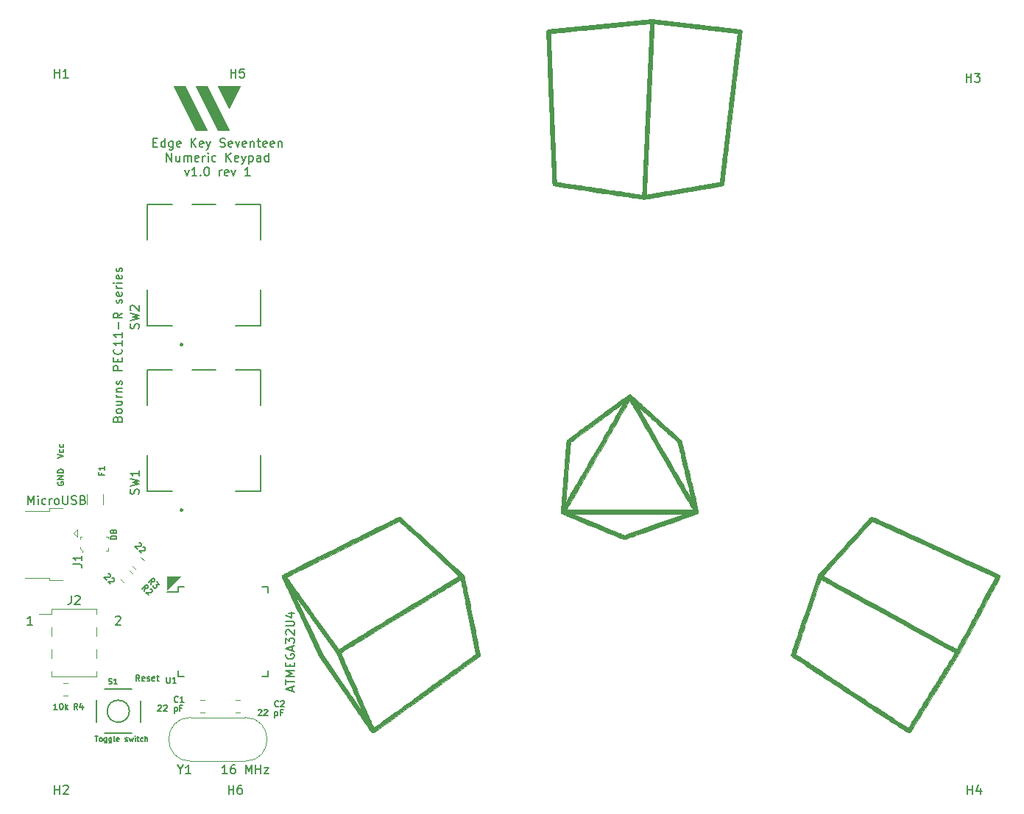
<source format=gbr>
G04 #@! TF.GenerationSoftware,KiCad,Pcbnew,(5.1.5)-3*
G04 #@! TF.CreationDate,2020-12-24T17:13:42-08:00*
G04 #@! TF.ProjectId,edge-key-seventeen,65646765-2d6b-4657-992d-736576656e74,v1.0 rev 1*
G04 #@! TF.SameCoordinates,PX7616b68PY2a640d0*
G04 #@! TF.FileFunction,Legend,Top*
G04 #@! TF.FilePolarity,Positive*
%FSLAX46Y46*%
G04 Gerber Fmt 4.6, Leading zero omitted, Abs format (unit mm)*
G04 Created by KiCad (PCBNEW (5.1.5)-3) date 2020-12-24 17:13:42*
%MOMM*%
%LPD*%
G04 APERTURE LIST*
%ADD10C,0.150000*%
%ADD11C,0.100000*%
%ADD12C,0.010000*%
%ADD13C,0.250000*%
%ADD14C,0.120000*%
%ADD15C,0.203200*%
%ADD16C,0.127000*%
G04 APERTURE END LIST*
D10*
X10723571Y-47870000D02*
X10771190Y-47727142D01*
X10818809Y-47679523D01*
X10914047Y-47631904D01*
X11056904Y-47631904D01*
X11152142Y-47679523D01*
X11199761Y-47727142D01*
X11247380Y-47822380D01*
X11247380Y-48203333D01*
X10247380Y-48203333D01*
X10247380Y-47870000D01*
X10295000Y-47774761D01*
X10342619Y-47727142D01*
X10437857Y-47679523D01*
X10533095Y-47679523D01*
X10628333Y-47727142D01*
X10675952Y-47774761D01*
X10723571Y-47870000D01*
X10723571Y-48203333D01*
X11247380Y-47060476D02*
X11199761Y-47155714D01*
X11152142Y-47203333D01*
X11056904Y-47250952D01*
X10771190Y-47250952D01*
X10675952Y-47203333D01*
X10628333Y-47155714D01*
X10580714Y-47060476D01*
X10580714Y-46917619D01*
X10628333Y-46822380D01*
X10675952Y-46774761D01*
X10771190Y-46727142D01*
X11056904Y-46727142D01*
X11152142Y-46774761D01*
X11199761Y-46822380D01*
X11247380Y-46917619D01*
X11247380Y-47060476D01*
X10580714Y-45870000D02*
X11247380Y-45870000D01*
X10580714Y-46298571D02*
X11104523Y-46298571D01*
X11199761Y-46250952D01*
X11247380Y-46155714D01*
X11247380Y-46012857D01*
X11199761Y-45917619D01*
X11152142Y-45870000D01*
X11247380Y-45393809D02*
X10580714Y-45393809D01*
X10771190Y-45393809D02*
X10675952Y-45346190D01*
X10628333Y-45298571D01*
X10580714Y-45203333D01*
X10580714Y-45108095D01*
X10580714Y-44774761D02*
X11247380Y-44774761D01*
X10675952Y-44774761D02*
X10628333Y-44727142D01*
X10580714Y-44631904D01*
X10580714Y-44489047D01*
X10628333Y-44393809D01*
X10723571Y-44346190D01*
X11247380Y-44346190D01*
X11199761Y-43917619D02*
X11247380Y-43822380D01*
X11247380Y-43631904D01*
X11199761Y-43536666D01*
X11104523Y-43489047D01*
X11056904Y-43489047D01*
X10961666Y-43536666D01*
X10914047Y-43631904D01*
X10914047Y-43774761D01*
X10866428Y-43870000D01*
X10771190Y-43917619D01*
X10723571Y-43917619D01*
X10628333Y-43870000D01*
X10580714Y-43774761D01*
X10580714Y-43631904D01*
X10628333Y-43536666D01*
X11247380Y-42298571D02*
X10247380Y-42298571D01*
X10247380Y-41917619D01*
X10295000Y-41822380D01*
X10342619Y-41774761D01*
X10437857Y-41727142D01*
X10580714Y-41727142D01*
X10675952Y-41774761D01*
X10723571Y-41822380D01*
X10771190Y-41917619D01*
X10771190Y-42298571D01*
X10723571Y-41298571D02*
X10723571Y-40965238D01*
X11247380Y-40822380D02*
X11247380Y-41298571D01*
X10247380Y-41298571D01*
X10247380Y-40822380D01*
X11152142Y-39822380D02*
X11199761Y-39870000D01*
X11247380Y-40012857D01*
X11247380Y-40108095D01*
X11199761Y-40250952D01*
X11104523Y-40346190D01*
X11009285Y-40393809D01*
X10818809Y-40441428D01*
X10675952Y-40441428D01*
X10485476Y-40393809D01*
X10390238Y-40346190D01*
X10295000Y-40250952D01*
X10247380Y-40108095D01*
X10247380Y-40012857D01*
X10295000Y-39870000D01*
X10342619Y-39822380D01*
X11247380Y-38870000D02*
X11247380Y-39441428D01*
X11247380Y-39155714D02*
X10247380Y-39155714D01*
X10390238Y-39250952D01*
X10485476Y-39346190D01*
X10533095Y-39441428D01*
X11247380Y-37917619D02*
X11247380Y-38489047D01*
X11247380Y-38203333D02*
X10247380Y-38203333D01*
X10390238Y-38298571D01*
X10485476Y-38393809D01*
X10533095Y-38489047D01*
X10866428Y-37489047D02*
X10866428Y-36727142D01*
X11247380Y-35679523D02*
X10771190Y-36012857D01*
X11247380Y-36250952D02*
X10247380Y-36250952D01*
X10247380Y-35870000D01*
X10295000Y-35774761D01*
X10342619Y-35727142D01*
X10437857Y-35679523D01*
X10580714Y-35679523D01*
X10675952Y-35727142D01*
X10723571Y-35774761D01*
X10771190Y-35870000D01*
X10771190Y-36250952D01*
X11199761Y-34536666D02*
X11247380Y-34441428D01*
X11247380Y-34250952D01*
X11199761Y-34155714D01*
X11104523Y-34108095D01*
X11056904Y-34108095D01*
X10961666Y-34155714D01*
X10914047Y-34250952D01*
X10914047Y-34393809D01*
X10866428Y-34489047D01*
X10771190Y-34536666D01*
X10723571Y-34536666D01*
X10628333Y-34489047D01*
X10580714Y-34393809D01*
X10580714Y-34250952D01*
X10628333Y-34155714D01*
X11199761Y-33298571D02*
X11247380Y-33393809D01*
X11247380Y-33584285D01*
X11199761Y-33679523D01*
X11104523Y-33727142D01*
X10723571Y-33727142D01*
X10628333Y-33679523D01*
X10580714Y-33584285D01*
X10580714Y-33393809D01*
X10628333Y-33298571D01*
X10723571Y-33250952D01*
X10818809Y-33250952D01*
X10914047Y-33727142D01*
X11247380Y-32822380D02*
X10580714Y-32822380D01*
X10771190Y-32822380D02*
X10675952Y-32774761D01*
X10628333Y-32727142D01*
X10580714Y-32631904D01*
X10580714Y-32536666D01*
X11247380Y-32203333D02*
X10580714Y-32203333D01*
X10247380Y-32203333D02*
X10295000Y-32250952D01*
X10342619Y-32203333D01*
X10295000Y-32155714D01*
X10247380Y-32203333D01*
X10342619Y-32203333D01*
X11199761Y-31346190D02*
X11247380Y-31441428D01*
X11247380Y-31631904D01*
X11199761Y-31727142D01*
X11104523Y-31774761D01*
X10723571Y-31774761D01*
X10628333Y-31727142D01*
X10580714Y-31631904D01*
X10580714Y-31441428D01*
X10628333Y-31346190D01*
X10723571Y-31298571D01*
X10818809Y-31298571D01*
X10914047Y-31774761D01*
X11199761Y-30917619D02*
X11247380Y-30822380D01*
X11247380Y-30631904D01*
X11199761Y-30536666D01*
X11104523Y-30489047D01*
X11056904Y-30489047D01*
X10961666Y-30536666D01*
X10914047Y-30631904D01*
X10914047Y-30774761D01*
X10866428Y-30870000D01*
X10771190Y-30917619D01*
X10723571Y-30917619D01*
X10628333Y-30870000D01*
X10580714Y-30774761D01*
X10580714Y-30631904D01*
X10628333Y-30536666D01*
X14844047Y-16058571D02*
X15177380Y-16058571D01*
X15320238Y-16582380D02*
X14844047Y-16582380D01*
X14844047Y-15582380D01*
X15320238Y-15582380D01*
X16177380Y-16582380D02*
X16177380Y-15582380D01*
X16177380Y-16534761D02*
X16082142Y-16582380D01*
X15891666Y-16582380D01*
X15796428Y-16534761D01*
X15748809Y-16487142D01*
X15701190Y-16391904D01*
X15701190Y-16106190D01*
X15748809Y-16010952D01*
X15796428Y-15963333D01*
X15891666Y-15915714D01*
X16082142Y-15915714D01*
X16177380Y-15963333D01*
X17082142Y-15915714D02*
X17082142Y-16725238D01*
X17034523Y-16820476D01*
X16986904Y-16868095D01*
X16891666Y-16915714D01*
X16748809Y-16915714D01*
X16653571Y-16868095D01*
X17082142Y-16534761D02*
X16986904Y-16582380D01*
X16796428Y-16582380D01*
X16701190Y-16534761D01*
X16653571Y-16487142D01*
X16605952Y-16391904D01*
X16605952Y-16106190D01*
X16653571Y-16010952D01*
X16701190Y-15963333D01*
X16796428Y-15915714D01*
X16986904Y-15915714D01*
X17082142Y-15963333D01*
X17939285Y-16534761D02*
X17844047Y-16582380D01*
X17653571Y-16582380D01*
X17558333Y-16534761D01*
X17510714Y-16439523D01*
X17510714Y-16058571D01*
X17558333Y-15963333D01*
X17653571Y-15915714D01*
X17844047Y-15915714D01*
X17939285Y-15963333D01*
X17986904Y-16058571D01*
X17986904Y-16153809D01*
X17510714Y-16249047D01*
X19177380Y-16582380D02*
X19177380Y-15582380D01*
X19748809Y-16582380D02*
X19320238Y-16010952D01*
X19748809Y-15582380D02*
X19177380Y-16153809D01*
X20558333Y-16534761D02*
X20463095Y-16582380D01*
X20272619Y-16582380D01*
X20177380Y-16534761D01*
X20129761Y-16439523D01*
X20129761Y-16058571D01*
X20177380Y-15963333D01*
X20272619Y-15915714D01*
X20463095Y-15915714D01*
X20558333Y-15963333D01*
X20605952Y-16058571D01*
X20605952Y-16153809D01*
X20129761Y-16249047D01*
X20939285Y-15915714D02*
X21177380Y-16582380D01*
X21415476Y-15915714D02*
X21177380Y-16582380D01*
X21082142Y-16820476D01*
X21034523Y-16868095D01*
X20939285Y-16915714D01*
X22510714Y-16534761D02*
X22653571Y-16582380D01*
X22891666Y-16582380D01*
X22986904Y-16534761D01*
X23034523Y-16487142D01*
X23082142Y-16391904D01*
X23082142Y-16296666D01*
X23034523Y-16201428D01*
X22986904Y-16153809D01*
X22891666Y-16106190D01*
X22701190Y-16058571D01*
X22605952Y-16010952D01*
X22558333Y-15963333D01*
X22510714Y-15868095D01*
X22510714Y-15772857D01*
X22558333Y-15677619D01*
X22605952Y-15630000D01*
X22701190Y-15582380D01*
X22939285Y-15582380D01*
X23082142Y-15630000D01*
X23891666Y-16534761D02*
X23796428Y-16582380D01*
X23605952Y-16582380D01*
X23510714Y-16534761D01*
X23463095Y-16439523D01*
X23463095Y-16058571D01*
X23510714Y-15963333D01*
X23605952Y-15915714D01*
X23796428Y-15915714D01*
X23891666Y-15963333D01*
X23939285Y-16058571D01*
X23939285Y-16153809D01*
X23463095Y-16249047D01*
X24272619Y-15915714D02*
X24510714Y-16582380D01*
X24748809Y-15915714D01*
X25510714Y-16534761D02*
X25415476Y-16582380D01*
X25225000Y-16582380D01*
X25129761Y-16534761D01*
X25082142Y-16439523D01*
X25082142Y-16058571D01*
X25129761Y-15963333D01*
X25225000Y-15915714D01*
X25415476Y-15915714D01*
X25510714Y-15963333D01*
X25558333Y-16058571D01*
X25558333Y-16153809D01*
X25082142Y-16249047D01*
X25986904Y-15915714D02*
X25986904Y-16582380D01*
X25986904Y-16010952D02*
X26034523Y-15963333D01*
X26129761Y-15915714D01*
X26272619Y-15915714D01*
X26367857Y-15963333D01*
X26415476Y-16058571D01*
X26415476Y-16582380D01*
X26748809Y-15915714D02*
X27129761Y-15915714D01*
X26891666Y-15582380D02*
X26891666Y-16439523D01*
X26939285Y-16534761D01*
X27034523Y-16582380D01*
X27129761Y-16582380D01*
X27844047Y-16534761D02*
X27748809Y-16582380D01*
X27558333Y-16582380D01*
X27463095Y-16534761D01*
X27415476Y-16439523D01*
X27415476Y-16058571D01*
X27463095Y-15963333D01*
X27558333Y-15915714D01*
X27748809Y-15915714D01*
X27844047Y-15963333D01*
X27891666Y-16058571D01*
X27891666Y-16153809D01*
X27415476Y-16249047D01*
X28701190Y-16534761D02*
X28605952Y-16582380D01*
X28415476Y-16582380D01*
X28320238Y-16534761D01*
X28272619Y-16439523D01*
X28272619Y-16058571D01*
X28320238Y-15963333D01*
X28415476Y-15915714D01*
X28605952Y-15915714D01*
X28701190Y-15963333D01*
X28748809Y-16058571D01*
X28748809Y-16153809D01*
X28272619Y-16249047D01*
X29177380Y-15915714D02*
X29177380Y-16582380D01*
X29177380Y-16010952D02*
X29225000Y-15963333D01*
X29320238Y-15915714D01*
X29463095Y-15915714D01*
X29558333Y-15963333D01*
X29605952Y-16058571D01*
X29605952Y-16582380D01*
X16367857Y-18232380D02*
X16367857Y-17232380D01*
X16939285Y-18232380D01*
X16939285Y-17232380D01*
X17844047Y-17565714D02*
X17844047Y-18232380D01*
X17415476Y-17565714D02*
X17415476Y-18089523D01*
X17463095Y-18184761D01*
X17558333Y-18232380D01*
X17701190Y-18232380D01*
X17796428Y-18184761D01*
X17844047Y-18137142D01*
X18320238Y-18232380D02*
X18320238Y-17565714D01*
X18320238Y-17660952D02*
X18367857Y-17613333D01*
X18463095Y-17565714D01*
X18605952Y-17565714D01*
X18701190Y-17613333D01*
X18748809Y-17708571D01*
X18748809Y-18232380D01*
X18748809Y-17708571D02*
X18796428Y-17613333D01*
X18891666Y-17565714D01*
X19034523Y-17565714D01*
X19129761Y-17613333D01*
X19177380Y-17708571D01*
X19177380Y-18232380D01*
X20034523Y-18184761D02*
X19939285Y-18232380D01*
X19748809Y-18232380D01*
X19653571Y-18184761D01*
X19605952Y-18089523D01*
X19605952Y-17708571D01*
X19653571Y-17613333D01*
X19748809Y-17565714D01*
X19939285Y-17565714D01*
X20034523Y-17613333D01*
X20082142Y-17708571D01*
X20082142Y-17803809D01*
X19605952Y-17899047D01*
X20510714Y-18232380D02*
X20510714Y-17565714D01*
X20510714Y-17756190D02*
X20558333Y-17660952D01*
X20605952Y-17613333D01*
X20701190Y-17565714D01*
X20796428Y-17565714D01*
X21129761Y-18232380D02*
X21129761Y-17565714D01*
X21129761Y-17232380D02*
X21082142Y-17280000D01*
X21129761Y-17327619D01*
X21177380Y-17280000D01*
X21129761Y-17232380D01*
X21129761Y-17327619D01*
X22034523Y-18184761D02*
X21939285Y-18232380D01*
X21748809Y-18232380D01*
X21653571Y-18184761D01*
X21605952Y-18137142D01*
X21558333Y-18041904D01*
X21558333Y-17756190D01*
X21605952Y-17660952D01*
X21653571Y-17613333D01*
X21748809Y-17565714D01*
X21939285Y-17565714D01*
X22034523Y-17613333D01*
X23225000Y-18232380D02*
X23225000Y-17232380D01*
X23796428Y-18232380D02*
X23367857Y-17660952D01*
X23796428Y-17232380D02*
X23225000Y-17803809D01*
X24605952Y-18184761D02*
X24510714Y-18232380D01*
X24320238Y-18232380D01*
X24225000Y-18184761D01*
X24177380Y-18089523D01*
X24177380Y-17708571D01*
X24225000Y-17613333D01*
X24320238Y-17565714D01*
X24510714Y-17565714D01*
X24605952Y-17613333D01*
X24653571Y-17708571D01*
X24653571Y-17803809D01*
X24177380Y-17899047D01*
X24986904Y-17565714D02*
X25225000Y-18232380D01*
X25463095Y-17565714D02*
X25225000Y-18232380D01*
X25129761Y-18470476D01*
X25082142Y-18518095D01*
X24986904Y-18565714D01*
X25844047Y-17565714D02*
X25844047Y-18565714D01*
X25844047Y-17613333D02*
X25939285Y-17565714D01*
X26129761Y-17565714D01*
X26225000Y-17613333D01*
X26272619Y-17660952D01*
X26320238Y-17756190D01*
X26320238Y-18041904D01*
X26272619Y-18137142D01*
X26225000Y-18184761D01*
X26129761Y-18232380D01*
X25939285Y-18232380D01*
X25844047Y-18184761D01*
X27177380Y-18232380D02*
X27177380Y-17708571D01*
X27129761Y-17613333D01*
X27034523Y-17565714D01*
X26844047Y-17565714D01*
X26748809Y-17613333D01*
X27177380Y-18184761D02*
X27082142Y-18232380D01*
X26844047Y-18232380D01*
X26748809Y-18184761D01*
X26701190Y-18089523D01*
X26701190Y-17994285D01*
X26748809Y-17899047D01*
X26844047Y-17851428D01*
X27082142Y-17851428D01*
X27177380Y-17803809D01*
X28082142Y-18232380D02*
X28082142Y-17232380D01*
X28082142Y-18184761D02*
X27986904Y-18232380D01*
X27796428Y-18232380D01*
X27701190Y-18184761D01*
X27653571Y-18137142D01*
X27605952Y-18041904D01*
X27605952Y-17756190D01*
X27653571Y-17660952D01*
X27701190Y-17613333D01*
X27796428Y-17565714D01*
X27986904Y-17565714D01*
X28082142Y-17613333D01*
X18439285Y-19215714D02*
X18677380Y-19882380D01*
X18915476Y-19215714D01*
X19820238Y-19882380D02*
X19248809Y-19882380D01*
X19534523Y-19882380D02*
X19534523Y-18882380D01*
X19439285Y-19025238D01*
X19344047Y-19120476D01*
X19248809Y-19168095D01*
X20248809Y-19787142D02*
X20296428Y-19834761D01*
X20248809Y-19882380D01*
X20201190Y-19834761D01*
X20248809Y-19787142D01*
X20248809Y-19882380D01*
X20915476Y-18882380D02*
X21010714Y-18882380D01*
X21105952Y-18930000D01*
X21153571Y-18977619D01*
X21201190Y-19072857D01*
X21248809Y-19263333D01*
X21248809Y-19501428D01*
X21201190Y-19691904D01*
X21153571Y-19787142D01*
X21105952Y-19834761D01*
X21010714Y-19882380D01*
X20915476Y-19882380D01*
X20820238Y-19834761D01*
X20772619Y-19787142D01*
X20725000Y-19691904D01*
X20677380Y-19501428D01*
X20677380Y-19263333D01*
X20725000Y-19072857D01*
X20772619Y-18977619D01*
X20820238Y-18930000D01*
X20915476Y-18882380D01*
X22439285Y-19882380D02*
X22439285Y-19215714D01*
X22439285Y-19406190D02*
X22486904Y-19310952D01*
X22534523Y-19263333D01*
X22629761Y-19215714D01*
X22725000Y-19215714D01*
X23439285Y-19834761D02*
X23344047Y-19882380D01*
X23153571Y-19882380D01*
X23058333Y-19834761D01*
X23010714Y-19739523D01*
X23010714Y-19358571D01*
X23058333Y-19263333D01*
X23153571Y-19215714D01*
X23344047Y-19215714D01*
X23439285Y-19263333D01*
X23486904Y-19358571D01*
X23486904Y-19453809D01*
X23010714Y-19549047D01*
X23820238Y-19215714D02*
X24058333Y-19882380D01*
X24296428Y-19215714D01*
X25963095Y-19882380D02*
X25391666Y-19882380D01*
X25677380Y-19882380D02*
X25677380Y-18882380D01*
X25582142Y-19025238D01*
X25486904Y-19120476D01*
X25391666Y-19168095D01*
X10509285Y-70667619D02*
X10556904Y-70620000D01*
X10652142Y-70572380D01*
X10890238Y-70572380D01*
X10985476Y-70620000D01*
X11033095Y-70667619D01*
X11080714Y-70762857D01*
X11080714Y-70858095D01*
X11033095Y-71000952D01*
X10461666Y-71572380D01*
X11080714Y-71572380D01*
X920714Y-71572380D02*
X349285Y-71572380D01*
X635000Y-71572380D02*
X635000Y-70572380D01*
X539761Y-70715238D01*
X444523Y-70810476D01*
X349285Y-70858095D01*
X13230333Y-78040666D02*
X12997000Y-77707333D01*
X12830333Y-78040666D02*
X12830333Y-77340666D01*
X13097000Y-77340666D01*
X13163666Y-77374000D01*
X13197000Y-77407333D01*
X13230333Y-77474000D01*
X13230333Y-77574000D01*
X13197000Y-77640666D01*
X13163666Y-77674000D01*
X13097000Y-77707333D01*
X12830333Y-77707333D01*
X13797000Y-78007333D02*
X13730333Y-78040666D01*
X13597000Y-78040666D01*
X13530333Y-78007333D01*
X13497000Y-77940666D01*
X13497000Y-77674000D01*
X13530333Y-77607333D01*
X13597000Y-77574000D01*
X13730333Y-77574000D01*
X13797000Y-77607333D01*
X13830333Y-77674000D01*
X13830333Y-77740666D01*
X13497000Y-77807333D01*
X14097000Y-78007333D02*
X14163666Y-78040666D01*
X14297000Y-78040666D01*
X14363666Y-78007333D01*
X14397000Y-77940666D01*
X14397000Y-77907333D01*
X14363666Y-77840666D01*
X14297000Y-77807333D01*
X14197000Y-77807333D01*
X14130333Y-77774000D01*
X14097000Y-77707333D01*
X14097000Y-77674000D01*
X14130333Y-77607333D01*
X14197000Y-77574000D01*
X14297000Y-77574000D01*
X14363666Y-77607333D01*
X14963666Y-78007333D02*
X14897000Y-78040666D01*
X14763666Y-78040666D01*
X14697000Y-78007333D01*
X14663666Y-77940666D01*
X14663666Y-77674000D01*
X14697000Y-77607333D01*
X14763666Y-77574000D01*
X14897000Y-77574000D01*
X14963666Y-77607333D01*
X14997000Y-77674000D01*
X14997000Y-77740666D01*
X14663666Y-77807333D01*
X15197000Y-77574000D02*
X15463666Y-77574000D01*
X15297000Y-77340666D02*
X15297000Y-77940666D01*
X15330333Y-78007333D01*
X15397000Y-78040666D01*
X15463666Y-78040666D01*
D11*
G36*
X16383000Y-67564000D02*
G01*
X16383000Y-66040000D01*
X17907000Y-66040000D01*
X16383000Y-67564000D01*
G37*
X16383000Y-67564000D02*
X16383000Y-66040000D01*
X17907000Y-66040000D01*
X16383000Y-67564000D01*
D10*
X3841000Y-55143333D02*
X3807666Y-55210000D01*
X3807666Y-55310000D01*
X3841000Y-55410000D01*
X3907666Y-55476666D01*
X3974333Y-55510000D01*
X4107666Y-55543333D01*
X4207666Y-55543333D01*
X4341000Y-55510000D01*
X4407666Y-55476666D01*
X4474333Y-55410000D01*
X4507666Y-55310000D01*
X4507666Y-55243333D01*
X4474333Y-55143333D01*
X4441000Y-55110000D01*
X4207666Y-55110000D01*
X4207666Y-55243333D01*
X4507666Y-54810000D02*
X3807666Y-54810000D01*
X4507666Y-54410000D01*
X3807666Y-54410000D01*
X4507666Y-54076666D02*
X3807666Y-54076666D01*
X3807666Y-53910000D01*
X3841000Y-53810000D01*
X3907666Y-53743333D01*
X3974333Y-53710000D01*
X4107666Y-53676666D01*
X4207666Y-53676666D01*
X4341000Y-53710000D01*
X4407666Y-53743333D01*
X4474333Y-53810000D01*
X4507666Y-53910000D01*
X4507666Y-54076666D01*
X3807666Y-52408000D02*
X4507666Y-52174666D01*
X3807666Y-51941333D01*
X4474333Y-51408000D02*
X4507666Y-51474666D01*
X4507666Y-51608000D01*
X4474333Y-51674666D01*
X4441000Y-51708000D01*
X4374333Y-51741333D01*
X4174333Y-51741333D01*
X4107666Y-51708000D01*
X4074333Y-51674666D01*
X4041000Y-51608000D01*
X4041000Y-51474666D01*
X4074333Y-51408000D01*
X4474333Y-50808000D02*
X4507666Y-50874666D01*
X4507666Y-51008000D01*
X4474333Y-51074666D01*
X4441000Y-51108000D01*
X4374333Y-51141333D01*
X4174333Y-51141333D01*
X4107666Y-51108000D01*
X4074333Y-51074666D01*
X4041000Y-51008000D01*
X4041000Y-50874666D01*
X4074333Y-50808000D01*
X421095Y-57729380D02*
X421095Y-56729380D01*
X754428Y-57443666D01*
X1087761Y-56729380D01*
X1087761Y-57729380D01*
X1563952Y-57729380D02*
X1563952Y-57062714D01*
X1563952Y-56729380D02*
X1516333Y-56777000D01*
X1563952Y-56824619D01*
X1611571Y-56777000D01*
X1563952Y-56729380D01*
X1563952Y-56824619D01*
X2468714Y-57681761D02*
X2373476Y-57729380D01*
X2183000Y-57729380D01*
X2087761Y-57681761D01*
X2040142Y-57634142D01*
X1992523Y-57538904D01*
X1992523Y-57253190D01*
X2040142Y-57157952D01*
X2087761Y-57110333D01*
X2183000Y-57062714D01*
X2373476Y-57062714D01*
X2468714Y-57110333D01*
X2897285Y-57729380D02*
X2897285Y-57062714D01*
X2897285Y-57253190D02*
X2944904Y-57157952D01*
X2992523Y-57110333D01*
X3087761Y-57062714D01*
X3183000Y-57062714D01*
X3659190Y-57729380D02*
X3563952Y-57681761D01*
X3516333Y-57634142D01*
X3468714Y-57538904D01*
X3468714Y-57253190D01*
X3516333Y-57157952D01*
X3563952Y-57110333D01*
X3659190Y-57062714D01*
X3802047Y-57062714D01*
X3897285Y-57110333D01*
X3944904Y-57157952D01*
X3992523Y-57253190D01*
X3992523Y-57538904D01*
X3944904Y-57634142D01*
X3897285Y-57681761D01*
X3802047Y-57729380D01*
X3659190Y-57729380D01*
X4421095Y-56729380D02*
X4421095Y-57538904D01*
X4468714Y-57634142D01*
X4516333Y-57681761D01*
X4611571Y-57729380D01*
X4802047Y-57729380D01*
X4897285Y-57681761D01*
X4944904Y-57634142D01*
X4992523Y-57538904D01*
X4992523Y-56729380D01*
X5421095Y-57681761D02*
X5563952Y-57729380D01*
X5802047Y-57729380D01*
X5897285Y-57681761D01*
X5944904Y-57634142D01*
X5992523Y-57538904D01*
X5992523Y-57443666D01*
X5944904Y-57348428D01*
X5897285Y-57300809D01*
X5802047Y-57253190D01*
X5611571Y-57205571D01*
X5516333Y-57157952D01*
X5468714Y-57110333D01*
X5421095Y-57015095D01*
X5421095Y-56919857D01*
X5468714Y-56824619D01*
X5516333Y-56777000D01*
X5611571Y-56729380D01*
X5849666Y-56729380D01*
X5992523Y-56777000D01*
X6754428Y-57205571D02*
X6897285Y-57253190D01*
X6944904Y-57300809D01*
X6992523Y-57396047D01*
X6992523Y-57538904D01*
X6944904Y-57634142D01*
X6897285Y-57681761D01*
X6802047Y-57729380D01*
X6421095Y-57729380D01*
X6421095Y-56729380D01*
X6754428Y-56729380D01*
X6849666Y-56777000D01*
X6897285Y-56824619D01*
X6944904Y-56919857D01*
X6944904Y-57015095D01*
X6897285Y-57110333D01*
X6849666Y-57157952D01*
X6754428Y-57205571D01*
X6421095Y-57205571D01*
D12*
G04 #@! TO.C,Ref\002A\002A*
G36*
X72771000Y-1925446D02*
G01*
X72934912Y-1943255D01*
X73092732Y-1960734D01*
X73237327Y-1977067D01*
X73361564Y-1991440D01*
X73458310Y-2003036D01*
X73520432Y-2011042D01*
X73522417Y-2011321D01*
X73579066Y-2018789D01*
X73672478Y-2030437D01*
X73797356Y-2045647D01*
X73948404Y-2063799D01*
X74120323Y-2084276D01*
X74307818Y-2106456D01*
X74505591Y-2129723D01*
X74708345Y-2153455D01*
X74910783Y-2177036D01*
X75107607Y-2199845D01*
X75293522Y-2221263D01*
X75463229Y-2240672D01*
X75611432Y-2257452D01*
X75732833Y-2270984D01*
X75822136Y-2280650D01*
X75861334Y-2284651D01*
X75917873Y-2290584D01*
X76011601Y-2300971D01*
X76137669Y-2315252D01*
X76291230Y-2332869D01*
X76467437Y-2353263D01*
X76661441Y-2375874D01*
X76868396Y-2400143D01*
X77083454Y-2425511D01*
X77120750Y-2429925D01*
X77333615Y-2455073D01*
X77536688Y-2478946D01*
X77725511Y-2501027D01*
X77895630Y-2520802D01*
X78042587Y-2537754D01*
X78161927Y-2551368D01*
X78249193Y-2561128D01*
X78299929Y-2566519D01*
X78306084Y-2567097D01*
X78347456Y-2571404D01*
X78426429Y-2580261D01*
X78538575Y-2593150D01*
X78679466Y-2609552D01*
X78844673Y-2628950D01*
X79029769Y-2650823D01*
X79230325Y-2674654D01*
X79441913Y-2699925D01*
X79502000Y-2707125D01*
X79719381Y-2733102D01*
X79929817Y-2758085D01*
X80128437Y-2781507D01*
X80310374Y-2802800D01*
X80470757Y-2821397D01*
X80604716Y-2836732D01*
X80707381Y-2848239D01*
X80773884Y-2855349D01*
X80782584Y-2856209D01*
X80915287Y-2869726D01*
X81066313Y-2886310D01*
X81230256Y-2905256D01*
X81401710Y-2925861D01*
X81575269Y-2947418D01*
X81745527Y-2969222D01*
X81907078Y-2990570D01*
X82054517Y-3010756D01*
X82182438Y-3029075D01*
X82285435Y-3044822D01*
X82358102Y-3057292D01*
X82395033Y-3065781D01*
X82397367Y-3066777D01*
X82439355Y-3102811D01*
X82476840Y-3155646D01*
X82477859Y-3157590D01*
X82491282Y-3187517D01*
X82499136Y-3220069D01*
X82501441Y-3263458D01*
X82498215Y-3325894D01*
X82489475Y-3415587D01*
X82478640Y-3511504D01*
X82464937Y-3633515D01*
X82451968Y-3755589D01*
X82441157Y-3863914D01*
X82433927Y-3944677D01*
X82433698Y-3947584D01*
X82424305Y-4042628D01*
X82411715Y-4138654D01*
X82401118Y-4201584D01*
X82395063Y-4240785D01*
X82384672Y-4318182D01*
X82370416Y-4429909D01*
X82352765Y-4572102D01*
X82332189Y-4740895D01*
X82309158Y-4932426D01*
X82284142Y-5142828D01*
X82257612Y-5368237D01*
X82230037Y-5604788D01*
X82222172Y-5672667D01*
X82193899Y-5916504D01*
X82166239Y-6154043D01*
X82139708Y-6380910D01*
X82114824Y-6592731D01*
X82092104Y-6785131D01*
X82072064Y-6953737D01*
X82055220Y-7094174D01*
X82042091Y-7202068D01*
X82033192Y-7273044D01*
X82032110Y-7281334D01*
X82019792Y-7377089D01*
X82003876Y-7504507D01*
X81984894Y-7659076D01*
X81963376Y-7836286D01*
X81939854Y-8031628D01*
X81914857Y-8240591D01*
X81888916Y-8458664D01*
X81862563Y-8681338D01*
X81836328Y-8904103D01*
X81810741Y-9122448D01*
X81786334Y-9331863D01*
X81763637Y-9527838D01*
X81743180Y-9705863D01*
X81725495Y-9861428D01*
X81711113Y-9990022D01*
X81700563Y-10087135D01*
X81694378Y-10148258D01*
X81693366Y-10160000D01*
X81684090Y-10256498D01*
X81671881Y-10353165D01*
X81660191Y-10424584D01*
X81654152Y-10463785D01*
X81643776Y-10541182D01*
X81629535Y-10652909D01*
X81611896Y-10795101D01*
X81591332Y-10963895D01*
X81568310Y-11155425D01*
X81543302Y-11365826D01*
X81516776Y-11591235D01*
X81489203Y-11827786D01*
X81481339Y-11895667D01*
X81453066Y-12139504D01*
X81425405Y-12377043D01*
X81398875Y-12603910D01*
X81373991Y-12815731D01*
X81351271Y-13008131D01*
X81331230Y-13176737D01*
X81314387Y-13317174D01*
X81301258Y-13425068D01*
X81292359Y-13496044D01*
X81291277Y-13504334D01*
X81277834Y-13608672D01*
X81260917Y-13743845D01*
X81241058Y-13905337D01*
X81218785Y-14088630D01*
X81194629Y-14289208D01*
X81169122Y-14502556D01*
X81142793Y-14724157D01*
X81116172Y-14949494D01*
X81089790Y-15174051D01*
X81064178Y-15393312D01*
X81039865Y-15602760D01*
X81017383Y-15797880D01*
X80997262Y-15974154D01*
X80980031Y-16127066D01*
X80966222Y-16252101D01*
X80956365Y-16344741D01*
X80950989Y-16400470D01*
X80950641Y-16404855D01*
X80943420Y-16488313D01*
X80935955Y-16555032D01*
X80929524Y-16594170D01*
X80927742Y-16599364D01*
X80923794Y-16622248D01*
X80915411Y-16683003D01*
X80903095Y-16777459D01*
X80887350Y-16901442D01*
X80868679Y-17050781D01*
X80847586Y-17221304D01*
X80824574Y-17408838D01*
X80800146Y-17609212D01*
X80774804Y-17818253D01*
X80749054Y-18031789D01*
X80723397Y-18245647D01*
X80698337Y-18455657D01*
X80674377Y-18657645D01*
X80652021Y-18847440D01*
X80631771Y-19020870D01*
X80614131Y-19173761D01*
X80599605Y-19301943D01*
X80588695Y-19401243D01*
X80582357Y-19462750D01*
X80574211Y-19540321D01*
X80561698Y-19650749D01*
X80545898Y-19784912D01*
X80527894Y-19933686D01*
X80508766Y-20087948D01*
X80500849Y-20150667D01*
X80482040Y-20299228D01*
X80464172Y-20441084D01*
X80448225Y-20568387D01*
X80435181Y-20673291D01*
X80426021Y-20747950D01*
X80423216Y-20771385D01*
X80405130Y-20864214D01*
X80372978Y-20931144D01*
X80352236Y-20957083D01*
X80333752Y-20976015D01*
X80312724Y-20991872D01*
X80284016Y-21005967D01*
X80242486Y-21019612D01*
X80182998Y-21034120D01*
X80100410Y-21050804D01*
X79989585Y-21070975D01*
X79845383Y-21095948D01*
X79734834Y-21114779D01*
X79578229Y-21141711D01*
X79428587Y-21168051D01*
X79293055Y-21192494D01*
X79178781Y-21213735D01*
X79092910Y-21230470D01*
X79046917Y-21240337D01*
X78952978Y-21259966D01*
X78852994Y-21276756D01*
X78803500Y-21283184D01*
X78758702Y-21289387D01*
X78676517Y-21302167D01*
X78561254Y-21320785D01*
X78417224Y-21344502D01*
X78248735Y-21372578D01*
X78060097Y-21404274D01*
X77855620Y-21438850D01*
X77639612Y-21475566D01*
X77416384Y-21513683D01*
X77190244Y-21552461D01*
X76965502Y-21591162D01*
X76746468Y-21629044D01*
X76537451Y-21665370D01*
X76342760Y-21699399D01*
X76166705Y-21730391D01*
X76013595Y-21757608D01*
X75887740Y-21780310D01*
X75793449Y-21797757D01*
X75735031Y-21809209D01*
X75723750Y-21811690D01*
X75632698Y-21830633D01*
X75538283Y-21846479D01*
X75490615Y-21852583D01*
X75447724Y-21858477D01*
X75367409Y-21870954D01*
X75253945Y-21889281D01*
X75111604Y-21912725D01*
X74944659Y-21940552D01*
X74757385Y-21972029D01*
X74554053Y-22006421D01*
X74338938Y-22042995D01*
X74116311Y-22081017D01*
X73890448Y-22119755D01*
X73665620Y-22158474D01*
X73446101Y-22196440D01*
X73236164Y-22232921D01*
X73040082Y-22267181D01*
X72862128Y-22298489D01*
X72706576Y-22326110D01*
X72577699Y-22349310D01*
X72479770Y-22367356D01*
X72417062Y-22379515D01*
X72400584Y-22383078D01*
X72307500Y-22402366D01*
X72209174Y-22418678D01*
X72160206Y-22424890D01*
X72100985Y-22432558D01*
X72009886Y-22446199D01*
X71896689Y-22464266D01*
X71771176Y-22485210D01*
X71684511Y-22500178D01*
X71559055Y-22521184D01*
X71441966Y-22538995D01*
X71342184Y-22552386D01*
X71268647Y-22560131D01*
X71236971Y-22561525D01*
X71208609Y-22558241D01*
X71140207Y-22548960D01*
X71033592Y-22533949D01*
X70890593Y-22513477D01*
X70713037Y-22487815D01*
X70502751Y-22457230D01*
X70261562Y-22421992D01*
X69991298Y-22382369D01*
X69693786Y-22338631D01*
X69370854Y-22291047D01*
X69024329Y-22239886D01*
X68656038Y-22185417D01*
X68267809Y-22127909D01*
X67861468Y-22067630D01*
X67438845Y-22004850D01*
X67001765Y-21939839D01*
X66552056Y-21872864D01*
X66091546Y-21804195D01*
X66006862Y-21791558D01*
X65545127Y-21722567D01*
X65094171Y-21655024D01*
X64655804Y-21589207D01*
X64231833Y-21525393D01*
X63824066Y-21463858D01*
X63434312Y-21404881D01*
X63064378Y-21348737D01*
X62716074Y-21295704D01*
X62391207Y-21246060D01*
X62091586Y-21200080D01*
X61819018Y-21158042D01*
X61575313Y-21120222D01*
X61362278Y-21086899D01*
X61181721Y-21058349D01*
X61035451Y-21034848D01*
X60925277Y-21016674D01*
X60853005Y-21004104D01*
X60820445Y-20997415D01*
X60818871Y-20996816D01*
X60772158Y-20956389D01*
X60747682Y-20925408D01*
X60744865Y-20912422D01*
X60741433Y-20880817D01*
X60737344Y-20829636D01*
X60732558Y-20757924D01*
X60727032Y-20664724D01*
X60720727Y-20549080D01*
X60713602Y-20410035D01*
X60705614Y-20246633D01*
X60696724Y-20057918D01*
X60686890Y-19842933D01*
X60676072Y-19600722D01*
X60664228Y-19330328D01*
X60651317Y-19030797D01*
X60637298Y-18701170D01*
X60622131Y-18340491D01*
X60605774Y-17947805D01*
X60588186Y-17522155D01*
X60569326Y-17062585D01*
X60549154Y-16568138D01*
X60527629Y-16037858D01*
X60504708Y-15470789D01*
X60480352Y-14865974D01*
X60454519Y-14222457D01*
X60427168Y-13539282D01*
X60398259Y-12815492D01*
X60375088Y-12234334D01*
X60351023Y-11629895D01*
X60327386Y-11035337D01*
X60304233Y-10452107D01*
X60281622Y-9881650D01*
X60259608Y-9325409D01*
X60238248Y-8784832D01*
X60217598Y-8261363D01*
X60197715Y-7756446D01*
X60178655Y-7271529D01*
X60160474Y-6808055D01*
X60143229Y-6367470D01*
X60126976Y-5951219D01*
X60111772Y-5560748D01*
X60097672Y-5197502D01*
X60084734Y-4862925D01*
X60073014Y-4558464D01*
X60062568Y-4285563D01*
X60053453Y-4045668D01*
X60045725Y-3840223D01*
X60039440Y-3670675D01*
X60034655Y-3538468D01*
X60033391Y-3501897D01*
X60499584Y-3501897D01*
X60501123Y-3564277D01*
X60504228Y-3665517D01*
X60508834Y-3803901D01*
X60514871Y-3977707D01*
X60522273Y-4185218D01*
X60530972Y-4424715D01*
X60540901Y-4694479D01*
X60551991Y-4992790D01*
X60564175Y-5317930D01*
X60577387Y-5668181D01*
X60591557Y-6041822D01*
X60606619Y-6437136D01*
X60622504Y-6852403D01*
X60639146Y-7285904D01*
X60656477Y-7735921D01*
X60674429Y-8200735D01*
X60692935Y-8678626D01*
X60711927Y-9167876D01*
X60731337Y-9666765D01*
X60751099Y-10173576D01*
X60771143Y-10686589D01*
X60791404Y-11204085D01*
X60811812Y-11724345D01*
X60832301Y-12245650D01*
X60852804Y-12766282D01*
X60873252Y-13284521D01*
X60893577Y-13798649D01*
X60913713Y-14306947D01*
X60933592Y-14807696D01*
X60953146Y-15299176D01*
X60972308Y-15779669D01*
X60991009Y-16247457D01*
X61009184Y-16700819D01*
X61026763Y-17138038D01*
X61043679Y-17557394D01*
X61059865Y-17957169D01*
X61075254Y-18335643D01*
X61089777Y-18691098D01*
X61103367Y-19021814D01*
X61115956Y-19326074D01*
X61127477Y-19602157D01*
X61137863Y-19848345D01*
X61147045Y-20062920D01*
X61154957Y-20244161D01*
X61161530Y-20390351D01*
X61166697Y-20499770D01*
X61170391Y-20570700D01*
X61172543Y-20601421D01*
X61172800Y-20602610D01*
X61194065Y-20606317D01*
X61254970Y-20615924D01*
X61353281Y-20631096D01*
X61486766Y-20651500D01*
X61653193Y-20676801D01*
X61850327Y-20706666D01*
X62075937Y-20740761D01*
X62327790Y-20778752D01*
X62603653Y-20820304D01*
X62901294Y-20865084D01*
X63218479Y-20912759D01*
X63552976Y-20962994D01*
X63902552Y-21015454D01*
X64264976Y-21069808D01*
X64638012Y-21125719D01*
X65019430Y-21182855D01*
X65406997Y-21240882D01*
X65798479Y-21299465D01*
X66191644Y-21358271D01*
X66584259Y-21416966D01*
X66974092Y-21475216D01*
X67358910Y-21532686D01*
X67736479Y-21589044D01*
X68104568Y-21643955D01*
X68460944Y-21697085D01*
X68803373Y-21748100D01*
X69129624Y-21796667D01*
X69437463Y-21842451D01*
X69724658Y-21885119D01*
X69988976Y-21924336D01*
X70228185Y-21959769D01*
X70440050Y-21991084D01*
X70622341Y-22017947D01*
X70772824Y-22040023D01*
X70889266Y-22056980D01*
X70969435Y-22068483D01*
X71011099Y-22074198D01*
X71016362Y-22074782D01*
X71028693Y-22070799D01*
X71038318Y-22053546D01*
X71044949Y-22022256D01*
X71504177Y-22022256D01*
X71508263Y-22054054D01*
X71518517Y-22065757D01*
X71535911Y-22064738D01*
X71536457Y-22064611D01*
X71566552Y-22058713D01*
X71632757Y-22046483D01*
X71729486Y-22028928D01*
X71851157Y-22007053D01*
X71992187Y-21981867D01*
X72146991Y-21954375D01*
X72188917Y-21946954D01*
X72351918Y-21918179D01*
X72507590Y-21890798D01*
X72649275Y-21865975D01*
X72770314Y-21844874D01*
X72864048Y-21828658D01*
X72923817Y-21818491D01*
X72929750Y-21817508D01*
X73023897Y-21801881D01*
X73150403Y-21780656D01*
X73305008Y-21754560D01*
X73483454Y-21724325D01*
X73681484Y-21690678D01*
X73894837Y-21654350D01*
X74119256Y-21616070D01*
X74350483Y-21576567D01*
X74584259Y-21536570D01*
X74816325Y-21496809D01*
X75042423Y-21458013D01*
X75258295Y-21420911D01*
X75459682Y-21386233D01*
X75642325Y-21354708D01*
X75801967Y-21327064D01*
X75934349Y-21304033D01*
X76035211Y-21286342D01*
X76100297Y-21274721D01*
X76115334Y-21271941D01*
X76174941Y-21261090D01*
X76272093Y-21243933D01*
X76402590Y-21221191D01*
X76562229Y-21193586D01*
X76746810Y-21161841D01*
X76952132Y-21126678D01*
X77173994Y-21088817D01*
X77408196Y-21048983D01*
X77650535Y-21007895D01*
X77724000Y-20995466D01*
X77969088Y-20953925D01*
X78208159Y-20913221D01*
X78436895Y-20874102D01*
X78650979Y-20837313D01*
X78846091Y-20803601D01*
X79017913Y-20773713D01*
X79162128Y-20748396D01*
X79274416Y-20728397D01*
X79350460Y-20714463D01*
X79364417Y-20711798D01*
X79486172Y-20689151D01*
X79614750Y-20666790D01*
X79732445Y-20647722D01*
X79801097Y-20637640D01*
X79983776Y-20612701D01*
X79996790Y-20492809D01*
X80005697Y-20405080D01*
X80015388Y-20301114D01*
X80021979Y-20224750D01*
X80030954Y-20134701D01*
X80042155Y-20048323D01*
X80051718Y-19991917D01*
X80057130Y-19956658D01*
X80066903Y-19883080D01*
X80080584Y-19774921D01*
X80097722Y-19635919D01*
X80117864Y-19469815D01*
X80140559Y-19280346D01*
X80165353Y-19071253D01*
X80191795Y-18846273D01*
X80219432Y-18609145D01*
X80230892Y-18510250D01*
X80259400Y-18264511D01*
X80287253Y-18025750D01*
X80313947Y-17798193D01*
X80338979Y-17586065D01*
X80361848Y-17393593D01*
X80382051Y-17225002D01*
X80399084Y-17084517D01*
X80412446Y-16976364D01*
X80421633Y-16904770D01*
X80423507Y-16891000D01*
X80433205Y-16818020D01*
X80446877Y-16710097D01*
X80463981Y-16571854D01*
X80483972Y-16407915D01*
X80506307Y-16222902D01*
X80530442Y-16021439D01*
X80555834Y-15808150D01*
X80581939Y-15587656D01*
X80608213Y-15364583D01*
X80634113Y-15143552D01*
X80659095Y-14929187D01*
X80682615Y-14726112D01*
X80704130Y-14538949D01*
X80723097Y-14372321D01*
X80738971Y-14230853D01*
X80751209Y-14119167D01*
X80759267Y-14041886D01*
X80762003Y-14012334D01*
X80770921Y-13920474D01*
X80781909Y-13832817D01*
X80792481Y-13768917D01*
X80797905Y-13733658D01*
X80807689Y-13660080D01*
X80821381Y-13551920D01*
X80838529Y-13412919D01*
X80858679Y-13246814D01*
X80881381Y-13057346D01*
X80906180Y-12848252D01*
X80932626Y-12623271D01*
X80960266Y-12386144D01*
X80971725Y-12287250D01*
X81000234Y-12041511D01*
X81028086Y-11802750D01*
X81054780Y-11575193D01*
X81079813Y-11363065D01*
X81102682Y-11170593D01*
X81122884Y-11002002D01*
X81139918Y-10861517D01*
X81153279Y-10753364D01*
X81162466Y-10681770D01*
X81164341Y-10668000D01*
X81174038Y-10595020D01*
X81187711Y-10487097D01*
X81204814Y-10348854D01*
X81224805Y-10184915D01*
X81247140Y-9999902D01*
X81271275Y-9798439D01*
X81296667Y-9585150D01*
X81322772Y-9364656D01*
X81349046Y-9141583D01*
X81374946Y-8920552D01*
X81399928Y-8706187D01*
X81423448Y-8503112D01*
X81444964Y-8315949D01*
X81463930Y-8149321D01*
X81479804Y-8007853D01*
X81492042Y-7896167D01*
X81500100Y-7818886D01*
X81502836Y-7789334D01*
X81511754Y-7697474D01*
X81522742Y-7609817D01*
X81533314Y-7545917D01*
X81538738Y-7510658D01*
X81548523Y-7437080D01*
X81562215Y-7328920D01*
X81579362Y-7189919D01*
X81599513Y-7023814D01*
X81622214Y-6834346D01*
X81647014Y-6625252D01*
X81673459Y-6400271D01*
X81701099Y-6163144D01*
X81712559Y-6064250D01*
X81741067Y-5818511D01*
X81768919Y-5579750D01*
X81795612Y-5352193D01*
X81820643Y-5140066D01*
X81843510Y-4947593D01*
X81863711Y-4779002D01*
X81880743Y-4638517D01*
X81894102Y-4530365D01*
X81903287Y-4458770D01*
X81905160Y-4445000D01*
X81928659Y-4271096D01*
X81950142Y-4101766D01*
X81969074Y-3942201D01*
X81984919Y-3797590D01*
X81997141Y-3673124D01*
X82005205Y-3573994D01*
X82008576Y-3505388D01*
X82006718Y-3472497D01*
X82005693Y-3470680D01*
X81981401Y-3464946D01*
X81920016Y-3455440D01*
X81826545Y-3442795D01*
X81705997Y-3427647D01*
X81563383Y-3410631D01*
X81403711Y-3392382D01*
X81280000Y-3378726D01*
X81104306Y-3359468D01*
X80936044Y-3340752D01*
X80781407Y-3323286D01*
X80646587Y-3307780D01*
X80537777Y-3294942D01*
X80461169Y-3285483D01*
X80433334Y-3281738D01*
X80389820Y-3276064D01*
X80309173Y-3266149D01*
X80196315Y-3252566D01*
X80056171Y-3235888D01*
X79893666Y-3216687D01*
X79713724Y-3195537D01*
X79521270Y-3173009D01*
X79321226Y-3149676D01*
X79118519Y-3126112D01*
X78918072Y-3102888D01*
X78724809Y-3080578D01*
X78543656Y-3059754D01*
X78379536Y-3040988D01*
X78237373Y-3024854D01*
X78122092Y-3011924D01*
X78038618Y-3002771D01*
X77999167Y-2998662D01*
X77945174Y-2992962D01*
X77855301Y-2983007D01*
X77734432Y-2969367D01*
X77587449Y-2952609D01*
X77419234Y-2933304D01*
X77234671Y-2912019D01*
X77038640Y-2889324D01*
X76836025Y-2865788D01*
X76631709Y-2841980D01*
X76430573Y-2818468D01*
X76237501Y-2795822D01*
X76057375Y-2774610D01*
X75895076Y-2755402D01*
X75755489Y-2738765D01*
X75643495Y-2725270D01*
X75563976Y-2715485D01*
X75522667Y-2710101D01*
X75478395Y-2704343D01*
X75397006Y-2694352D01*
X75283441Y-2680699D01*
X75142642Y-2663961D01*
X74979551Y-2644711D01*
X74799109Y-2623523D01*
X74606258Y-2600971D01*
X74405940Y-2577629D01*
X74203097Y-2554072D01*
X74002670Y-2530873D01*
X73809602Y-2508607D01*
X73628834Y-2487848D01*
X73465307Y-2469169D01*
X73323964Y-2453146D01*
X73209747Y-2440352D01*
X73127596Y-2431360D01*
X73088500Y-2427312D01*
X73031089Y-2421122D01*
X72943208Y-2410880D01*
X72836371Y-2397959D01*
X72722093Y-2383731D01*
X72710767Y-2382298D01*
X72606298Y-2369858D01*
X72517730Y-2360830D01*
X72453087Y-2355916D01*
X72420389Y-2355821D01*
X72418158Y-2356620D01*
X72414466Y-2379797D01*
X72409725Y-2439121D01*
X72404294Y-2528431D01*
X72398529Y-2641562D01*
X72392787Y-2772355D01*
X72390142Y-2839665D01*
X72385465Y-2956577D01*
X72378954Y-3109368D01*
X72370903Y-3291637D01*
X72361605Y-3496982D01*
X72351352Y-3719003D01*
X72340439Y-3951299D01*
X72329156Y-4187468D01*
X72317799Y-4421109D01*
X72317146Y-4434417D01*
X72306266Y-4657616D01*
X72295806Y-4875491D01*
X72285999Y-5082949D01*
X72277079Y-5274897D01*
X72269280Y-5446245D01*
X72262836Y-5591899D01*
X72257979Y-5706768D01*
X72254944Y-5785759D01*
X72254487Y-5799667D01*
X72252127Y-5864319D01*
X72247926Y-5966796D01*
X72242086Y-6102639D01*
X72234808Y-6267387D01*
X72226292Y-6456582D01*
X72216738Y-6665764D01*
X72206349Y-6890475D01*
X72195325Y-7126253D01*
X72183866Y-7368641D01*
X72182985Y-7387167D01*
X72171814Y-7622358D01*
X72161254Y-7845444D01*
X72151478Y-8052762D01*
X72142655Y-8240649D01*
X72134956Y-8405444D01*
X72128554Y-8543483D01*
X72123618Y-8651102D01*
X72120320Y-8724641D01*
X72118830Y-8760435D01*
X72118761Y-8763000D01*
X72117718Y-8789653D01*
X72114822Y-8854577D01*
X72110261Y-8953758D01*
X72104225Y-9083183D01*
X72096900Y-9238838D01*
X72088476Y-9416710D01*
X72079142Y-9612785D01*
X72069085Y-9823051D01*
X72064089Y-9927167D01*
X72052858Y-10161994D01*
X72041562Y-10400101D01*
X72030501Y-10635059D01*
X72019972Y-10860440D01*
X72010276Y-11069813D01*
X72001710Y-11256750D01*
X71994575Y-11414822D01*
X71989168Y-11537600D01*
X71988789Y-11546417D01*
X71982964Y-11679204D01*
X71975444Y-11846170D01*
X71966605Y-12039209D01*
X71956822Y-12250218D01*
X71946472Y-12471093D01*
X71935930Y-12693728D01*
X71925573Y-12910020D01*
X71924473Y-12932834D01*
X71914207Y-13147943D01*
X71903806Y-13370278D01*
X71893634Y-13591734D01*
X71884056Y-13804208D01*
X71875438Y-13999595D01*
X71868143Y-14169791D01*
X71862538Y-14306693D01*
X71862044Y-14319250D01*
X71857120Y-14439666D01*
X71850387Y-14595817D01*
X71842146Y-14781155D01*
X71832697Y-14989136D01*
X71822340Y-15213213D01*
X71811375Y-15446838D01*
X71800103Y-15683467D01*
X71788822Y-15916553D01*
X71788784Y-15917334D01*
X71777972Y-16140473D01*
X71767532Y-16359076D01*
X71757704Y-16567901D01*
X71748728Y-16761702D01*
X71740844Y-16935237D01*
X71734293Y-17083260D01*
X71729315Y-17200529D01*
X71726150Y-17281799D01*
X71725759Y-17293167D01*
X71723167Y-17361936D01*
X71718742Y-17468420D01*
X71712691Y-17608048D01*
X71705219Y-17776249D01*
X71696533Y-17968454D01*
X71686840Y-18180093D01*
X71676346Y-18406596D01*
X71665258Y-18643392D01*
X71653783Y-18885911D01*
X71653529Y-18891250D01*
X71642406Y-19125500D01*
X71631902Y-19347637D01*
X71622188Y-19553984D01*
X71613435Y-19740861D01*
X71605815Y-19904592D01*
X71599498Y-20041496D01*
X71594655Y-20147898D01*
X71591458Y-20220118D01*
X71590078Y-20254477D01*
X71590035Y-20256500D01*
X71588979Y-20289420D01*
X71586040Y-20358732D01*
X71581508Y-20458551D01*
X71575673Y-20582991D01*
X71568824Y-20726166D01*
X71561253Y-20882192D01*
X71553248Y-21045182D01*
X71545099Y-21209251D01*
X71537097Y-21368514D01*
X71529532Y-21517085D01*
X71522692Y-21649079D01*
X71516869Y-21758610D01*
X71512352Y-21839793D01*
X71510612Y-21868891D01*
X71505284Y-21962992D01*
X71504177Y-22022256D01*
X71044949Y-22022256D01*
X71045938Y-22017591D01*
X71052255Y-21957504D01*
X71057969Y-21867852D01*
X71063783Y-21743204D01*
X71065961Y-21690542D01*
X71072152Y-21538006D01*
X71077634Y-21403785D01*
X71082649Y-21282533D01*
X71087433Y-21168903D01*
X71092226Y-21057552D01*
X71097268Y-20943134D01*
X71102796Y-20820303D01*
X71109051Y-20683715D01*
X71116270Y-20528023D01*
X71124694Y-20347883D01*
X71134561Y-20137949D01*
X71146110Y-19892877D01*
X71150424Y-19801417D01*
X71161424Y-19567461D01*
X71172522Y-19330085D01*
X71183418Y-19095774D01*
X71193811Y-18871018D01*
X71203405Y-18662304D01*
X71211899Y-18476120D01*
X71218994Y-18318954D01*
X71224391Y-18197292D01*
X71224589Y-18192750D01*
X71230487Y-18059962D01*
X71238064Y-17892994D01*
X71246945Y-17699953D01*
X71256752Y-17488941D01*
X71267108Y-17268065D01*
X71277636Y-17045428D01*
X71287960Y-16829135D01*
X71289055Y-16806334D01*
X71299308Y-16590621D01*
X71309732Y-16367169D01*
X71319955Y-16144180D01*
X71329610Y-15929856D01*
X71338328Y-15732401D01*
X71345738Y-15560015D01*
X71351472Y-15420903D01*
X71351931Y-15409334D01*
X71356985Y-15286625D01*
X71363829Y-15128248D01*
X71372161Y-14940815D01*
X71381679Y-14730940D01*
X71392080Y-14505236D01*
X71403061Y-14270316D01*
X71414321Y-14032792D01*
X71425489Y-13800667D01*
X71436218Y-13577978D01*
X71446575Y-13360193D01*
X71456323Y-13152498D01*
X71465224Y-12960079D01*
X71473040Y-12788123D01*
X71479535Y-12641815D01*
X71484470Y-12526343D01*
X71487608Y-12446892D01*
X71488012Y-12435417D01*
X71490563Y-12368617D01*
X71494927Y-12264060D01*
X71500902Y-12126273D01*
X71508282Y-11959782D01*
X71516864Y-11769116D01*
X71526444Y-11558803D01*
X71536819Y-11333369D01*
X71547785Y-11097342D01*
X71559137Y-10855250D01*
X71559483Y-10847917D01*
X71570519Y-10613297D01*
X71580958Y-10390505D01*
X71590629Y-10183259D01*
X71599359Y-9995274D01*
X71606979Y-9830268D01*
X71613315Y-9691957D01*
X71618197Y-9584058D01*
X71621453Y-9510287D01*
X71622911Y-9474361D01*
X71622971Y-9472084D01*
X71624094Y-9441982D01*
X71627042Y-9373618D01*
X71631628Y-9271016D01*
X71637663Y-9138199D01*
X71644958Y-8979190D01*
X71653324Y-8798013D01*
X71662573Y-8598691D01*
X71672516Y-8385247D01*
X71682964Y-8161706D01*
X71693729Y-7932090D01*
X71704621Y-7700422D01*
X71715453Y-7470727D01*
X71726035Y-7247027D01*
X71736179Y-7033347D01*
X71745696Y-6833708D01*
X71754398Y-6652136D01*
X71762095Y-6492653D01*
X71768599Y-6359283D01*
X71773722Y-6256048D01*
X71774858Y-6233584D01*
X71780340Y-6121982D01*
X71787271Y-5974846D01*
X71795347Y-5798937D01*
X71804267Y-5601016D01*
X71813726Y-5387846D01*
X71823421Y-5166189D01*
X71833049Y-4942807D01*
X71838918Y-4804834D01*
X71848283Y-4586417D01*
X71857893Y-4367652D01*
X71867452Y-4154928D01*
X71876665Y-3954631D01*
X71885234Y-3773149D01*
X71892864Y-3616871D01*
X71899258Y-3492183D01*
X71902731Y-3429000D01*
X71911377Y-3270856D01*
X71920437Y-3092194D01*
X71928993Y-2911939D01*
X71936125Y-2749015D01*
X71937940Y-2704042D01*
X71942821Y-2574077D01*
X71945373Y-2480465D01*
X71945153Y-2417268D01*
X71941722Y-2378547D01*
X71934638Y-2358364D01*
X71923462Y-2350780D01*
X71911645Y-2349792D01*
X71882076Y-2351910D01*
X71812876Y-2357995D01*
X71706138Y-2367839D01*
X71563954Y-2381236D01*
X71388420Y-2397977D01*
X71181628Y-2417856D01*
X70945671Y-2440665D01*
X70682644Y-2466197D01*
X70394639Y-2494244D01*
X70083750Y-2524599D01*
X69752072Y-2557055D01*
X69401696Y-2591405D01*
X69034717Y-2627440D01*
X68653228Y-2664954D01*
X68259322Y-2703739D01*
X67855094Y-2743588D01*
X67442636Y-2784294D01*
X67024042Y-2825649D01*
X66601406Y-2867446D01*
X66176821Y-2909477D01*
X65752380Y-2951536D01*
X65330177Y-2993414D01*
X64912306Y-3034905D01*
X64500860Y-3075801D01*
X64097932Y-3115895D01*
X63705616Y-3154980D01*
X63326005Y-3192847D01*
X62961194Y-3229290D01*
X62613275Y-3264102D01*
X62284341Y-3297074D01*
X61976487Y-3328001D01*
X61691806Y-3356673D01*
X61432391Y-3382885D01*
X61200336Y-3406428D01*
X60997735Y-3427095D01*
X60826680Y-3444680D01*
X60689265Y-3458974D01*
X60587584Y-3469770D01*
X60523731Y-3476861D01*
X60499798Y-3480040D01*
X60499680Y-3480098D01*
X60499584Y-3501897D01*
X60033391Y-3501897D01*
X60031426Y-3445048D01*
X60029809Y-3391860D01*
X60029624Y-3381709D01*
X60029892Y-3285598D01*
X60033268Y-3221248D01*
X60042004Y-3178096D01*
X60058349Y-3145579D01*
X60084553Y-3113132D01*
X60087551Y-3109766D01*
X60146434Y-3043863D01*
X66157092Y-2452212D01*
X72167750Y-1860560D01*
X72771000Y-1925446D01*
G37*
X72771000Y-1925446D02*
X72934912Y-1943255D01*
X73092732Y-1960734D01*
X73237327Y-1977067D01*
X73361564Y-1991440D01*
X73458310Y-2003036D01*
X73520432Y-2011042D01*
X73522417Y-2011321D01*
X73579066Y-2018789D01*
X73672478Y-2030437D01*
X73797356Y-2045647D01*
X73948404Y-2063799D01*
X74120323Y-2084276D01*
X74307818Y-2106456D01*
X74505591Y-2129723D01*
X74708345Y-2153455D01*
X74910783Y-2177036D01*
X75107607Y-2199845D01*
X75293522Y-2221263D01*
X75463229Y-2240672D01*
X75611432Y-2257452D01*
X75732833Y-2270984D01*
X75822136Y-2280650D01*
X75861334Y-2284651D01*
X75917873Y-2290584D01*
X76011601Y-2300971D01*
X76137669Y-2315252D01*
X76291230Y-2332869D01*
X76467437Y-2353263D01*
X76661441Y-2375874D01*
X76868396Y-2400143D01*
X77083454Y-2425511D01*
X77120750Y-2429925D01*
X77333615Y-2455073D01*
X77536688Y-2478946D01*
X77725511Y-2501027D01*
X77895630Y-2520802D01*
X78042587Y-2537754D01*
X78161927Y-2551368D01*
X78249193Y-2561128D01*
X78299929Y-2566519D01*
X78306084Y-2567097D01*
X78347456Y-2571404D01*
X78426429Y-2580261D01*
X78538575Y-2593150D01*
X78679466Y-2609552D01*
X78844673Y-2628950D01*
X79029769Y-2650823D01*
X79230325Y-2674654D01*
X79441913Y-2699925D01*
X79502000Y-2707125D01*
X79719381Y-2733102D01*
X79929817Y-2758085D01*
X80128437Y-2781507D01*
X80310374Y-2802800D01*
X80470757Y-2821397D01*
X80604716Y-2836732D01*
X80707381Y-2848239D01*
X80773884Y-2855349D01*
X80782584Y-2856209D01*
X80915287Y-2869726D01*
X81066313Y-2886310D01*
X81230256Y-2905256D01*
X81401710Y-2925861D01*
X81575269Y-2947418D01*
X81745527Y-2969222D01*
X81907078Y-2990570D01*
X82054517Y-3010756D01*
X82182438Y-3029075D01*
X82285435Y-3044822D01*
X82358102Y-3057292D01*
X82395033Y-3065781D01*
X82397367Y-3066777D01*
X82439355Y-3102811D01*
X82476840Y-3155646D01*
X82477859Y-3157590D01*
X82491282Y-3187517D01*
X82499136Y-3220069D01*
X82501441Y-3263458D01*
X82498215Y-3325894D01*
X82489475Y-3415587D01*
X82478640Y-3511504D01*
X82464937Y-3633515D01*
X82451968Y-3755589D01*
X82441157Y-3863914D01*
X82433927Y-3944677D01*
X82433698Y-3947584D01*
X82424305Y-4042628D01*
X82411715Y-4138654D01*
X82401118Y-4201584D01*
X82395063Y-4240785D01*
X82384672Y-4318182D01*
X82370416Y-4429909D01*
X82352765Y-4572102D01*
X82332189Y-4740895D01*
X82309158Y-4932426D01*
X82284142Y-5142828D01*
X82257612Y-5368237D01*
X82230037Y-5604788D01*
X82222172Y-5672667D01*
X82193899Y-5916504D01*
X82166239Y-6154043D01*
X82139708Y-6380910D01*
X82114824Y-6592731D01*
X82092104Y-6785131D01*
X82072064Y-6953737D01*
X82055220Y-7094174D01*
X82042091Y-7202068D01*
X82033192Y-7273044D01*
X82032110Y-7281334D01*
X82019792Y-7377089D01*
X82003876Y-7504507D01*
X81984894Y-7659076D01*
X81963376Y-7836286D01*
X81939854Y-8031628D01*
X81914857Y-8240591D01*
X81888916Y-8458664D01*
X81862563Y-8681338D01*
X81836328Y-8904103D01*
X81810741Y-9122448D01*
X81786334Y-9331863D01*
X81763637Y-9527838D01*
X81743180Y-9705863D01*
X81725495Y-9861428D01*
X81711113Y-9990022D01*
X81700563Y-10087135D01*
X81694378Y-10148258D01*
X81693366Y-10160000D01*
X81684090Y-10256498D01*
X81671881Y-10353165D01*
X81660191Y-10424584D01*
X81654152Y-10463785D01*
X81643776Y-10541182D01*
X81629535Y-10652909D01*
X81611896Y-10795101D01*
X81591332Y-10963895D01*
X81568310Y-11155425D01*
X81543302Y-11365826D01*
X81516776Y-11591235D01*
X81489203Y-11827786D01*
X81481339Y-11895667D01*
X81453066Y-12139504D01*
X81425405Y-12377043D01*
X81398875Y-12603910D01*
X81373991Y-12815731D01*
X81351271Y-13008131D01*
X81331230Y-13176737D01*
X81314387Y-13317174D01*
X81301258Y-13425068D01*
X81292359Y-13496044D01*
X81291277Y-13504334D01*
X81277834Y-13608672D01*
X81260917Y-13743845D01*
X81241058Y-13905337D01*
X81218785Y-14088630D01*
X81194629Y-14289208D01*
X81169122Y-14502556D01*
X81142793Y-14724157D01*
X81116172Y-14949494D01*
X81089790Y-15174051D01*
X81064178Y-15393312D01*
X81039865Y-15602760D01*
X81017383Y-15797880D01*
X80997262Y-15974154D01*
X80980031Y-16127066D01*
X80966222Y-16252101D01*
X80956365Y-16344741D01*
X80950989Y-16400470D01*
X80950641Y-16404855D01*
X80943420Y-16488313D01*
X80935955Y-16555032D01*
X80929524Y-16594170D01*
X80927742Y-16599364D01*
X80923794Y-16622248D01*
X80915411Y-16683003D01*
X80903095Y-16777459D01*
X80887350Y-16901442D01*
X80868679Y-17050781D01*
X80847586Y-17221304D01*
X80824574Y-17408838D01*
X80800146Y-17609212D01*
X80774804Y-17818253D01*
X80749054Y-18031789D01*
X80723397Y-18245647D01*
X80698337Y-18455657D01*
X80674377Y-18657645D01*
X80652021Y-18847440D01*
X80631771Y-19020870D01*
X80614131Y-19173761D01*
X80599605Y-19301943D01*
X80588695Y-19401243D01*
X80582357Y-19462750D01*
X80574211Y-19540321D01*
X80561698Y-19650749D01*
X80545898Y-19784912D01*
X80527894Y-19933686D01*
X80508766Y-20087948D01*
X80500849Y-20150667D01*
X80482040Y-20299228D01*
X80464172Y-20441084D01*
X80448225Y-20568387D01*
X80435181Y-20673291D01*
X80426021Y-20747950D01*
X80423216Y-20771385D01*
X80405130Y-20864214D01*
X80372978Y-20931144D01*
X80352236Y-20957083D01*
X80333752Y-20976015D01*
X80312724Y-20991872D01*
X80284016Y-21005967D01*
X80242486Y-21019612D01*
X80182998Y-21034120D01*
X80100410Y-21050804D01*
X79989585Y-21070975D01*
X79845383Y-21095948D01*
X79734834Y-21114779D01*
X79578229Y-21141711D01*
X79428587Y-21168051D01*
X79293055Y-21192494D01*
X79178781Y-21213735D01*
X79092910Y-21230470D01*
X79046917Y-21240337D01*
X78952978Y-21259966D01*
X78852994Y-21276756D01*
X78803500Y-21283184D01*
X78758702Y-21289387D01*
X78676517Y-21302167D01*
X78561254Y-21320785D01*
X78417224Y-21344502D01*
X78248735Y-21372578D01*
X78060097Y-21404274D01*
X77855620Y-21438850D01*
X77639612Y-21475566D01*
X77416384Y-21513683D01*
X77190244Y-21552461D01*
X76965502Y-21591162D01*
X76746468Y-21629044D01*
X76537451Y-21665370D01*
X76342760Y-21699399D01*
X76166705Y-21730391D01*
X76013595Y-21757608D01*
X75887740Y-21780310D01*
X75793449Y-21797757D01*
X75735031Y-21809209D01*
X75723750Y-21811690D01*
X75632698Y-21830633D01*
X75538283Y-21846479D01*
X75490615Y-21852583D01*
X75447724Y-21858477D01*
X75367409Y-21870954D01*
X75253945Y-21889281D01*
X75111604Y-21912725D01*
X74944659Y-21940552D01*
X74757385Y-21972029D01*
X74554053Y-22006421D01*
X74338938Y-22042995D01*
X74116311Y-22081017D01*
X73890448Y-22119755D01*
X73665620Y-22158474D01*
X73446101Y-22196440D01*
X73236164Y-22232921D01*
X73040082Y-22267181D01*
X72862128Y-22298489D01*
X72706576Y-22326110D01*
X72577699Y-22349310D01*
X72479770Y-22367356D01*
X72417062Y-22379515D01*
X72400584Y-22383078D01*
X72307500Y-22402366D01*
X72209174Y-22418678D01*
X72160206Y-22424890D01*
X72100985Y-22432558D01*
X72009886Y-22446199D01*
X71896689Y-22464266D01*
X71771176Y-22485210D01*
X71684511Y-22500178D01*
X71559055Y-22521184D01*
X71441966Y-22538995D01*
X71342184Y-22552386D01*
X71268647Y-22560131D01*
X71236971Y-22561525D01*
X71208609Y-22558241D01*
X71140207Y-22548960D01*
X71033592Y-22533949D01*
X70890593Y-22513477D01*
X70713037Y-22487815D01*
X70502751Y-22457230D01*
X70261562Y-22421992D01*
X69991298Y-22382369D01*
X69693786Y-22338631D01*
X69370854Y-22291047D01*
X69024329Y-22239886D01*
X68656038Y-22185417D01*
X68267809Y-22127909D01*
X67861468Y-22067630D01*
X67438845Y-22004850D01*
X67001765Y-21939839D01*
X66552056Y-21872864D01*
X66091546Y-21804195D01*
X66006862Y-21791558D01*
X65545127Y-21722567D01*
X65094171Y-21655024D01*
X64655804Y-21589207D01*
X64231833Y-21525393D01*
X63824066Y-21463858D01*
X63434312Y-21404881D01*
X63064378Y-21348737D01*
X62716074Y-21295704D01*
X62391207Y-21246060D01*
X62091586Y-21200080D01*
X61819018Y-21158042D01*
X61575313Y-21120222D01*
X61362278Y-21086899D01*
X61181721Y-21058349D01*
X61035451Y-21034848D01*
X60925277Y-21016674D01*
X60853005Y-21004104D01*
X60820445Y-20997415D01*
X60818871Y-20996816D01*
X60772158Y-20956389D01*
X60747682Y-20925408D01*
X60744865Y-20912422D01*
X60741433Y-20880817D01*
X60737344Y-20829636D01*
X60732558Y-20757924D01*
X60727032Y-20664724D01*
X60720727Y-20549080D01*
X60713602Y-20410035D01*
X60705614Y-20246633D01*
X60696724Y-20057918D01*
X60686890Y-19842933D01*
X60676072Y-19600722D01*
X60664228Y-19330328D01*
X60651317Y-19030797D01*
X60637298Y-18701170D01*
X60622131Y-18340491D01*
X60605774Y-17947805D01*
X60588186Y-17522155D01*
X60569326Y-17062585D01*
X60549154Y-16568138D01*
X60527629Y-16037858D01*
X60504708Y-15470789D01*
X60480352Y-14865974D01*
X60454519Y-14222457D01*
X60427168Y-13539282D01*
X60398259Y-12815492D01*
X60375088Y-12234334D01*
X60351023Y-11629895D01*
X60327386Y-11035337D01*
X60304233Y-10452107D01*
X60281622Y-9881650D01*
X60259608Y-9325409D01*
X60238248Y-8784832D01*
X60217598Y-8261363D01*
X60197715Y-7756446D01*
X60178655Y-7271529D01*
X60160474Y-6808055D01*
X60143229Y-6367470D01*
X60126976Y-5951219D01*
X60111772Y-5560748D01*
X60097672Y-5197502D01*
X60084734Y-4862925D01*
X60073014Y-4558464D01*
X60062568Y-4285563D01*
X60053453Y-4045668D01*
X60045725Y-3840223D01*
X60039440Y-3670675D01*
X60034655Y-3538468D01*
X60033391Y-3501897D01*
X60499584Y-3501897D01*
X60501123Y-3564277D01*
X60504228Y-3665517D01*
X60508834Y-3803901D01*
X60514871Y-3977707D01*
X60522273Y-4185218D01*
X60530972Y-4424715D01*
X60540901Y-4694479D01*
X60551991Y-4992790D01*
X60564175Y-5317930D01*
X60577387Y-5668181D01*
X60591557Y-6041822D01*
X60606619Y-6437136D01*
X60622504Y-6852403D01*
X60639146Y-7285904D01*
X60656477Y-7735921D01*
X60674429Y-8200735D01*
X60692935Y-8678626D01*
X60711927Y-9167876D01*
X60731337Y-9666765D01*
X60751099Y-10173576D01*
X60771143Y-10686589D01*
X60791404Y-11204085D01*
X60811812Y-11724345D01*
X60832301Y-12245650D01*
X60852804Y-12766282D01*
X60873252Y-13284521D01*
X60893577Y-13798649D01*
X60913713Y-14306947D01*
X60933592Y-14807696D01*
X60953146Y-15299176D01*
X60972308Y-15779669D01*
X60991009Y-16247457D01*
X61009184Y-16700819D01*
X61026763Y-17138038D01*
X61043679Y-17557394D01*
X61059865Y-17957169D01*
X61075254Y-18335643D01*
X61089777Y-18691098D01*
X61103367Y-19021814D01*
X61115956Y-19326074D01*
X61127477Y-19602157D01*
X61137863Y-19848345D01*
X61147045Y-20062920D01*
X61154957Y-20244161D01*
X61161530Y-20390351D01*
X61166697Y-20499770D01*
X61170391Y-20570700D01*
X61172543Y-20601421D01*
X61172800Y-20602610D01*
X61194065Y-20606317D01*
X61254970Y-20615924D01*
X61353281Y-20631096D01*
X61486766Y-20651500D01*
X61653193Y-20676801D01*
X61850327Y-20706666D01*
X62075937Y-20740761D01*
X62327790Y-20778752D01*
X62603653Y-20820304D01*
X62901294Y-20865084D01*
X63218479Y-20912759D01*
X63552976Y-20962994D01*
X63902552Y-21015454D01*
X64264976Y-21069808D01*
X64638012Y-21125719D01*
X65019430Y-21182855D01*
X65406997Y-21240882D01*
X65798479Y-21299465D01*
X66191644Y-21358271D01*
X66584259Y-21416966D01*
X66974092Y-21475216D01*
X67358910Y-21532686D01*
X67736479Y-21589044D01*
X68104568Y-21643955D01*
X68460944Y-21697085D01*
X68803373Y-21748100D01*
X69129624Y-21796667D01*
X69437463Y-21842451D01*
X69724658Y-21885119D01*
X69988976Y-21924336D01*
X70228185Y-21959769D01*
X70440050Y-21991084D01*
X70622341Y-22017947D01*
X70772824Y-22040023D01*
X70889266Y-22056980D01*
X70969435Y-22068483D01*
X71011099Y-22074198D01*
X71016362Y-22074782D01*
X71028693Y-22070799D01*
X71038318Y-22053546D01*
X71044949Y-22022256D01*
X71504177Y-22022256D01*
X71508263Y-22054054D01*
X71518517Y-22065757D01*
X71535911Y-22064738D01*
X71536457Y-22064611D01*
X71566552Y-22058713D01*
X71632757Y-22046483D01*
X71729486Y-22028928D01*
X71851157Y-22007053D01*
X71992187Y-21981867D01*
X72146991Y-21954375D01*
X72188917Y-21946954D01*
X72351918Y-21918179D01*
X72507590Y-21890798D01*
X72649275Y-21865975D01*
X72770314Y-21844874D01*
X72864048Y-21828658D01*
X72923817Y-21818491D01*
X72929750Y-21817508D01*
X73023897Y-21801881D01*
X73150403Y-21780656D01*
X73305008Y-21754560D01*
X73483454Y-21724325D01*
X73681484Y-21690678D01*
X73894837Y-21654350D01*
X74119256Y-21616070D01*
X74350483Y-21576567D01*
X74584259Y-21536570D01*
X74816325Y-21496809D01*
X75042423Y-21458013D01*
X75258295Y-21420911D01*
X75459682Y-21386233D01*
X75642325Y-21354708D01*
X75801967Y-21327064D01*
X75934349Y-21304033D01*
X76035211Y-21286342D01*
X76100297Y-21274721D01*
X76115334Y-21271941D01*
X76174941Y-21261090D01*
X76272093Y-21243933D01*
X76402590Y-21221191D01*
X76562229Y-21193586D01*
X76746810Y-21161841D01*
X76952132Y-21126678D01*
X77173994Y-21088817D01*
X77408196Y-21048983D01*
X77650535Y-21007895D01*
X77724000Y-20995466D01*
X77969088Y-20953925D01*
X78208159Y-20913221D01*
X78436895Y-20874102D01*
X78650979Y-20837313D01*
X78846091Y-20803601D01*
X79017913Y-20773713D01*
X79162128Y-20748396D01*
X79274416Y-20728397D01*
X79350460Y-20714463D01*
X79364417Y-20711798D01*
X79486172Y-20689151D01*
X79614750Y-20666790D01*
X79732445Y-20647722D01*
X79801097Y-20637640D01*
X79983776Y-20612701D01*
X79996790Y-20492809D01*
X80005697Y-20405080D01*
X80015388Y-20301114D01*
X80021979Y-20224750D01*
X80030954Y-20134701D01*
X80042155Y-20048323D01*
X80051718Y-19991917D01*
X80057130Y-19956658D01*
X80066903Y-19883080D01*
X80080584Y-19774921D01*
X80097722Y-19635919D01*
X80117864Y-19469815D01*
X80140559Y-19280346D01*
X80165353Y-19071253D01*
X80191795Y-18846273D01*
X80219432Y-18609145D01*
X80230892Y-18510250D01*
X80259400Y-18264511D01*
X80287253Y-18025750D01*
X80313947Y-17798193D01*
X80338979Y-17586065D01*
X80361848Y-17393593D01*
X80382051Y-17225002D01*
X80399084Y-17084517D01*
X80412446Y-16976364D01*
X80421633Y-16904770D01*
X80423507Y-16891000D01*
X80433205Y-16818020D01*
X80446877Y-16710097D01*
X80463981Y-16571854D01*
X80483972Y-16407915D01*
X80506307Y-16222902D01*
X80530442Y-16021439D01*
X80555834Y-15808150D01*
X80581939Y-15587656D01*
X80608213Y-15364583D01*
X80634113Y-15143552D01*
X80659095Y-14929187D01*
X80682615Y-14726112D01*
X80704130Y-14538949D01*
X80723097Y-14372321D01*
X80738971Y-14230853D01*
X80751209Y-14119167D01*
X80759267Y-14041886D01*
X80762003Y-14012334D01*
X80770921Y-13920474D01*
X80781909Y-13832817D01*
X80792481Y-13768917D01*
X80797905Y-13733658D01*
X80807689Y-13660080D01*
X80821381Y-13551920D01*
X80838529Y-13412919D01*
X80858679Y-13246814D01*
X80881381Y-13057346D01*
X80906180Y-12848252D01*
X80932626Y-12623271D01*
X80960266Y-12386144D01*
X80971725Y-12287250D01*
X81000234Y-12041511D01*
X81028086Y-11802750D01*
X81054780Y-11575193D01*
X81079813Y-11363065D01*
X81102682Y-11170593D01*
X81122884Y-11002002D01*
X81139918Y-10861517D01*
X81153279Y-10753364D01*
X81162466Y-10681770D01*
X81164341Y-10668000D01*
X81174038Y-10595020D01*
X81187711Y-10487097D01*
X81204814Y-10348854D01*
X81224805Y-10184915D01*
X81247140Y-9999902D01*
X81271275Y-9798439D01*
X81296667Y-9585150D01*
X81322772Y-9364656D01*
X81349046Y-9141583D01*
X81374946Y-8920552D01*
X81399928Y-8706187D01*
X81423448Y-8503112D01*
X81444964Y-8315949D01*
X81463930Y-8149321D01*
X81479804Y-8007853D01*
X81492042Y-7896167D01*
X81500100Y-7818886D01*
X81502836Y-7789334D01*
X81511754Y-7697474D01*
X81522742Y-7609817D01*
X81533314Y-7545917D01*
X81538738Y-7510658D01*
X81548523Y-7437080D01*
X81562215Y-7328920D01*
X81579362Y-7189919D01*
X81599513Y-7023814D01*
X81622214Y-6834346D01*
X81647014Y-6625252D01*
X81673459Y-6400271D01*
X81701099Y-6163144D01*
X81712559Y-6064250D01*
X81741067Y-5818511D01*
X81768919Y-5579750D01*
X81795612Y-5352193D01*
X81820643Y-5140066D01*
X81843510Y-4947593D01*
X81863711Y-4779002D01*
X81880743Y-4638517D01*
X81894102Y-4530365D01*
X81903287Y-4458770D01*
X81905160Y-4445000D01*
X81928659Y-4271096D01*
X81950142Y-4101766D01*
X81969074Y-3942201D01*
X81984919Y-3797590D01*
X81997141Y-3673124D01*
X82005205Y-3573994D01*
X82008576Y-3505388D01*
X82006718Y-3472497D01*
X82005693Y-3470680D01*
X81981401Y-3464946D01*
X81920016Y-3455440D01*
X81826545Y-3442795D01*
X81705997Y-3427647D01*
X81563383Y-3410631D01*
X81403711Y-3392382D01*
X81280000Y-3378726D01*
X81104306Y-3359468D01*
X80936044Y-3340752D01*
X80781407Y-3323286D01*
X80646587Y-3307780D01*
X80537777Y-3294942D01*
X80461169Y-3285483D01*
X80433334Y-3281738D01*
X80389820Y-3276064D01*
X80309173Y-3266149D01*
X80196315Y-3252566D01*
X80056171Y-3235888D01*
X79893666Y-3216687D01*
X79713724Y-3195537D01*
X79521270Y-3173009D01*
X79321226Y-3149676D01*
X79118519Y-3126112D01*
X78918072Y-3102888D01*
X78724809Y-3080578D01*
X78543656Y-3059754D01*
X78379536Y-3040988D01*
X78237373Y-3024854D01*
X78122092Y-3011924D01*
X78038618Y-3002771D01*
X77999167Y-2998662D01*
X77945174Y-2992962D01*
X77855301Y-2983007D01*
X77734432Y-2969367D01*
X77587449Y-2952609D01*
X77419234Y-2933304D01*
X77234671Y-2912019D01*
X77038640Y-2889324D01*
X76836025Y-2865788D01*
X76631709Y-2841980D01*
X76430573Y-2818468D01*
X76237501Y-2795822D01*
X76057375Y-2774610D01*
X75895076Y-2755402D01*
X75755489Y-2738765D01*
X75643495Y-2725270D01*
X75563976Y-2715485D01*
X75522667Y-2710101D01*
X75478395Y-2704343D01*
X75397006Y-2694352D01*
X75283441Y-2680699D01*
X75142642Y-2663961D01*
X74979551Y-2644711D01*
X74799109Y-2623523D01*
X74606258Y-2600971D01*
X74405940Y-2577629D01*
X74203097Y-2554072D01*
X74002670Y-2530873D01*
X73809602Y-2508607D01*
X73628834Y-2487848D01*
X73465307Y-2469169D01*
X73323964Y-2453146D01*
X73209747Y-2440352D01*
X73127596Y-2431360D01*
X73088500Y-2427312D01*
X73031089Y-2421122D01*
X72943208Y-2410880D01*
X72836371Y-2397959D01*
X72722093Y-2383731D01*
X72710767Y-2382298D01*
X72606298Y-2369858D01*
X72517730Y-2360830D01*
X72453087Y-2355916D01*
X72420389Y-2355821D01*
X72418158Y-2356620D01*
X72414466Y-2379797D01*
X72409725Y-2439121D01*
X72404294Y-2528431D01*
X72398529Y-2641562D01*
X72392787Y-2772355D01*
X72390142Y-2839665D01*
X72385465Y-2956577D01*
X72378954Y-3109368D01*
X72370903Y-3291637D01*
X72361605Y-3496982D01*
X72351352Y-3719003D01*
X72340439Y-3951299D01*
X72329156Y-4187468D01*
X72317799Y-4421109D01*
X72317146Y-4434417D01*
X72306266Y-4657616D01*
X72295806Y-4875491D01*
X72285999Y-5082949D01*
X72277079Y-5274897D01*
X72269280Y-5446245D01*
X72262836Y-5591899D01*
X72257979Y-5706768D01*
X72254944Y-5785759D01*
X72254487Y-5799667D01*
X72252127Y-5864319D01*
X72247926Y-5966796D01*
X72242086Y-6102639D01*
X72234808Y-6267387D01*
X72226292Y-6456582D01*
X72216738Y-6665764D01*
X72206349Y-6890475D01*
X72195325Y-7126253D01*
X72183866Y-7368641D01*
X72182985Y-7387167D01*
X72171814Y-7622358D01*
X72161254Y-7845444D01*
X72151478Y-8052762D01*
X72142655Y-8240649D01*
X72134956Y-8405444D01*
X72128554Y-8543483D01*
X72123618Y-8651102D01*
X72120320Y-8724641D01*
X72118830Y-8760435D01*
X72118761Y-8763000D01*
X72117718Y-8789653D01*
X72114822Y-8854577D01*
X72110261Y-8953758D01*
X72104225Y-9083183D01*
X72096900Y-9238838D01*
X72088476Y-9416710D01*
X72079142Y-9612785D01*
X72069085Y-9823051D01*
X72064089Y-9927167D01*
X72052858Y-10161994D01*
X72041562Y-10400101D01*
X72030501Y-10635059D01*
X72019972Y-10860440D01*
X72010276Y-11069813D01*
X72001710Y-11256750D01*
X71994575Y-11414822D01*
X71989168Y-11537600D01*
X71988789Y-11546417D01*
X71982964Y-11679204D01*
X71975444Y-11846170D01*
X71966605Y-12039209D01*
X71956822Y-12250218D01*
X71946472Y-12471093D01*
X71935930Y-12693728D01*
X71925573Y-12910020D01*
X71924473Y-12932834D01*
X71914207Y-13147943D01*
X71903806Y-13370278D01*
X71893634Y-13591734D01*
X71884056Y-13804208D01*
X71875438Y-13999595D01*
X71868143Y-14169791D01*
X71862538Y-14306693D01*
X71862044Y-14319250D01*
X71857120Y-14439666D01*
X71850387Y-14595817D01*
X71842146Y-14781155D01*
X71832697Y-14989136D01*
X71822340Y-15213213D01*
X71811375Y-15446838D01*
X71800103Y-15683467D01*
X71788822Y-15916553D01*
X71788784Y-15917334D01*
X71777972Y-16140473D01*
X71767532Y-16359076D01*
X71757704Y-16567901D01*
X71748728Y-16761702D01*
X71740844Y-16935237D01*
X71734293Y-17083260D01*
X71729315Y-17200529D01*
X71726150Y-17281799D01*
X71725759Y-17293167D01*
X71723167Y-17361936D01*
X71718742Y-17468420D01*
X71712691Y-17608048D01*
X71705219Y-17776249D01*
X71696533Y-17968454D01*
X71686840Y-18180093D01*
X71676346Y-18406596D01*
X71665258Y-18643392D01*
X71653783Y-18885911D01*
X71653529Y-18891250D01*
X71642406Y-19125500D01*
X71631902Y-19347637D01*
X71622188Y-19553984D01*
X71613435Y-19740861D01*
X71605815Y-19904592D01*
X71599498Y-20041496D01*
X71594655Y-20147898D01*
X71591458Y-20220118D01*
X71590078Y-20254477D01*
X71590035Y-20256500D01*
X71588979Y-20289420D01*
X71586040Y-20358732D01*
X71581508Y-20458551D01*
X71575673Y-20582991D01*
X71568824Y-20726166D01*
X71561253Y-20882192D01*
X71553248Y-21045182D01*
X71545099Y-21209251D01*
X71537097Y-21368514D01*
X71529532Y-21517085D01*
X71522692Y-21649079D01*
X71516869Y-21758610D01*
X71512352Y-21839793D01*
X71510612Y-21868891D01*
X71505284Y-21962992D01*
X71504177Y-22022256D01*
X71044949Y-22022256D01*
X71045938Y-22017591D01*
X71052255Y-21957504D01*
X71057969Y-21867852D01*
X71063783Y-21743204D01*
X71065961Y-21690542D01*
X71072152Y-21538006D01*
X71077634Y-21403785D01*
X71082649Y-21282533D01*
X71087433Y-21168903D01*
X71092226Y-21057552D01*
X71097268Y-20943134D01*
X71102796Y-20820303D01*
X71109051Y-20683715D01*
X71116270Y-20528023D01*
X71124694Y-20347883D01*
X71134561Y-20137949D01*
X71146110Y-19892877D01*
X71150424Y-19801417D01*
X71161424Y-19567461D01*
X71172522Y-19330085D01*
X71183418Y-19095774D01*
X71193811Y-18871018D01*
X71203405Y-18662304D01*
X71211899Y-18476120D01*
X71218994Y-18318954D01*
X71224391Y-18197292D01*
X71224589Y-18192750D01*
X71230487Y-18059962D01*
X71238064Y-17892994D01*
X71246945Y-17699953D01*
X71256752Y-17488941D01*
X71267108Y-17268065D01*
X71277636Y-17045428D01*
X71287960Y-16829135D01*
X71289055Y-16806334D01*
X71299308Y-16590621D01*
X71309732Y-16367169D01*
X71319955Y-16144180D01*
X71329610Y-15929856D01*
X71338328Y-15732401D01*
X71345738Y-15560015D01*
X71351472Y-15420903D01*
X71351931Y-15409334D01*
X71356985Y-15286625D01*
X71363829Y-15128248D01*
X71372161Y-14940815D01*
X71381679Y-14730940D01*
X71392080Y-14505236D01*
X71403061Y-14270316D01*
X71414321Y-14032792D01*
X71425489Y-13800667D01*
X71436218Y-13577978D01*
X71446575Y-13360193D01*
X71456323Y-13152498D01*
X71465224Y-12960079D01*
X71473040Y-12788123D01*
X71479535Y-12641815D01*
X71484470Y-12526343D01*
X71487608Y-12446892D01*
X71488012Y-12435417D01*
X71490563Y-12368617D01*
X71494927Y-12264060D01*
X71500902Y-12126273D01*
X71508282Y-11959782D01*
X71516864Y-11769116D01*
X71526444Y-11558803D01*
X71536819Y-11333369D01*
X71547785Y-11097342D01*
X71559137Y-10855250D01*
X71559483Y-10847917D01*
X71570519Y-10613297D01*
X71580958Y-10390505D01*
X71590629Y-10183259D01*
X71599359Y-9995274D01*
X71606979Y-9830268D01*
X71613315Y-9691957D01*
X71618197Y-9584058D01*
X71621453Y-9510287D01*
X71622911Y-9474361D01*
X71622971Y-9472084D01*
X71624094Y-9441982D01*
X71627042Y-9373618D01*
X71631628Y-9271016D01*
X71637663Y-9138199D01*
X71644958Y-8979190D01*
X71653324Y-8798013D01*
X71662573Y-8598691D01*
X71672516Y-8385247D01*
X71682964Y-8161706D01*
X71693729Y-7932090D01*
X71704621Y-7700422D01*
X71715453Y-7470727D01*
X71726035Y-7247027D01*
X71736179Y-7033347D01*
X71745696Y-6833708D01*
X71754398Y-6652136D01*
X71762095Y-6492653D01*
X71768599Y-6359283D01*
X71773722Y-6256048D01*
X71774858Y-6233584D01*
X71780340Y-6121982D01*
X71787271Y-5974846D01*
X71795347Y-5798937D01*
X71804267Y-5601016D01*
X71813726Y-5387846D01*
X71823421Y-5166189D01*
X71833049Y-4942807D01*
X71838918Y-4804834D01*
X71848283Y-4586417D01*
X71857893Y-4367652D01*
X71867452Y-4154928D01*
X71876665Y-3954631D01*
X71885234Y-3773149D01*
X71892864Y-3616871D01*
X71899258Y-3492183D01*
X71902731Y-3429000D01*
X71911377Y-3270856D01*
X71920437Y-3092194D01*
X71928993Y-2911939D01*
X71936125Y-2749015D01*
X71937940Y-2704042D01*
X71942821Y-2574077D01*
X71945373Y-2480465D01*
X71945153Y-2417268D01*
X71941722Y-2378547D01*
X71934638Y-2358364D01*
X71923462Y-2350780D01*
X71911645Y-2349792D01*
X71882076Y-2351910D01*
X71812876Y-2357995D01*
X71706138Y-2367839D01*
X71563954Y-2381236D01*
X71388420Y-2397977D01*
X71181628Y-2417856D01*
X70945671Y-2440665D01*
X70682644Y-2466197D01*
X70394639Y-2494244D01*
X70083750Y-2524599D01*
X69752072Y-2557055D01*
X69401696Y-2591405D01*
X69034717Y-2627440D01*
X68653228Y-2664954D01*
X68259322Y-2703739D01*
X67855094Y-2743588D01*
X67442636Y-2784294D01*
X67024042Y-2825649D01*
X66601406Y-2867446D01*
X66176821Y-2909477D01*
X65752380Y-2951536D01*
X65330177Y-2993414D01*
X64912306Y-3034905D01*
X64500860Y-3075801D01*
X64097932Y-3115895D01*
X63705616Y-3154980D01*
X63326005Y-3192847D01*
X62961194Y-3229290D01*
X62613275Y-3264102D01*
X62284341Y-3297074D01*
X61976487Y-3328001D01*
X61691806Y-3356673D01*
X61432391Y-3382885D01*
X61200336Y-3406428D01*
X60997735Y-3427095D01*
X60826680Y-3444680D01*
X60689265Y-3458974D01*
X60587584Y-3469770D01*
X60523731Y-3476861D01*
X60499798Y-3480040D01*
X60499680Y-3480098D01*
X60499584Y-3501897D01*
X60033391Y-3501897D01*
X60031426Y-3445048D01*
X60029809Y-3391860D01*
X60029624Y-3381709D01*
X60029892Y-3285598D01*
X60033268Y-3221248D01*
X60042004Y-3178096D01*
X60058349Y-3145579D01*
X60084553Y-3113132D01*
X60087551Y-3109766D01*
X60146434Y-3043863D01*
X66157092Y-2452212D01*
X72167750Y-1860560D01*
X72771000Y-1925446D01*
G36*
X69672401Y-45059287D02*
G01*
X69726361Y-45083080D01*
X69769450Y-45118794D01*
X69792389Y-45139711D01*
X69845165Y-45187471D01*
X69926143Y-45260602D01*
X70033688Y-45357632D01*
X70166167Y-45477089D01*
X70321945Y-45617500D01*
X70499388Y-45777394D01*
X70696863Y-45955299D01*
X70912734Y-46149741D01*
X71145369Y-46359250D01*
X71393133Y-46582354D01*
X71654391Y-46817579D01*
X71927510Y-47063454D01*
X72210855Y-47318507D01*
X72502793Y-47581266D01*
X72633417Y-47698825D01*
X72928443Y-47964356D01*
X73215492Y-48222743D01*
X73492936Y-48472522D01*
X73759151Y-48712227D01*
X74012510Y-48940393D01*
X74251386Y-49155553D01*
X74474152Y-49356243D01*
X74679183Y-49540996D01*
X74864853Y-49708347D01*
X75029534Y-49856831D01*
X75171601Y-49984982D01*
X75289427Y-50091334D01*
X75381386Y-50174422D01*
X75445851Y-50232780D01*
X75481196Y-50264943D01*
X75487140Y-50270453D01*
X75494536Y-50278713D01*
X75502355Y-50290609D01*
X75511022Y-50307838D01*
X75520959Y-50332095D01*
X75532588Y-50365078D01*
X75546334Y-50408482D01*
X75562618Y-50464005D01*
X75581864Y-50533342D01*
X75604494Y-50618191D01*
X75630932Y-50720247D01*
X75661600Y-50841208D01*
X75696921Y-50982769D01*
X75737319Y-51146627D01*
X75783215Y-51334479D01*
X75835034Y-51548021D01*
X75893197Y-51788949D01*
X75958128Y-52058960D01*
X76030250Y-52359751D01*
X76109985Y-52693017D01*
X76197757Y-53060456D01*
X76293988Y-53463764D01*
X76399101Y-53904637D01*
X76513519Y-54384772D01*
X76529681Y-54452604D01*
X76646363Y-54942252D01*
X76753640Y-55392399D01*
X76851868Y-55804735D01*
X76941403Y-56180954D01*
X77022600Y-56522746D01*
X77095816Y-56831803D01*
X77161406Y-57109817D01*
X77219726Y-57358478D01*
X77271132Y-57579479D01*
X77315979Y-57774511D01*
X77354623Y-57945265D01*
X77387421Y-58093434D01*
X77414728Y-58220708D01*
X77436899Y-58328780D01*
X77454290Y-58419340D01*
X77467258Y-58494081D01*
X77476158Y-58554693D01*
X77481346Y-58602868D01*
X77483178Y-58640299D01*
X77482009Y-58668676D01*
X77478195Y-58689690D01*
X77472092Y-58705034D01*
X77464056Y-58716400D01*
X77454442Y-58725477D01*
X77443607Y-58733959D01*
X77432162Y-58743309D01*
X77408169Y-58754067D01*
X77346487Y-58778025D01*
X77249379Y-58814384D01*
X77119107Y-58862342D01*
X76957933Y-58921100D01*
X76768119Y-58989856D01*
X76551928Y-59067812D01*
X76311622Y-59154166D01*
X76049463Y-59248118D01*
X75767713Y-59348867D01*
X75468636Y-59455615D01*
X75154492Y-59567559D01*
X74827545Y-59683900D01*
X74490057Y-59803838D01*
X74144290Y-59926571D01*
X73792506Y-60051301D01*
X73436968Y-60177226D01*
X73079937Y-60303546D01*
X72723677Y-60429461D01*
X72370449Y-60554170D01*
X72022517Y-60676874D01*
X71682141Y-60796771D01*
X71351584Y-60913062D01*
X71033110Y-61024946D01*
X70728979Y-61131623D01*
X70441454Y-61232292D01*
X70172799Y-61326154D01*
X69925274Y-61412407D01*
X69701142Y-61490252D01*
X69502665Y-61558888D01*
X69332107Y-61617515D01*
X69191728Y-61665332D01*
X69083792Y-61701540D01*
X69010560Y-61725338D01*
X68974295Y-61735925D01*
X68971584Y-61736395D01*
X68956841Y-61735558D01*
X68933606Y-61730710D01*
X68900250Y-61721187D01*
X68855144Y-61706326D01*
X68796658Y-61685463D01*
X68723165Y-61657935D01*
X68633034Y-61623078D01*
X68524638Y-61580228D01*
X68396346Y-61528723D01*
X68246530Y-61467897D01*
X68073560Y-61397089D01*
X67875809Y-61315633D01*
X67651647Y-61222868D01*
X67399444Y-61118128D01*
X67117572Y-61000751D01*
X66804402Y-60870072D01*
X66458305Y-60725429D01*
X66077652Y-60566158D01*
X65660814Y-60391595D01*
X65330917Y-60253364D01*
X64879674Y-60064183D01*
X64466021Y-59890607D01*
X64088457Y-59731992D01*
X63745482Y-59587692D01*
X63435596Y-59457063D01*
X63157298Y-59339459D01*
X62909087Y-59234235D01*
X62689464Y-59140746D01*
X62496928Y-59058348D01*
X62329979Y-58986395D01*
X62187116Y-58924241D01*
X62066839Y-58871243D01*
X61967648Y-58826754D01*
X61934674Y-58811584D01*
X63077206Y-58811584D01*
X66013811Y-60042801D01*
X66349365Y-60183422D01*
X66674290Y-60319464D01*
X66986444Y-60450034D01*
X67283681Y-60574241D01*
X67563857Y-60691192D01*
X67824827Y-60799995D01*
X68064447Y-60899759D01*
X68280573Y-60989591D01*
X68471060Y-61068601D01*
X68633764Y-61135894D01*
X68766540Y-61190581D01*
X68867244Y-61231769D01*
X68933732Y-61258566D01*
X68963858Y-61270079D01*
X68965448Y-61270467D01*
X68986682Y-61263142D01*
X69045785Y-61242412D01*
X69140721Y-61208996D01*
X69269450Y-61163615D01*
X69429937Y-61106989D01*
X69620143Y-61039837D01*
X69838031Y-60962879D01*
X70081563Y-60876836D01*
X70348701Y-60782428D01*
X70637408Y-60680373D01*
X70945647Y-60571393D01*
X71271379Y-60456207D01*
X71612568Y-60335535D01*
X71967175Y-60210097D01*
X72333163Y-60080614D01*
X72450066Y-60039250D01*
X75919651Y-58811584D01*
X72703197Y-58806224D01*
X72263333Y-58805580D01*
X71788058Y-58805046D01*
X71284051Y-58804623D01*
X70757993Y-58804311D01*
X70216564Y-58804109D01*
X69666444Y-58804019D01*
X69114314Y-58804039D01*
X68566852Y-58804169D01*
X68030741Y-58804411D01*
X67512659Y-58804763D01*
X67019287Y-58805226D01*
X66557306Y-58805800D01*
X66281974Y-58806224D01*
X63077206Y-58811584D01*
X61934674Y-58811584D01*
X61888042Y-58790131D01*
X61826521Y-58760727D01*
X61781585Y-58737897D01*
X61751732Y-58720997D01*
X61735464Y-58709382D01*
X61732584Y-58706290D01*
X61705786Y-58656456D01*
X61694792Y-58592536D01*
X61694749Y-58529464D01*
X61696868Y-58496311D01*
X61702184Y-58423091D01*
X61708554Y-58338239D01*
X62318195Y-58338239D01*
X62338565Y-58339661D01*
X62399821Y-58341050D01*
X62500515Y-58342404D01*
X62639200Y-58343718D01*
X62814428Y-58344989D01*
X63024751Y-58346213D01*
X63268723Y-58347387D01*
X63544894Y-58348507D01*
X63851819Y-58349569D01*
X64188048Y-58350570D01*
X64552136Y-58351506D01*
X64942633Y-58352373D01*
X65358093Y-58353168D01*
X65797067Y-58353888D01*
X66258109Y-58354527D01*
X66739771Y-58355084D01*
X67240605Y-58355554D01*
X67759164Y-58355934D01*
X68294000Y-58356220D01*
X68843665Y-58356408D01*
X69406712Y-58356494D01*
X69596000Y-58356500D01*
X70168436Y-58356447D01*
X70727262Y-58356292D01*
X71271061Y-58356037D01*
X71798413Y-58355686D01*
X72307900Y-58355243D01*
X72798104Y-58354711D01*
X73267606Y-58354094D01*
X73714988Y-58353396D01*
X74138831Y-58352619D01*
X74537717Y-58351768D01*
X74910228Y-58350847D01*
X75254945Y-58349858D01*
X75570449Y-58348805D01*
X75855322Y-58347693D01*
X76108147Y-58346524D01*
X76327503Y-58345302D01*
X76511973Y-58344030D01*
X76660139Y-58342713D01*
X76770582Y-58341354D01*
X76841883Y-58339956D01*
X76872624Y-58338523D01*
X76873806Y-58338159D01*
X76862177Y-58316998D01*
X76830350Y-58260925D01*
X76779257Y-58171557D01*
X76709832Y-58050507D01*
X76623009Y-57899392D01*
X76519720Y-57719827D01*
X76400899Y-57513426D01*
X76267479Y-57281806D01*
X76120394Y-57026581D01*
X75960576Y-56749367D01*
X75788960Y-56451779D01*
X75606477Y-56135432D01*
X75414062Y-55801941D01*
X75212648Y-55452922D01*
X75003168Y-55089990D01*
X74786556Y-54714761D01*
X74563744Y-54328849D01*
X74335666Y-53933869D01*
X74103255Y-53531438D01*
X73867445Y-53123169D01*
X73629169Y-52710680D01*
X73389360Y-52295583D01*
X73148951Y-51879496D01*
X72908876Y-51464033D01*
X72670068Y-51050810D01*
X72433460Y-50641441D01*
X72199986Y-50237543D01*
X71970579Y-49840729D01*
X71746171Y-49452616D01*
X71527697Y-49074819D01*
X71316090Y-48708953D01*
X71112283Y-48356633D01*
X70917209Y-48019474D01*
X70731801Y-47699093D01*
X70556993Y-47397103D01*
X70393719Y-47115121D01*
X70242910Y-46854761D01*
X70105502Y-46617639D01*
X70023911Y-46476918D01*
X70558115Y-46476918D01*
X70560613Y-46482000D01*
X70574680Y-46506309D01*
X70609058Y-46565804D01*
X70662896Y-46659008D01*
X70735340Y-46784444D01*
X70825538Y-46940635D01*
X70932636Y-47126104D01*
X71055783Y-47339374D01*
X71194125Y-47578969D01*
X71346810Y-47843411D01*
X71512985Y-48131223D01*
X71691797Y-48440928D01*
X71882393Y-48771050D01*
X72083921Y-49120111D01*
X72295528Y-49486635D01*
X72516362Y-49869144D01*
X72745568Y-50266162D01*
X72982296Y-50676211D01*
X73225691Y-51097815D01*
X73474901Y-51529497D01*
X73637244Y-51810709D01*
X73889233Y-52247165D01*
X74135731Y-52674023D01*
X74375898Y-53089833D01*
X74608896Y-53493145D01*
X74833885Y-53882509D01*
X75050027Y-54256476D01*
X75256482Y-54613595D01*
X75452411Y-54952417D01*
X75636976Y-55271491D01*
X75809337Y-55569369D01*
X75968656Y-55844599D01*
X76114092Y-56095733D01*
X76244808Y-56321320D01*
X76359964Y-56519910D01*
X76458721Y-56690054D01*
X76540240Y-56830302D01*
X76603682Y-56939203D01*
X76648208Y-57015309D01*
X76672979Y-57057168D01*
X76678106Y-57065334D01*
X76679521Y-57049460D01*
X76676567Y-57038875D01*
X76670749Y-57015644D01*
X76655683Y-56953455D01*
X76631900Y-56854538D01*
X76599931Y-56721124D01*
X76560310Y-56555442D01*
X76513567Y-56359722D01*
X76460234Y-56136195D01*
X76400843Y-55887092D01*
X76335927Y-55614641D01*
X76266016Y-55321073D01*
X76191643Y-55008619D01*
X76113339Y-54679508D01*
X76031636Y-54335971D01*
X75947066Y-53980237D01*
X75903062Y-53795084D01*
X75799329Y-53358835D01*
X75704832Y-52962027D01*
X75619130Y-52602888D01*
X75541783Y-52279647D01*
X75472350Y-51990531D01*
X75410391Y-51733769D01*
X75355466Y-51507588D01*
X75307135Y-51310217D01*
X75264957Y-51139885D01*
X75228492Y-50994818D01*
X75197300Y-50873246D01*
X75170939Y-50773397D01*
X75148971Y-50693498D01*
X75130955Y-50631778D01*
X75116450Y-50586465D01*
X75105016Y-50555787D01*
X75096213Y-50537973D01*
X75092455Y-50533134D01*
X75070804Y-50513221D01*
X75019764Y-50466875D01*
X74941421Y-50395976D01*
X74837860Y-50302404D01*
X74711163Y-50188037D01*
X74563416Y-50054757D01*
X74396703Y-49904441D01*
X74213108Y-49738972D01*
X74014716Y-49560227D01*
X73803611Y-49370086D01*
X73581877Y-49170430D01*
X73351599Y-48963139D01*
X73321334Y-48935898D01*
X73077746Y-48716643D01*
X72834042Y-48497241D01*
X72593164Y-48280345D01*
X72358053Y-48068606D01*
X72131652Y-47864674D01*
X71916904Y-47671201D01*
X71716751Y-47490837D01*
X71534135Y-47326234D01*
X71371998Y-47180043D01*
X71233284Y-47054915D01*
X71120934Y-46953502D01*
X71056849Y-46895598D01*
X70901708Y-46756254D01*
X70774778Y-46644239D01*
X70676506Y-46559925D01*
X70607341Y-46503685D01*
X70567728Y-46475892D01*
X70558115Y-46476918D01*
X70023911Y-46476918D01*
X69982426Y-46405369D01*
X69874617Y-46219568D01*
X69783007Y-46061851D01*
X69708530Y-45933833D01*
X69652118Y-45837128D01*
X69614707Y-45773353D01*
X69597228Y-45744122D01*
X69596000Y-45742327D01*
X69584967Y-45760391D01*
X69553708Y-45813506D01*
X69503157Y-45900058D01*
X69434248Y-46018429D01*
X69347913Y-46167007D01*
X69245086Y-46344174D01*
X69126699Y-46548316D01*
X68993688Y-46777818D01*
X68846983Y-47031064D01*
X68687520Y-47306440D01*
X68516231Y-47602329D01*
X68334049Y-47917117D01*
X68141908Y-48249188D01*
X67940741Y-48596928D01*
X67731481Y-48958720D01*
X67515061Y-49332950D01*
X67292416Y-49718003D01*
X67064477Y-50112263D01*
X66832179Y-50514114D01*
X66596455Y-50921942D01*
X66358237Y-51334132D01*
X66118460Y-51749068D01*
X65878056Y-52165134D01*
X65637959Y-52580717D01*
X65399102Y-52994200D01*
X65162418Y-53403967D01*
X64928841Y-53808405D01*
X64699304Y-54205898D01*
X64474740Y-54594830D01*
X64256082Y-54973586D01*
X64044264Y-55340551D01*
X63840219Y-55694109D01*
X63644880Y-56032647D01*
X63459180Y-56354547D01*
X63284054Y-56658195D01*
X63120433Y-56941976D01*
X62969252Y-57204274D01*
X62831444Y-57443474D01*
X62707941Y-57657962D01*
X62599677Y-57846121D01*
X62507586Y-58006336D01*
X62432601Y-58136993D01*
X62375655Y-58236475D01*
X62337681Y-58303169D01*
X62319612Y-58335457D01*
X62318195Y-58338239D01*
X61708554Y-58338239D01*
X61710530Y-58311934D01*
X61721739Y-58164974D01*
X61735645Y-57984342D01*
X61752080Y-57772169D01*
X61770866Y-57530750D01*
X62233611Y-57530750D01*
X62233881Y-57543789D01*
X62234820Y-57550212D01*
X62236286Y-57551893D01*
X62238137Y-57550704D01*
X62238430Y-57550403D01*
X62249566Y-57531582D01*
X62281040Y-57477520D01*
X62332027Y-57389640D01*
X62401707Y-57269365D01*
X62489256Y-57118120D01*
X62593852Y-56937328D01*
X62714671Y-56728413D01*
X62850891Y-56492799D01*
X63001689Y-56231909D01*
X63166243Y-55947168D01*
X63343729Y-55639999D01*
X63533326Y-55311825D01*
X63734210Y-54964071D01*
X63945558Y-54598161D01*
X64166548Y-54215517D01*
X64396358Y-53817565D01*
X64634164Y-53405727D01*
X64879143Y-52981428D01*
X65130474Y-52546090D01*
X65387333Y-52101139D01*
X65405307Y-52070000D01*
X65664258Y-51621411D01*
X65918587Y-51180844D01*
X66167421Y-50749810D01*
X66409890Y-50329819D01*
X66645121Y-49922379D01*
X66872241Y-49529002D01*
X67090380Y-49151197D01*
X67298666Y-48790474D01*
X67496225Y-48448343D01*
X67682187Y-48126314D01*
X67855679Y-47825896D01*
X68015830Y-47548600D01*
X68161768Y-47295935D01*
X68292620Y-47069412D01*
X68407514Y-46870539D01*
X68505580Y-46700828D01*
X68585944Y-46561788D01*
X68647735Y-46454928D01*
X68690082Y-46381760D01*
X68711747Y-46344417D01*
X68761662Y-46256557D01*
X68798891Y-46186640D01*
X68820772Y-46140054D01*
X68824645Y-46122184D01*
X68820411Y-46124408D01*
X68799411Y-46140386D01*
X68746056Y-46180133D01*
X68662107Y-46242351D01*
X68549323Y-46325744D01*
X68409464Y-46429015D01*
X68244291Y-46550867D01*
X68055565Y-46690003D01*
X67845044Y-46845127D01*
X67614490Y-47014941D01*
X67365662Y-47198148D01*
X67100320Y-47393452D01*
X66820225Y-47599556D01*
X66527137Y-47815163D01*
X66222816Y-48038976D01*
X65909022Y-48269698D01*
X65807167Y-48344577D01*
X65490925Y-48577080D01*
X65183715Y-48803000D01*
X64887287Y-49021045D01*
X64603392Y-49229927D01*
X64333782Y-49428356D01*
X64080206Y-49615039D01*
X63844417Y-49788689D01*
X63628164Y-49948015D01*
X63433200Y-50091726D01*
X63261274Y-50218533D01*
X63114138Y-50327145D01*
X62993542Y-50416272D01*
X62901238Y-50484625D01*
X62838977Y-50530913D01*
X62808509Y-50553846D01*
X62805742Y-50556058D01*
X62800856Y-50572501D01*
X62794190Y-50615183D01*
X62785645Y-50685254D01*
X62775120Y-50783863D01*
X62762517Y-50912160D01*
X62747734Y-51071293D01*
X62730674Y-51262412D01*
X62711234Y-51486667D01*
X62689317Y-51745206D01*
X62664822Y-52039180D01*
X62637650Y-52369738D01*
X62607700Y-52738028D01*
X62574873Y-53145201D01*
X62539069Y-53592405D01*
X62504245Y-54029723D01*
X62468304Y-54482103D01*
X62435576Y-54894155D01*
X62405921Y-55267753D01*
X62379196Y-55604770D01*
X62355261Y-55907077D01*
X62333974Y-56176549D01*
X62315194Y-56415059D01*
X62298779Y-56624478D01*
X62284588Y-56806680D01*
X62272479Y-56963537D01*
X62262312Y-57096924D01*
X62253944Y-57208711D01*
X62247234Y-57300773D01*
X62242042Y-57374983D01*
X62238224Y-57433212D01*
X62235641Y-57477335D01*
X62234150Y-57509223D01*
X62233611Y-57530750D01*
X61770866Y-57530750D01*
X61770879Y-57530588D01*
X61791874Y-57261730D01*
X61814899Y-56967728D01*
X61839787Y-56650713D01*
X61866371Y-56312817D01*
X61894485Y-55956172D01*
X61923962Y-55582910D01*
X61954635Y-55195162D01*
X61986337Y-54795061D01*
X62017687Y-54400039D01*
X62056792Y-53908165D01*
X62092766Y-53456805D01*
X62125756Y-53044266D01*
X62155910Y-52668857D01*
X62183377Y-52328885D01*
X62208303Y-52022657D01*
X62230838Y-51748483D01*
X62251127Y-51504669D01*
X62269320Y-51289523D01*
X62285564Y-51101352D01*
X62300006Y-50938466D01*
X62312796Y-50799171D01*
X62324079Y-50681774D01*
X62334005Y-50584585D01*
X62342721Y-50505911D01*
X62350375Y-50444058D01*
X62357115Y-50397336D01*
X62363088Y-50364052D01*
X62368442Y-50342513D01*
X62373021Y-50331498D01*
X62393533Y-50313228D01*
X62446622Y-50271075D01*
X62530731Y-50206197D01*
X62644306Y-50119754D01*
X62785790Y-50012903D01*
X62953627Y-49886804D01*
X63146264Y-49742615D01*
X63362143Y-49581495D01*
X63599709Y-49404604D01*
X63857406Y-49213100D01*
X64133680Y-49008141D01*
X64426973Y-48790887D01*
X64735731Y-48562496D01*
X65058399Y-48324127D01*
X65393419Y-48076939D01*
X65739238Y-47822090D01*
X65955334Y-47662992D01*
X66364384Y-47361948D01*
X66740746Y-47084996D01*
X67085822Y-46831131D01*
X67401016Y-46599348D01*
X67687733Y-46388643D01*
X67947374Y-46198010D01*
X68181343Y-46026446D01*
X68391044Y-45872945D01*
X68577880Y-45736502D01*
X68743254Y-45616112D01*
X68888571Y-45510772D01*
X69015233Y-45419475D01*
X69124643Y-45341218D01*
X69218206Y-45274995D01*
X69297324Y-45219802D01*
X69363401Y-45174633D01*
X69417840Y-45138485D01*
X69462045Y-45110352D01*
X69497419Y-45089229D01*
X69525366Y-45074113D01*
X69547288Y-45063997D01*
X69564590Y-45057877D01*
X69578674Y-45054749D01*
X69590945Y-45053607D01*
X69600116Y-45053449D01*
X69672401Y-45059287D01*
G37*
X69672401Y-45059287D02*
X69726361Y-45083080D01*
X69769450Y-45118794D01*
X69792389Y-45139711D01*
X69845165Y-45187471D01*
X69926143Y-45260602D01*
X70033688Y-45357632D01*
X70166167Y-45477089D01*
X70321945Y-45617500D01*
X70499388Y-45777394D01*
X70696863Y-45955299D01*
X70912734Y-46149741D01*
X71145369Y-46359250D01*
X71393133Y-46582354D01*
X71654391Y-46817579D01*
X71927510Y-47063454D01*
X72210855Y-47318507D01*
X72502793Y-47581266D01*
X72633417Y-47698825D01*
X72928443Y-47964356D01*
X73215492Y-48222743D01*
X73492936Y-48472522D01*
X73759151Y-48712227D01*
X74012510Y-48940393D01*
X74251386Y-49155553D01*
X74474152Y-49356243D01*
X74679183Y-49540996D01*
X74864853Y-49708347D01*
X75029534Y-49856831D01*
X75171601Y-49984982D01*
X75289427Y-50091334D01*
X75381386Y-50174422D01*
X75445851Y-50232780D01*
X75481196Y-50264943D01*
X75487140Y-50270453D01*
X75494536Y-50278713D01*
X75502355Y-50290609D01*
X75511022Y-50307838D01*
X75520959Y-50332095D01*
X75532588Y-50365078D01*
X75546334Y-50408482D01*
X75562618Y-50464005D01*
X75581864Y-50533342D01*
X75604494Y-50618191D01*
X75630932Y-50720247D01*
X75661600Y-50841208D01*
X75696921Y-50982769D01*
X75737319Y-51146627D01*
X75783215Y-51334479D01*
X75835034Y-51548021D01*
X75893197Y-51788949D01*
X75958128Y-52058960D01*
X76030250Y-52359751D01*
X76109985Y-52693017D01*
X76197757Y-53060456D01*
X76293988Y-53463764D01*
X76399101Y-53904637D01*
X76513519Y-54384772D01*
X76529681Y-54452604D01*
X76646363Y-54942252D01*
X76753640Y-55392399D01*
X76851868Y-55804735D01*
X76941403Y-56180954D01*
X77022600Y-56522746D01*
X77095816Y-56831803D01*
X77161406Y-57109817D01*
X77219726Y-57358478D01*
X77271132Y-57579479D01*
X77315979Y-57774511D01*
X77354623Y-57945265D01*
X77387421Y-58093434D01*
X77414728Y-58220708D01*
X77436899Y-58328780D01*
X77454290Y-58419340D01*
X77467258Y-58494081D01*
X77476158Y-58554693D01*
X77481346Y-58602868D01*
X77483178Y-58640299D01*
X77482009Y-58668676D01*
X77478195Y-58689690D01*
X77472092Y-58705034D01*
X77464056Y-58716400D01*
X77454442Y-58725477D01*
X77443607Y-58733959D01*
X77432162Y-58743309D01*
X77408169Y-58754067D01*
X77346487Y-58778025D01*
X77249379Y-58814384D01*
X77119107Y-58862342D01*
X76957933Y-58921100D01*
X76768119Y-58989856D01*
X76551928Y-59067812D01*
X76311622Y-59154166D01*
X76049463Y-59248118D01*
X75767713Y-59348867D01*
X75468636Y-59455615D01*
X75154492Y-59567559D01*
X74827545Y-59683900D01*
X74490057Y-59803838D01*
X74144290Y-59926571D01*
X73792506Y-60051301D01*
X73436968Y-60177226D01*
X73079937Y-60303546D01*
X72723677Y-60429461D01*
X72370449Y-60554170D01*
X72022517Y-60676874D01*
X71682141Y-60796771D01*
X71351584Y-60913062D01*
X71033110Y-61024946D01*
X70728979Y-61131623D01*
X70441454Y-61232292D01*
X70172799Y-61326154D01*
X69925274Y-61412407D01*
X69701142Y-61490252D01*
X69502665Y-61558888D01*
X69332107Y-61617515D01*
X69191728Y-61665332D01*
X69083792Y-61701540D01*
X69010560Y-61725338D01*
X68974295Y-61735925D01*
X68971584Y-61736395D01*
X68956841Y-61735558D01*
X68933606Y-61730710D01*
X68900250Y-61721187D01*
X68855144Y-61706326D01*
X68796658Y-61685463D01*
X68723165Y-61657935D01*
X68633034Y-61623078D01*
X68524638Y-61580228D01*
X68396346Y-61528723D01*
X68246530Y-61467897D01*
X68073560Y-61397089D01*
X67875809Y-61315633D01*
X67651647Y-61222868D01*
X67399444Y-61118128D01*
X67117572Y-61000751D01*
X66804402Y-60870072D01*
X66458305Y-60725429D01*
X66077652Y-60566158D01*
X65660814Y-60391595D01*
X65330917Y-60253364D01*
X64879674Y-60064183D01*
X64466021Y-59890607D01*
X64088457Y-59731992D01*
X63745482Y-59587692D01*
X63435596Y-59457063D01*
X63157298Y-59339459D01*
X62909087Y-59234235D01*
X62689464Y-59140746D01*
X62496928Y-59058348D01*
X62329979Y-58986395D01*
X62187116Y-58924241D01*
X62066839Y-58871243D01*
X61967648Y-58826754D01*
X61934674Y-58811584D01*
X63077206Y-58811584D01*
X66013811Y-60042801D01*
X66349365Y-60183422D01*
X66674290Y-60319464D01*
X66986444Y-60450034D01*
X67283681Y-60574241D01*
X67563857Y-60691192D01*
X67824827Y-60799995D01*
X68064447Y-60899759D01*
X68280573Y-60989591D01*
X68471060Y-61068601D01*
X68633764Y-61135894D01*
X68766540Y-61190581D01*
X68867244Y-61231769D01*
X68933732Y-61258566D01*
X68963858Y-61270079D01*
X68965448Y-61270467D01*
X68986682Y-61263142D01*
X69045785Y-61242412D01*
X69140721Y-61208996D01*
X69269450Y-61163615D01*
X69429937Y-61106989D01*
X69620143Y-61039837D01*
X69838031Y-60962879D01*
X70081563Y-60876836D01*
X70348701Y-60782428D01*
X70637408Y-60680373D01*
X70945647Y-60571393D01*
X71271379Y-60456207D01*
X71612568Y-60335535D01*
X71967175Y-60210097D01*
X72333163Y-60080614D01*
X72450066Y-60039250D01*
X75919651Y-58811584D01*
X72703197Y-58806224D01*
X72263333Y-58805580D01*
X71788058Y-58805046D01*
X71284051Y-58804623D01*
X70757993Y-58804311D01*
X70216564Y-58804109D01*
X69666444Y-58804019D01*
X69114314Y-58804039D01*
X68566852Y-58804169D01*
X68030741Y-58804411D01*
X67512659Y-58804763D01*
X67019287Y-58805226D01*
X66557306Y-58805800D01*
X66281974Y-58806224D01*
X63077206Y-58811584D01*
X61934674Y-58811584D01*
X61888042Y-58790131D01*
X61826521Y-58760727D01*
X61781585Y-58737897D01*
X61751732Y-58720997D01*
X61735464Y-58709382D01*
X61732584Y-58706290D01*
X61705786Y-58656456D01*
X61694792Y-58592536D01*
X61694749Y-58529464D01*
X61696868Y-58496311D01*
X61702184Y-58423091D01*
X61708554Y-58338239D01*
X62318195Y-58338239D01*
X62338565Y-58339661D01*
X62399821Y-58341050D01*
X62500515Y-58342404D01*
X62639200Y-58343718D01*
X62814428Y-58344989D01*
X63024751Y-58346213D01*
X63268723Y-58347387D01*
X63544894Y-58348507D01*
X63851819Y-58349569D01*
X64188048Y-58350570D01*
X64552136Y-58351506D01*
X64942633Y-58352373D01*
X65358093Y-58353168D01*
X65797067Y-58353888D01*
X66258109Y-58354527D01*
X66739771Y-58355084D01*
X67240605Y-58355554D01*
X67759164Y-58355934D01*
X68294000Y-58356220D01*
X68843665Y-58356408D01*
X69406712Y-58356494D01*
X69596000Y-58356500D01*
X70168436Y-58356447D01*
X70727262Y-58356292D01*
X71271061Y-58356037D01*
X71798413Y-58355686D01*
X72307900Y-58355243D01*
X72798104Y-58354711D01*
X73267606Y-58354094D01*
X73714988Y-58353396D01*
X74138831Y-58352619D01*
X74537717Y-58351768D01*
X74910228Y-58350847D01*
X75254945Y-58349858D01*
X75570449Y-58348805D01*
X75855322Y-58347693D01*
X76108147Y-58346524D01*
X76327503Y-58345302D01*
X76511973Y-58344030D01*
X76660139Y-58342713D01*
X76770582Y-58341354D01*
X76841883Y-58339956D01*
X76872624Y-58338523D01*
X76873806Y-58338159D01*
X76862177Y-58316998D01*
X76830350Y-58260925D01*
X76779257Y-58171557D01*
X76709832Y-58050507D01*
X76623009Y-57899392D01*
X76519720Y-57719827D01*
X76400899Y-57513426D01*
X76267479Y-57281806D01*
X76120394Y-57026581D01*
X75960576Y-56749367D01*
X75788960Y-56451779D01*
X75606477Y-56135432D01*
X75414062Y-55801941D01*
X75212648Y-55452922D01*
X75003168Y-55089990D01*
X74786556Y-54714761D01*
X74563744Y-54328849D01*
X74335666Y-53933869D01*
X74103255Y-53531438D01*
X73867445Y-53123169D01*
X73629169Y-52710680D01*
X73389360Y-52295583D01*
X73148951Y-51879496D01*
X72908876Y-51464033D01*
X72670068Y-51050810D01*
X72433460Y-50641441D01*
X72199986Y-50237543D01*
X71970579Y-49840729D01*
X71746171Y-49452616D01*
X71527697Y-49074819D01*
X71316090Y-48708953D01*
X71112283Y-48356633D01*
X70917209Y-48019474D01*
X70731801Y-47699093D01*
X70556993Y-47397103D01*
X70393719Y-47115121D01*
X70242910Y-46854761D01*
X70105502Y-46617639D01*
X70023911Y-46476918D01*
X70558115Y-46476918D01*
X70560613Y-46482000D01*
X70574680Y-46506309D01*
X70609058Y-46565804D01*
X70662896Y-46659008D01*
X70735340Y-46784444D01*
X70825538Y-46940635D01*
X70932636Y-47126104D01*
X71055783Y-47339374D01*
X71194125Y-47578969D01*
X71346810Y-47843411D01*
X71512985Y-48131223D01*
X71691797Y-48440928D01*
X71882393Y-48771050D01*
X72083921Y-49120111D01*
X72295528Y-49486635D01*
X72516362Y-49869144D01*
X72745568Y-50266162D01*
X72982296Y-50676211D01*
X73225691Y-51097815D01*
X73474901Y-51529497D01*
X73637244Y-51810709D01*
X73889233Y-52247165D01*
X74135731Y-52674023D01*
X74375898Y-53089833D01*
X74608896Y-53493145D01*
X74833885Y-53882509D01*
X75050027Y-54256476D01*
X75256482Y-54613595D01*
X75452411Y-54952417D01*
X75636976Y-55271491D01*
X75809337Y-55569369D01*
X75968656Y-55844599D01*
X76114092Y-56095733D01*
X76244808Y-56321320D01*
X76359964Y-56519910D01*
X76458721Y-56690054D01*
X76540240Y-56830302D01*
X76603682Y-56939203D01*
X76648208Y-57015309D01*
X76672979Y-57057168D01*
X76678106Y-57065334D01*
X76679521Y-57049460D01*
X76676567Y-57038875D01*
X76670749Y-57015644D01*
X76655683Y-56953455D01*
X76631900Y-56854538D01*
X76599931Y-56721124D01*
X76560310Y-56555442D01*
X76513567Y-56359722D01*
X76460234Y-56136195D01*
X76400843Y-55887092D01*
X76335927Y-55614641D01*
X76266016Y-55321073D01*
X76191643Y-55008619D01*
X76113339Y-54679508D01*
X76031636Y-54335971D01*
X75947066Y-53980237D01*
X75903062Y-53795084D01*
X75799329Y-53358835D01*
X75704832Y-52962027D01*
X75619130Y-52602888D01*
X75541783Y-52279647D01*
X75472350Y-51990531D01*
X75410391Y-51733769D01*
X75355466Y-51507588D01*
X75307135Y-51310217D01*
X75264957Y-51139885D01*
X75228492Y-50994818D01*
X75197300Y-50873246D01*
X75170939Y-50773397D01*
X75148971Y-50693498D01*
X75130955Y-50631778D01*
X75116450Y-50586465D01*
X75105016Y-50555787D01*
X75096213Y-50537973D01*
X75092455Y-50533134D01*
X75070804Y-50513221D01*
X75019764Y-50466875D01*
X74941421Y-50395976D01*
X74837860Y-50302404D01*
X74711163Y-50188037D01*
X74563416Y-50054757D01*
X74396703Y-49904441D01*
X74213108Y-49738972D01*
X74014716Y-49560227D01*
X73803611Y-49370086D01*
X73581877Y-49170430D01*
X73351599Y-48963139D01*
X73321334Y-48935898D01*
X73077746Y-48716643D01*
X72834042Y-48497241D01*
X72593164Y-48280345D01*
X72358053Y-48068606D01*
X72131652Y-47864674D01*
X71916904Y-47671201D01*
X71716751Y-47490837D01*
X71534135Y-47326234D01*
X71371998Y-47180043D01*
X71233284Y-47054915D01*
X71120934Y-46953502D01*
X71056849Y-46895598D01*
X70901708Y-46756254D01*
X70774778Y-46644239D01*
X70676506Y-46559925D01*
X70607341Y-46503685D01*
X70567728Y-46475892D01*
X70558115Y-46476918D01*
X70023911Y-46476918D01*
X69982426Y-46405369D01*
X69874617Y-46219568D01*
X69783007Y-46061851D01*
X69708530Y-45933833D01*
X69652118Y-45837128D01*
X69614707Y-45773353D01*
X69597228Y-45744122D01*
X69596000Y-45742327D01*
X69584967Y-45760391D01*
X69553708Y-45813506D01*
X69503157Y-45900058D01*
X69434248Y-46018429D01*
X69347913Y-46167007D01*
X69245086Y-46344174D01*
X69126699Y-46548316D01*
X68993688Y-46777818D01*
X68846983Y-47031064D01*
X68687520Y-47306440D01*
X68516231Y-47602329D01*
X68334049Y-47917117D01*
X68141908Y-48249188D01*
X67940741Y-48596928D01*
X67731481Y-48958720D01*
X67515061Y-49332950D01*
X67292416Y-49718003D01*
X67064477Y-50112263D01*
X66832179Y-50514114D01*
X66596455Y-50921942D01*
X66358237Y-51334132D01*
X66118460Y-51749068D01*
X65878056Y-52165134D01*
X65637959Y-52580717D01*
X65399102Y-52994200D01*
X65162418Y-53403967D01*
X64928841Y-53808405D01*
X64699304Y-54205898D01*
X64474740Y-54594830D01*
X64256082Y-54973586D01*
X64044264Y-55340551D01*
X63840219Y-55694109D01*
X63644880Y-56032647D01*
X63459180Y-56354547D01*
X63284054Y-56658195D01*
X63120433Y-56941976D01*
X62969252Y-57204274D01*
X62831444Y-57443474D01*
X62707941Y-57657962D01*
X62599677Y-57846121D01*
X62507586Y-58006336D01*
X62432601Y-58136993D01*
X62375655Y-58236475D01*
X62337681Y-58303169D01*
X62319612Y-58335457D01*
X62318195Y-58338239D01*
X61708554Y-58338239D01*
X61710530Y-58311934D01*
X61721739Y-58164974D01*
X61735645Y-57984342D01*
X61752080Y-57772169D01*
X61770866Y-57530750D01*
X62233611Y-57530750D01*
X62233881Y-57543789D01*
X62234820Y-57550212D01*
X62236286Y-57551893D01*
X62238137Y-57550704D01*
X62238430Y-57550403D01*
X62249566Y-57531582D01*
X62281040Y-57477520D01*
X62332027Y-57389640D01*
X62401707Y-57269365D01*
X62489256Y-57118120D01*
X62593852Y-56937328D01*
X62714671Y-56728413D01*
X62850891Y-56492799D01*
X63001689Y-56231909D01*
X63166243Y-55947168D01*
X63343729Y-55639999D01*
X63533326Y-55311825D01*
X63734210Y-54964071D01*
X63945558Y-54598161D01*
X64166548Y-54215517D01*
X64396358Y-53817565D01*
X64634164Y-53405727D01*
X64879143Y-52981428D01*
X65130474Y-52546090D01*
X65387333Y-52101139D01*
X65405307Y-52070000D01*
X65664258Y-51621411D01*
X65918587Y-51180844D01*
X66167421Y-50749810D01*
X66409890Y-50329819D01*
X66645121Y-49922379D01*
X66872241Y-49529002D01*
X67090380Y-49151197D01*
X67298666Y-48790474D01*
X67496225Y-48448343D01*
X67682187Y-48126314D01*
X67855679Y-47825896D01*
X68015830Y-47548600D01*
X68161768Y-47295935D01*
X68292620Y-47069412D01*
X68407514Y-46870539D01*
X68505580Y-46700828D01*
X68585944Y-46561788D01*
X68647735Y-46454928D01*
X68690082Y-46381760D01*
X68711747Y-46344417D01*
X68761662Y-46256557D01*
X68798891Y-46186640D01*
X68820772Y-46140054D01*
X68824645Y-46122184D01*
X68820411Y-46124408D01*
X68799411Y-46140386D01*
X68746056Y-46180133D01*
X68662107Y-46242351D01*
X68549323Y-46325744D01*
X68409464Y-46429015D01*
X68244291Y-46550867D01*
X68055565Y-46690003D01*
X67845044Y-46845127D01*
X67614490Y-47014941D01*
X67365662Y-47198148D01*
X67100320Y-47393452D01*
X66820225Y-47599556D01*
X66527137Y-47815163D01*
X66222816Y-48038976D01*
X65909022Y-48269698D01*
X65807167Y-48344577D01*
X65490925Y-48577080D01*
X65183715Y-48803000D01*
X64887287Y-49021045D01*
X64603392Y-49229927D01*
X64333782Y-49428356D01*
X64080206Y-49615039D01*
X63844417Y-49788689D01*
X63628164Y-49948015D01*
X63433200Y-50091726D01*
X63261274Y-50218533D01*
X63114138Y-50327145D01*
X62993542Y-50416272D01*
X62901238Y-50484625D01*
X62838977Y-50530913D01*
X62808509Y-50553846D01*
X62805742Y-50556058D01*
X62800856Y-50572501D01*
X62794190Y-50615183D01*
X62785645Y-50685254D01*
X62775120Y-50783863D01*
X62762517Y-50912160D01*
X62747734Y-51071293D01*
X62730674Y-51262412D01*
X62711234Y-51486667D01*
X62689317Y-51745206D01*
X62664822Y-52039180D01*
X62637650Y-52369738D01*
X62607700Y-52738028D01*
X62574873Y-53145201D01*
X62539069Y-53592405D01*
X62504245Y-54029723D01*
X62468304Y-54482103D01*
X62435576Y-54894155D01*
X62405921Y-55267753D01*
X62379196Y-55604770D01*
X62355261Y-55907077D01*
X62333974Y-56176549D01*
X62315194Y-56415059D01*
X62298779Y-56624478D01*
X62284588Y-56806680D01*
X62272479Y-56963537D01*
X62262312Y-57096924D01*
X62253944Y-57208711D01*
X62247234Y-57300773D01*
X62242042Y-57374983D01*
X62238224Y-57433212D01*
X62235641Y-57477335D01*
X62234150Y-57509223D01*
X62233611Y-57530750D01*
X61770866Y-57530750D01*
X61770879Y-57530588D01*
X61791874Y-57261730D01*
X61814899Y-56967728D01*
X61839787Y-56650713D01*
X61866371Y-56312817D01*
X61894485Y-55956172D01*
X61923962Y-55582910D01*
X61954635Y-55195162D01*
X61986337Y-54795061D01*
X62017687Y-54400039D01*
X62056792Y-53908165D01*
X62092766Y-53456805D01*
X62125756Y-53044266D01*
X62155910Y-52668857D01*
X62183377Y-52328885D01*
X62208303Y-52022657D01*
X62230838Y-51748483D01*
X62251127Y-51504669D01*
X62269320Y-51289523D01*
X62285564Y-51101352D01*
X62300006Y-50938466D01*
X62312796Y-50799171D01*
X62324079Y-50681774D01*
X62334005Y-50584585D01*
X62342721Y-50505911D01*
X62350375Y-50444058D01*
X62357115Y-50397336D01*
X62363088Y-50364052D01*
X62368442Y-50342513D01*
X62373021Y-50331498D01*
X62393533Y-50313228D01*
X62446622Y-50271075D01*
X62530731Y-50206197D01*
X62644306Y-50119754D01*
X62785790Y-50012903D01*
X62953627Y-49886804D01*
X63146264Y-49742615D01*
X63362143Y-49581495D01*
X63599709Y-49404604D01*
X63857406Y-49213100D01*
X64133680Y-49008141D01*
X64426973Y-48790887D01*
X64735731Y-48562496D01*
X65058399Y-48324127D01*
X65393419Y-48076939D01*
X65739238Y-47822090D01*
X65955334Y-47662992D01*
X66364384Y-47361948D01*
X66740746Y-47084996D01*
X67085822Y-46831131D01*
X67401016Y-46599348D01*
X67687733Y-46388643D01*
X67947374Y-46198010D01*
X68181343Y-46026446D01*
X68391044Y-45872945D01*
X68577880Y-45736502D01*
X68743254Y-45616112D01*
X68888571Y-45510772D01*
X69015233Y-45419475D01*
X69124643Y-45341218D01*
X69218206Y-45274995D01*
X69297324Y-45219802D01*
X69363401Y-45174633D01*
X69417840Y-45138485D01*
X69462045Y-45110352D01*
X69497419Y-45089229D01*
X69525366Y-45074113D01*
X69547288Y-45063997D01*
X69564590Y-45057877D01*
X69578674Y-45054749D01*
X69590945Y-45053607D01*
X69600116Y-45053449D01*
X69672401Y-45059287D01*
G36*
X97455516Y-59148378D02*
G01*
X97517049Y-59174018D01*
X97613811Y-59215848D01*
X97744181Y-59273127D01*
X97906539Y-59345117D01*
X98099265Y-59431077D01*
X98320738Y-59530268D01*
X98569338Y-59641951D01*
X98843443Y-59765385D01*
X99141435Y-59899832D01*
X99461692Y-60044550D01*
X99802594Y-60198802D01*
X100162520Y-60361847D01*
X100539850Y-60532945D01*
X100932963Y-60711357D01*
X101340240Y-60896344D01*
X101760059Y-61087165D01*
X102190800Y-61283082D01*
X102630843Y-61483353D01*
X103078567Y-61687241D01*
X103532352Y-61894004D01*
X103990577Y-62102905D01*
X104451622Y-62313202D01*
X104913867Y-62524156D01*
X105375690Y-62735028D01*
X105835472Y-62945078D01*
X106291592Y-63153567D01*
X106742430Y-63359754D01*
X107186365Y-63562901D01*
X107621776Y-63762267D01*
X108047044Y-63957113D01*
X108460547Y-64146699D01*
X108860666Y-64330285D01*
X109245780Y-64507133D01*
X109614268Y-64676502D01*
X109964510Y-64837653D01*
X110294886Y-64989846D01*
X110603774Y-65132342D01*
X110889555Y-65264400D01*
X111150609Y-65385282D01*
X111385314Y-65494247D01*
X111592050Y-65590556D01*
X111769198Y-65673470D01*
X111915135Y-65742248D01*
X112028243Y-65796151D01*
X112106900Y-65834440D01*
X112149485Y-65856375D01*
X112156875Y-65861114D01*
X112197313Y-65937285D01*
X112204500Y-65989943D01*
X112200601Y-66005705D01*
X112188485Y-66036192D01*
X112167526Y-66082593D01*
X112137100Y-66146097D01*
X112096580Y-66227892D01*
X112045340Y-66329166D01*
X111982755Y-66451110D01*
X111908198Y-66594911D01*
X111821045Y-66761757D01*
X111720669Y-66952839D01*
X111606444Y-67169343D01*
X111477744Y-67412459D01*
X111333945Y-67683376D01*
X111174419Y-67983282D01*
X110998542Y-68313366D01*
X110805687Y-68674817D01*
X110595228Y-69068822D01*
X110366541Y-69496572D01*
X110118998Y-69959253D01*
X109862149Y-70439054D01*
X107519799Y-74813584D01*
X104705304Y-79375000D01*
X104456305Y-79778408D01*
X104212856Y-80172547D01*
X103975910Y-80555887D01*
X103746419Y-80926892D01*
X103525337Y-81284032D01*
X103313618Y-81625772D01*
X103112214Y-81950580D01*
X102922079Y-82256923D01*
X102744167Y-82543268D01*
X102579430Y-82808082D01*
X102428821Y-83049832D01*
X102293294Y-83266986D01*
X102173803Y-83458010D01*
X102071300Y-83621371D01*
X101986739Y-83755537D01*
X101921073Y-83858975D01*
X101875255Y-83930152D01*
X101850239Y-83967534D01*
X101845946Y-83972988D01*
X101784026Y-84000588D01*
X101705834Y-84008579D01*
X101696444Y-84007741D01*
X101684551Y-84004942D01*
X101669094Y-83999494D01*
X101649012Y-83990712D01*
X101623244Y-83977906D01*
X101590730Y-83960390D01*
X101550409Y-83937477D01*
X101501220Y-83908479D01*
X101442101Y-83872707D01*
X101371993Y-83829477D01*
X101289834Y-83778098D01*
X101194563Y-83717885D01*
X101085120Y-83648150D01*
X100960444Y-83568206D01*
X100819474Y-83477364D01*
X100661149Y-83374938D01*
X100484408Y-83260240D01*
X100288191Y-83132583D01*
X100071436Y-82991280D01*
X99833083Y-82835642D01*
X99572071Y-82664983D01*
X99287339Y-82478616D01*
X98977826Y-82275852D01*
X98642472Y-82056004D01*
X98280215Y-81818385D01*
X97889995Y-81562308D01*
X97470750Y-81287085D01*
X97021421Y-80992029D01*
X96540946Y-80676452D01*
X96028264Y-80339667D01*
X95482315Y-79980986D01*
X94912026Y-79606286D01*
X94422291Y-79284424D01*
X93942093Y-78968675D01*
X93472635Y-78659834D01*
X93015119Y-78358696D01*
X92570747Y-78066056D01*
X92140722Y-77782710D01*
X91726246Y-77509454D01*
X91328522Y-77247082D01*
X90948751Y-76996390D01*
X90588136Y-76758174D01*
X90247880Y-76533229D01*
X89929185Y-76322350D01*
X89633252Y-76126333D01*
X89361286Y-75945973D01*
X89114487Y-75782066D01*
X88894058Y-75635406D01*
X88701202Y-75506790D01*
X88537121Y-75397013D01*
X88403017Y-75306870D01*
X88300093Y-75237157D01*
X88229551Y-75188668D01*
X88192593Y-75162200D01*
X88187068Y-75157444D01*
X88167040Y-75100028D01*
X88160104Y-75046417D01*
X88166748Y-75020682D01*
X88186385Y-74956671D01*
X88189415Y-74947164D01*
X88681449Y-74947164D01*
X88700463Y-74961100D01*
X88753320Y-74997200D01*
X88838506Y-75054470D01*
X88954510Y-75131916D01*
X89099818Y-75228545D01*
X89272917Y-75343364D01*
X89472296Y-75475379D01*
X89696441Y-75623597D01*
X89943840Y-75787023D01*
X90212980Y-75964665D01*
X90502348Y-76155529D01*
X90810431Y-76358622D01*
X91135717Y-76572949D01*
X91476693Y-76797518D01*
X91831846Y-77031335D01*
X92199664Y-77273406D01*
X92578634Y-77522738D01*
X92967243Y-77778338D01*
X93363979Y-78039211D01*
X93767328Y-78304365D01*
X94175778Y-78572806D01*
X94587816Y-78843540D01*
X95001930Y-79115574D01*
X95416607Y-79387915D01*
X95830334Y-79659568D01*
X96241599Y-79929540D01*
X96648888Y-80196839D01*
X97050689Y-80460470D01*
X97445490Y-80719439D01*
X97831777Y-80972754D01*
X98208038Y-81219420D01*
X98572760Y-81458445D01*
X98924430Y-81688835D01*
X99261536Y-81909596D01*
X99582565Y-82119734D01*
X99886004Y-82318257D01*
X100170341Y-82504170D01*
X100434063Y-82676481D01*
X100675657Y-82834195D01*
X100893610Y-82976320D01*
X101086410Y-83101861D01*
X101252544Y-83209825D01*
X101390499Y-83299219D01*
X101498763Y-83369050D01*
X101575822Y-83418322D01*
X101620165Y-83446044D01*
X101631032Y-83452098D01*
X101643853Y-83433830D01*
X101677921Y-83381086D01*
X101732267Y-83295425D01*
X101805922Y-83178406D01*
X101897918Y-83031588D01*
X102007286Y-82856531D01*
X102133057Y-82654794D01*
X102274263Y-82427936D01*
X102429934Y-82177517D01*
X102599102Y-81905096D01*
X102780798Y-81612232D01*
X102974054Y-81300485D01*
X103177899Y-80971413D01*
X103391367Y-80626576D01*
X103613487Y-80267534D01*
X103843292Y-79895845D01*
X104079812Y-79513069D01*
X104322079Y-79120765D01*
X104322818Y-79119567D01*
X104564923Y-78727378D01*
X104801096Y-78344729D01*
X105030378Y-77973176D01*
X105251811Y-77614278D01*
X105464436Y-77269589D01*
X105667292Y-76940667D01*
X105859421Y-76629069D01*
X106039864Y-76336350D01*
X106207662Y-76064069D01*
X106361855Y-75813780D01*
X106501485Y-75587042D01*
X106625591Y-75385411D01*
X106733216Y-75210443D01*
X106823399Y-75063694D01*
X106895182Y-74946723D01*
X106947606Y-74861085D01*
X106979711Y-74808337D01*
X106990538Y-74790035D01*
X106990536Y-74790031D01*
X106970133Y-74778520D01*
X106914139Y-74747528D01*
X106824046Y-74697872D01*
X106701344Y-74630367D01*
X106547523Y-74545830D01*
X106364075Y-74445079D01*
X106152489Y-74328928D01*
X105914256Y-74198196D01*
X105650868Y-74053697D01*
X105363813Y-73896250D01*
X105054584Y-73726670D01*
X104724671Y-73545773D01*
X104375563Y-73354377D01*
X104008753Y-73153297D01*
X103625730Y-72943350D01*
X103227985Y-72725354D01*
X102817009Y-72500123D01*
X102394292Y-72268475D01*
X101961324Y-72031226D01*
X101519597Y-71789193D01*
X101070602Y-71543191D01*
X100615827Y-71294039D01*
X100156765Y-71042551D01*
X99694906Y-70789545D01*
X99231740Y-70535837D01*
X98768758Y-70282243D01*
X98307451Y-70029581D01*
X97849308Y-69778666D01*
X97395822Y-69530314D01*
X96948482Y-69285344D01*
X96508779Y-69044570D01*
X96078203Y-68808809D01*
X95658245Y-68578879D01*
X95250396Y-68355595D01*
X94856147Y-68139774D01*
X94476987Y-67932232D01*
X94114408Y-67733786D01*
X93769900Y-67545252D01*
X93444954Y-67367447D01*
X93141060Y-67201187D01*
X92859708Y-67047289D01*
X92602391Y-66906569D01*
X92370597Y-66779844D01*
X92165818Y-66667931D01*
X91989544Y-66571645D01*
X91843266Y-66491803D01*
X91728475Y-66429222D01*
X91646660Y-66384718D01*
X91599313Y-66359107D01*
X91587268Y-66352772D01*
X91577805Y-66371812D01*
X91555697Y-66428771D01*
X91521698Y-66521408D01*
X91476567Y-66647487D01*
X91421060Y-66804770D01*
X91355933Y-66991019D01*
X91281943Y-67203995D01*
X91199847Y-67441460D01*
X91110401Y-67701177D01*
X91014363Y-67980908D01*
X90912488Y-68278414D01*
X90805534Y-68591457D01*
X90694258Y-68917800D01*
X90579415Y-69255205D01*
X90461763Y-69601433D01*
X90342058Y-69954247D01*
X90221057Y-70311408D01*
X90099517Y-70670679D01*
X89978194Y-71029821D01*
X89857845Y-71386596D01*
X89739227Y-71738768D01*
X89623096Y-72084096D01*
X89510210Y-72420344D01*
X89401324Y-72745274D01*
X89297195Y-73056646D01*
X89198581Y-73352225D01*
X89106237Y-73629771D01*
X89020921Y-73887046D01*
X88943390Y-74121813D01*
X88874399Y-74331833D01*
X88814705Y-74514868D01*
X88765066Y-74668681D01*
X88726238Y-74791033D01*
X88698977Y-74879687D01*
X88684041Y-74932404D01*
X88681449Y-74947164D01*
X88189415Y-74947164D01*
X88218409Y-74856196D01*
X88262216Y-74721072D01*
X88317202Y-74553112D01*
X88382762Y-74354130D01*
X88458292Y-74125940D01*
X88543187Y-73870354D01*
X88636843Y-73589188D01*
X88738654Y-73284254D01*
X88848018Y-72957367D01*
X88964328Y-72610339D01*
X89086982Y-72244985D01*
X89215373Y-71863118D01*
X89348898Y-71466552D01*
X89486953Y-71057100D01*
X89628932Y-70636577D01*
X89699229Y-70428573D01*
X91217693Y-65937008D01*
X91825475Y-65937008D01*
X91844089Y-65947974D01*
X91898320Y-65978469D01*
X91986680Y-66027675D01*
X92107681Y-66094776D01*
X92259835Y-66178954D01*
X92441654Y-66279392D01*
X92651650Y-66395274D01*
X92888335Y-66525781D01*
X93150221Y-66670097D01*
X93435820Y-66827405D01*
X93743645Y-66996887D01*
X94072206Y-67177727D01*
X94420017Y-67369108D01*
X94785589Y-67570211D01*
X95167434Y-67780221D01*
X95564065Y-67998319D01*
X95973993Y-68223690D01*
X96395731Y-68455515D01*
X96827789Y-68692978D01*
X97268682Y-68935261D01*
X97716920Y-69181547D01*
X98171015Y-69431020D01*
X98629480Y-69682862D01*
X99090826Y-69936256D01*
X99553566Y-70190385D01*
X100016212Y-70444431D01*
X100477275Y-70697578D01*
X100935268Y-70949009D01*
X101388703Y-71197906D01*
X101836091Y-71443452D01*
X102275946Y-71684830D01*
X102706778Y-71921224D01*
X103127100Y-72151815D01*
X103535424Y-72375787D01*
X103930261Y-72592322D01*
X104310125Y-72800604D01*
X104673527Y-72999815D01*
X105018979Y-73189139D01*
X105344992Y-73367758D01*
X105650080Y-73534854D01*
X105932754Y-73689612D01*
X106191526Y-73831213D01*
X106424909Y-73958841D01*
X106631413Y-74071679D01*
X106809552Y-74168909D01*
X106957837Y-74249714D01*
X107074780Y-74313277D01*
X107158894Y-74358781D01*
X107208690Y-74385409D01*
X107222936Y-74392587D01*
X107233081Y-74373984D01*
X107262306Y-74319738D01*
X107309712Y-74231530D01*
X107374399Y-74111038D01*
X107455467Y-73959943D01*
X107552015Y-73779923D01*
X107663144Y-73572658D01*
X107787954Y-73339826D01*
X107925544Y-73083108D01*
X108075016Y-72804183D01*
X108235467Y-72504730D01*
X108405999Y-72186428D01*
X108585712Y-71850956D01*
X108773706Y-71499995D01*
X108969079Y-71135223D01*
X109170934Y-70758319D01*
X109378368Y-70370963D01*
X109440972Y-70254053D01*
X109649813Y-69863839D01*
X109853169Y-69483469D01*
X110050149Y-69114627D01*
X110239859Y-68758998D01*
X110421408Y-68418266D01*
X110593904Y-68094117D01*
X110756454Y-67788234D01*
X110908168Y-67502304D01*
X111048152Y-67238010D01*
X111175514Y-66997037D01*
X111289363Y-66781070D01*
X111388806Y-66591794D01*
X111472952Y-66430894D01*
X111540908Y-66300054D01*
X111591782Y-66200960D01*
X111624682Y-66135295D01*
X111638716Y-66104745D01*
X111639119Y-66102684D01*
X111618846Y-66092882D01*
X111561402Y-66066141D01*
X111468138Y-66023076D01*
X111340405Y-65964305D01*
X111179554Y-65890445D01*
X110986934Y-65802115D01*
X110763897Y-65699930D01*
X110511792Y-65584508D01*
X110231971Y-65456467D01*
X109925783Y-65316425D01*
X109594580Y-65164997D01*
X109239711Y-65002802D01*
X108862527Y-64830457D01*
X108464378Y-64648578D01*
X108046616Y-64457785D01*
X107610590Y-64258693D01*
X107157650Y-64051921D01*
X106689149Y-63838084D01*
X106206435Y-63617802D01*
X105710859Y-63391690D01*
X105203772Y-63160367D01*
X104686525Y-62924450D01*
X104556118Y-62864978D01*
X103924050Y-62576755D01*
X103329398Y-62305657D01*
X102771082Y-62051195D01*
X102248023Y-61812885D01*
X101759139Y-61590239D01*
X101303351Y-61382771D01*
X100879577Y-61189996D01*
X100486739Y-61011426D01*
X100123755Y-60846576D01*
X99789546Y-60694958D01*
X99483031Y-60556087D01*
X99203129Y-60429477D01*
X98948761Y-60314641D01*
X98718847Y-60211093D01*
X98512305Y-60118346D01*
X98328056Y-60035914D01*
X98165020Y-59963311D01*
X98022116Y-59900050D01*
X97898264Y-59845646D01*
X97792383Y-59799612D01*
X97703394Y-59761461D01*
X97630216Y-59730707D01*
X97571769Y-59706865D01*
X97526973Y-59689446D01*
X97494747Y-59677967D01*
X97474011Y-59671939D01*
X97463684Y-59670877D01*
X97462395Y-59671513D01*
X97418415Y-59718849D01*
X97349587Y-59793898D01*
X97257550Y-59894840D01*
X97143941Y-60019855D01*
X97010398Y-60167122D01*
X96858560Y-60334820D01*
X96690064Y-60521128D01*
X96506548Y-60724226D01*
X96309651Y-60942293D01*
X96101010Y-61173509D01*
X95882264Y-61416052D01*
X95655051Y-61668102D01*
X95421008Y-61927839D01*
X95181774Y-62193440D01*
X94938987Y-62463087D01*
X94694285Y-62734958D01*
X94449305Y-63007233D01*
X94205686Y-63278090D01*
X93965066Y-63545709D01*
X93729083Y-63808270D01*
X93499375Y-64063951D01*
X93277580Y-64310933D01*
X93065336Y-64547393D01*
X92864281Y-64771512D01*
X92676053Y-64981470D01*
X92502290Y-65175444D01*
X92344630Y-65351615D01*
X92204712Y-65508161D01*
X92084173Y-65643263D01*
X91984651Y-65755099D01*
X91907785Y-65841849D01*
X91855212Y-65901692D01*
X91828570Y-65932807D01*
X91825475Y-65937008D01*
X91217693Y-65937008D01*
X91238917Y-65874230D01*
X94270580Y-62519973D01*
X94562169Y-62197471D01*
X94846440Y-61883283D01*
X95122076Y-61578860D01*
X95387758Y-61285646D01*
X95642170Y-61005091D01*
X95883993Y-60738642D01*
X96111909Y-60487746D01*
X96324600Y-60253851D01*
X96520749Y-60038404D01*
X96699038Y-59842853D01*
X96858149Y-59668645D01*
X96996764Y-59517228D01*
X97113566Y-59390049D01*
X97207235Y-59288556D01*
X97276456Y-59214196D01*
X97319909Y-59168418D01*
X97336186Y-59152692D01*
X97382421Y-59142908D01*
X97430832Y-59139667D01*
X97455516Y-59148378D01*
G37*
X97455516Y-59148378D02*
X97517049Y-59174018D01*
X97613811Y-59215848D01*
X97744181Y-59273127D01*
X97906539Y-59345117D01*
X98099265Y-59431077D01*
X98320738Y-59530268D01*
X98569338Y-59641951D01*
X98843443Y-59765385D01*
X99141435Y-59899832D01*
X99461692Y-60044550D01*
X99802594Y-60198802D01*
X100162520Y-60361847D01*
X100539850Y-60532945D01*
X100932963Y-60711357D01*
X101340240Y-60896344D01*
X101760059Y-61087165D01*
X102190800Y-61283082D01*
X102630843Y-61483353D01*
X103078567Y-61687241D01*
X103532352Y-61894004D01*
X103990577Y-62102905D01*
X104451622Y-62313202D01*
X104913867Y-62524156D01*
X105375690Y-62735028D01*
X105835472Y-62945078D01*
X106291592Y-63153567D01*
X106742430Y-63359754D01*
X107186365Y-63562901D01*
X107621776Y-63762267D01*
X108047044Y-63957113D01*
X108460547Y-64146699D01*
X108860666Y-64330285D01*
X109245780Y-64507133D01*
X109614268Y-64676502D01*
X109964510Y-64837653D01*
X110294886Y-64989846D01*
X110603774Y-65132342D01*
X110889555Y-65264400D01*
X111150609Y-65385282D01*
X111385314Y-65494247D01*
X111592050Y-65590556D01*
X111769198Y-65673470D01*
X111915135Y-65742248D01*
X112028243Y-65796151D01*
X112106900Y-65834440D01*
X112149485Y-65856375D01*
X112156875Y-65861114D01*
X112197313Y-65937285D01*
X112204500Y-65989943D01*
X112200601Y-66005705D01*
X112188485Y-66036192D01*
X112167526Y-66082593D01*
X112137100Y-66146097D01*
X112096580Y-66227892D01*
X112045340Y-66329166D01*
X111982755Y-66451110D01*
X111908198Y-66594911D01*
X111821045Y-66761757D01*
X111720669Y-66952839D01*
X111606444Y-67169343D01*
X111477744Y-67412459D01*
X111333945Y-67683376D01*
X111174419Y-67983282D01*
X110998542Y-68313366D01*
X110805687Y-68674817D01*
X110595228Y-69068822D01*
X110366541Y-69496572D01*
X110118998Y-69959253D01*
X109862149Y-70439054D01*
X107519799Y-74813584D01*
X104705304Y-79375000D01*
X104456305Y-79778408D01*
X104212856Y-80172547D01*
X103975910Y-80555887D01*
X103746419Y-80926892D01*
X103525337Y-81284032D01*
X103313618Y-81625772D01*
X103112214Y-81950580D01*
X102922079Y-82256923D01*
X102744167Y-82543268D01*
X102579430Y-82808082D01*
X102428821Y-83049832D01*
X102293294Y-83266986D01*
X102173803Y-83458010D01*
X102071300Y-83621371D01*
X101986739Y-83755537D01*
X101921073Y-83858975D01*
X101875255Y-83930152D01*
X101850239Y-83967534D01*
X101845946Y-83972988D01*
X101784026Y-84000588D01*
X101705834Y-84008579D01*
X101696444Y-84007741D01*
X101684551Y-84004942D01*
X101669094Y-83999494D01*
X101649012Y-83990712D01*
X101623244Y-83977906D01*
X101590730Y-83960390D01*
X101550409Y-83937477D01*
X101501220Y-83908479D01*
X101442101Y-83872707D01*
X101371993Y-83829477D01*
X101289834Y-83778098D01*
X101194563Y-83717885D01*
X101085120Y-83648150D01*
X100960444Y-83568206D01*
X100819474Y-83477364D01*
X100661149Y-83374938D01*
X100484408Y-83260240D01*
X100288191Y-83132583D01*
X100071436Y-82991280D01*
X99833083Y-82835642D01*
X99572071Y-82664983D01*
X99287339Y-82478616D01*
X98977826Y-82275852D01*
X98642472Y-82056004D01*
X98280215Y-81818385D01*
X97889995Y-81562308D01*
X97470750Y-81287085D01*
X97021421Y-80992029D01*
X96540946Y-80676452D01*
X96028264Y-80339667D01*
X95482315Y-79980986D01*
X94912026Y-79606286D01*
X94422291Y-79284424D01*
X93942093Y-78968675D01*
X93472635Y-78659834D01*
X93015119Y-78358696D01*
X92570747Y-78066056D01*
X92140722Y-77782710D01*
X91726246Y-77509454D01*
X91328522Y-77247082D01*
X90948751Y-76996390D01*
X90588136Y-76758174D01*
X90247880Y-76533229D01*
X89929185Y-76322350D01*
X89633252Y-76126333D01*
X89361286Y-75945973D01*
X89114487Y-75782066D01*
X88894058Y-75635406D01*
X88701202Y-75506790D01*
X88537121Y-75397013D01*
X88403017Y-75306870D01*
X88300093Y-75237157D01*
X88229551Y-75188668D01*
X88192593Y-75162200D01*
X88187068Y-75157444D01*
X88167040Y-75100028D01*
X88160104Y-75046417D01*
X88166748Y-75020682D01*
X88186385Y-74956671D01*
X88189415Y-74947164D01*
X88681449Y-74947164D01*
X88700463Y-74961100D01*
X88753320Y-74997200D01*
X88838506Y-75054470D01*
X88954510Y-75131916D01*
X89099818Y-75228545D01*
X89272917Y-75343364D01*
X89472296Y-75475379D01*
X89696441Y-75623597D01*
X89943840Y-75787023D01*
X90212980Y-75964665D01*
X90502348Y-76155529D01*
X90810431Y-76358622D01*
X91135717Y-76572949D01*
X91476693Y-76797518D01*
X91831846Y-77031335D01*
X92199664Y-77273406D01*
X92578634Y-77522738D01*
X92967243Y-77778338D01*
X93363979Y-78039211D01*
X93767328Y-78304365D01*
X94175778Y-78572806D01*
X94587816Y-78843540D01*
X95001930Y-79115574D01*
X95416607Y-79387915D01*
X95830334Y-79659568D01*
X96241599Y-79929540D01*
X96648888Y-80196839D01*
X97050689Y-80460470D01*
X97445490Y-80719439D01*
X97831777Y-80972754D01*
X98208038Y-81219420D01*
X98572760Y-81458445D01*
X98924430Y-81688835D01*
X99261536Y-81909596D01*
X99582565Y-82119734D01*
X99886004Y-82318257D01*
X100170341Y-82504170D01*
X100434063Y-82676481D01*
X100675657Y-82834195D01*
X100893610Y-82976320D01*
X101086410Y-83101861D01*
X101252544Y-83209825D01*
X101390499Y-83299219D01*
X101498763Y-83369050D01*
X101575822Y-83418322D01*
X101620165Y-83446044D01*
X101631032Y-83452098D01*
X101643853Y-83433830D01*
X101677921Y-83381086D01*
X101732267Y-83295425D01*
X101805922Y-83178406D01*
X101897918Y-83031588D01*
X102007286Y-82856531D01*
X102133057Y-82654794D01*
X102274263Y-82427936D01*
X102429934Y-82177517D01*
X102599102Y-81905096D01*
X102780798Y-81612232D01*
X102974054Y-81300485D01*
X103177899Y-80971413D01*
X103391367Y-80626576D01*
X103613487Y-80267534D01*
X103843292Y-79895845D01*
X104079812Y-79513069D01*
X104322079Y-79120765D01*
X104322818Y-79119567D01*
X104564923Y-78727378D01*
X104801096Y-78344729D01*
X105030378Y-77973176D01*
X105251811Y-77614278D01*
X105464436Y-77269589D01*
X105667292Y-76940667D01*
X105859421Y-76629069D01*
X106039864Y-76336350D01*
X106207662Y-76064069D01*
X106361855Y-75813780D01*
X106501485Y-75587042D01*
X106625591Y-75385411D01*
X106733216Y-75210443D01*
X106823399Y-75063694D01*
X106895182Y-74946723D01*
X106947606Y-74861085D01*
X106979711Y-74808337D01*
X106990538Y-74790035D01*
X106990536Y-74790031D01*
X106970133Y-74778520D01*
X106914139Y-74747528D01*
X106824046Y-74697872D01*
X106701344Y-74630367D01*
X106547523Y-74545830D01*
X106364075Y-74445079D01*
X106152489Y-74328928D01*
X105914256Y-74198196D01*
X105650868Y-74053697D01*
X105363813Y-73896250D01*
X105054584Y-73726670D01*
X104724671Y-73545773D01*
X104375563Y-73354377D01*
X104008753Y-73153297D01*
X103625730Y-72943350D01*
X103227985Y-72725354D01*
X102817009Y-72500123D01*
X102394292Y-72268475D01*
X101961324Y-72031226D01*
X101519597Y-71789193D01*
X101070602Y-71543191D01*
X100615827Y-71294039D01*
X100156765Y-71042551D01*
X99694906Y-70789545D01*
X99231740Y-70535837D01*
X98768758Y-70282243D01*
X98307451Y-70029581D01*
X97849308Y-69778666D01*
X97395822Y-69530314D01*
X96948482Y-69285344D01*
X96508779Y-69044570D01*
X96078203Y-68808809D01*
X95658245Y-68578879D01*
X95250396Y-68355595D01*
X94856147Y-68139774D01*
X94476987Y-67932232D01*
X94114408Y-67733786D01*
X93769900Y-67545252D01*
X93444954Y-67367447D01*
X93141060Y-67201187D01*
X92859708Y-67047289D01*
X92602391Y-66906569D01*
X92370597Y-66779844D01*
X92165818Y-66667931D01*
X91989544Y-66571645D01*
X91843266Y-66491803D01*
X91728475Y-66429222D01*
X91646660Y-66384718D01*
X91599313Y-66359107D01*
X91587268Y-66352772D01*
X91577805Y-66371812D01*
X91555697Y-66428771D01*
X91521698Y-66521408D01*
X91476567Y-66647487D01*
X91421060Y-66804770D01*
X91355933Y-66991019D01*
X91281943Y-67203995D01*
X91199847Y-67441460D01*
X91110401Y-67701177D01*
X91014363Y-67980908D01*
X90912488Y-68278414D01*
X90805534Y-68591457D01*
X90694258Y-68917800D01*
X90579415Y-69255205D01*
X90461763Y-69601433D01*
X90342058Y-69954247D01*
X90221057Y-70311408D01*
X90099517Y-70670679D01*
X89978194Y-71029821D01*
X89857845Y-71386596D01*
X89739227Y-71738768D01*
X89623096Y-72084096D01*
X89510210Y-72420344D01*
X89401324Y-72745274D01*
X89297195Y-73056646D01*
X89198581Y-73352225D01*
X89106237Y-73629771D01*
X89020921Y-73887046D01*
X88943390Y-74121813D01*
X88874399Y-74331833D01*
X88814705Y-74514868D01*
X88765066Y-74668681D01*
X88726238Y-74791033D01*
X88698977Y-74879687D01*
X88684041Y-74932404D01*
X88681449Y-74947164D01*
X88189415Y-74947164D01*
X88218409Y-74856196D01*
X88262216Y-74721072D01*
X88317202Y-74553112D01*
X88382762Y-74354130D01*
X88458292Y-74125940D01*
X88543187Y-73870354D01*
X88636843Y-73589188D01*
X88738654Y-73284254D01*
X88848018Y-72957367D01*
X88964328Y-72610339D01*
X89086982Y-72244985D01*
X89215373Y-71863118D01*
X89348898Y-71466552D01*
X89486953Y-71057100D01*
X89628932Y-70636577D01*
X89699229Y-70428573D01*
X91217693Y-65937008D01*
X91825475Y-65937008D01*
X91844089Y-65947974D01*
X91898320Y-65978469D01*
X91986680Y-66027675D01*
X92107681Y-66094776D01*
X92259835Y-66178954D01*
X92441654Y-66279392D01*
X92651650Y-66395274D01*
X92888335Y-66525781D01*
X93150221Y-66670097D01*
X93435820Y-66827405D01*
X93743645Y-66996887D01*
X94072206Y-67177727D01*
X94420017Y-67369108D01*
X94785589Y-67570211D01*
X95167434Y-67780221D01*
X95564065Y-67998319D01*
X95973993Y-68223690D01*
X96395731Y-68455515D01*
X96827789Y-68692978D01*
X97268682Y-68935261D01*
X97716920Y-69181547D01*
X98171015Y-69431020D01*
X98629480Y-69682862D01*
X99090826Y-69936256D01*
X99553566Y-70190385D01*
X100016212Y-70444431D01*
X100477275Y-70697578D01*
X100935268Y-70949009D01*
X101388703Y-71197906D01*
X101836091Y-71443452D01*
X102275946Y-71684830D01*
X102706778Y-71921224D01*
X103127100Y-72151815D01*
X103535424Y-72375787D01*
X103930261Y-72592322D01*
X104310125Y-72800604D01*
X104673527Y-72999815D01*
X105018979Y-73189139D01*
X105344992Y-73367758D01*
X105650080Y-73534854D01*
X105932754Y-73689612D01*
X106191526Y-73831213D01*
X106424909Y-73958841D01*
X106631413Y-74071679D01*
X106809552Y-74168909D01*
X106957837Y-74249714D01*
X107074780Y-74313277D01*
X107158894Y-74358781D01*
X107208690Y-74385409D01*
X107222936Y-74392587D01*
X107233081Y-74373984D01*
X107262306Y-74319738D01*
X107309712Y-74231530D01*
X107374399Y-74111038D01*
X107455467Y-73959943D01*
X107552015Y-73779923D01*
X107663144Y-73572658D01*
X107787954Y-73339826D01*
X107925544Y-73083108D01*
X108075016Y-72804183D01*
X108235467Y-72504730D01*
X108405999Y-72186428D01*
X108585712Y-71850956D01*
X108773706Y-71499995D01*
X108969079Y-71135223D01*
X109170934Y-70758319D01*
X109378368Y-70370963D01*
X109440972Y-70254053D01*
X109649813Y-69863839D01*
X109853169Y-69483469D01*
X110050149Y-69114627D01*
X110239859Y-68758998D01*
X110421408Y-68418266D01*
X110593904Y-68094117D01*
X110756454Y-67788234D01*
X110908168Y-67502304D01*
X111048152Y-67238010D01*
X111175514Y-66997037D01*
X111289363Y-66781070D01*
X111388806Y-66591794D01*
X111472952Y-66430894D01*
X111540908Y-66300054D01*
X111591782Y-66200960D01*
X111624682Y-66135295D01*
X111638716Y-66104745D01*
X111639119Y-66102684D01*
X111618846Y-66092882D01*
X111561402Y-66066141D01*
X111468138Y-66023076D01*
X111340405Y-65964305D01*
X111179554Y-65890445D01*
X110986934Y-65802115D01*
X110763897Y-65699930D01*
X110511792Y-65584508D01*
X110231971Y-65456467D01*
X109925783Y-65316425D01*
X109594580Y-65164997D01*
X109239711Y-65002802D01*
X108862527Y-64830457D01*
X108464378Y-64648578D01*
X108046616Y-64457785D01*
X107610590Y-64258693D01*
X107157650Y-64051921D01*
X106689149Y-63838084D01*
X106206435Y-63617802D01*
X105710859Y-63391690D01*
X105203772Y-63160367D01*
X104686525Y-62924450D01*
X104556118Y-62864978D01*
X103924050Y-62576755D01*
X103329398Y-62305657D01*
X102771082Y-62051195D01*
X102248023Y-61812885D01*
X101759139Y-61590239D01*
X101303351Y-61382771D01*
X100879577Y-61189996D01*
X100486739Y-61011426D01*
X100123755Y-60846576D01*
X99789546Y-60694958D01*
X99483031Y-60556087D01*
X99203129Y-60429477D01*
X98948761Y-60314641D01*
X98718847Y-60211093D01*
X98512305Y-60118346D01*
X98328056Y-60035914D01*
X98165020Y-59963311D01*
X98022116Y-59900050D01*
X97898264Y-59845646D01*
X97792383Y-59799612D01*
X97703394Y-59761461D01*
X97630216Y-59730707D01*
X97571769Y-59706865D01*
X97526973Y-59689446D01*
X97494747Y-59677967D01*
X97474011Y-59671939D01*
X97463684Y-59670877D01*
X97462395Y-59671513D01*
X97418415Y-59718849D01*
X97349587Y-59793898D01*
X97257550Y-59894840D01*
X97143941Y-60019855D01*
X97010398Y-60167122D01*
X96858560Y-60334820D01*
X96690064Y-60521128D01*
X96506548Y-60724226D01*
X96309651Y-60942293D01*
X96101010Y-61173509D01*
X95882264Y-61416052D01*
X95655051Y-61668102D01*
X95421008Y-61927839D01*
X95181774Y-62193440D01*
X94938987Y-62463087D01*
X94694285Y-62734958D01*
X94449305Y-63007233D01*
X94205686Y-63278090D01*
X93965066Y-63545709D01*
X93729083Y-63808270D01*
X93499375Y-64063951D01*
X93277580Y-64310933D01*
X93065336Y-64547393D01*
X92864281Y-64771512D01*
X92676053Y-64981470D01*
X92502290Y-65175444D01*
X92344630Y-65351615D01*
X92204712Y-65508161D01*
X92084173Y-65643263D01*
X91984651Y-65755099D01*
X91907785Y-65841849D01*
X91855212Y-65901692D01*
X91828570Y-65932807D01*
X91825475Y-65937008D01*
X91217693Y-65937008D01*
X91238917Y-65874230D01*
X94270580Y-62519973D01*
X94562169Y-62197471D01*
X94846440Y-61883283D01*
X95122076Y-61578860D01*
X95387758Y-61285646D01*
X95642170Y-61005091D01*
X95883993Y-60738642D01*
X96111909Y-60487746D01*
X96324600Y-60253851D01*
X96520749Y-60038404D01*
X96699038Y-59842853D01*
X96858149Y-59668645D01*
X96996764Y-59517228D01*
X97113566Y-59390049D01*
X97207235Y-59288556D01*
X97276456Y-59214196D01*
X97319909Y-59168418D01*
X97336186Y-59152692D01*
X97382421Y-59142908D01*
X97430832Y-59139667D01*
X97455516Y-59148378D01*
G36*
X43190134Y-59149763D02*
G01*
X43236184Y-59166875D01*
X43256509Y-59183814D01*
X43306251Y-59227900D01*
X43383733Y-59297588D01*
X43487274Y-59391336D01*
X43615196Y-59507599D01*
X43765820Y-59644834D01*
X43937467Y-59801496D01*
X44128458Y-59976043D01*
X44337114Y-60166930D01*
X44561757Y-60372614D01*
X44800707Y-60591551D01*
X45052286Y-60822196D01*
X45314814Y-61063007D01*
X45586613Y-61312440D01*
X45866004Y-61568950D01*
X46151308Y-61830994D01*
X46440846Y-62097028D01*
X46732939Y-62365509D01*
X47025908Y-62634892D01*
X47318075Y-62903634D01*
X47607759Y-63170191D01*
X47893284Y-63433020D01*
X48172969Y-63690576D01*
X48445136Y-63941316D01*
X48708105Y-64183696D01*
X48960199Y-64416172D01*
X49199738Y-64637200D01*
X49425042Y-64845238D01*
X49634434Y-65038740D01*
X49826234Y-65216163D01*
X49998764Y-65375964D01*
X50150344Y-65516599D01*
X50279295Y-65636523D01*
X50383939Y-65734193D01*
X50462597Y-65808066D01*
X50513590Y-65856597D01*
X50535239Y-65878243D01*
X50535762Y-65878924D01*
X50543452Y-65904869D01*
X50558935Y-65970034D01*
X50581744Y-66072117D01*
X50611415Y-66208815D01*
X50647482Y-66377829D01*
X50689479Y-66576857D01*
X50736941Y-66803597D01*
X50789402Y-67055749D01*
X50846398Y-67331011D01*
X50907463Y-67627082D01*
X50972131Y-67941660D01*
X51039938Y-68272444D01*
X51110417Y-68617134D01*
X51183103Y-68973427D01*
X51257531Y-69339022D01*
X51333236Y-69711619D01*
X51409752Y-70088916D01*
X51486613Y-70468611D01*
X51563355Y-70848404D01*
X51639512Y-71225993D01*
X51714618Y-71599077D01*
X51788209Y-71965355D01*
X51859818Y-72322525D01*
X51928981Y-72668286D01*
X51995231Y-73000337D01*
X52058104Y-73316376D01*
X52117134Y-73614103D01*
X52171856Y-73891216D01*
X52221804Y-74145413D01*
X52266513Y-74374394D01*
X52305518Y-74575858D01*
X52338353Y-74747502D01*
X52364553Y-74887026D01*
X52383652Y-74992129D01*
X52395185Y-75060508D01*
X52398686Y-75089864D01*
X52398631Y-75090334D01*
X52374772Y-75149577D01*
X52332586Y-75205416D01*
X52329028Y-75208794D01*
X52307032Y-75225645D01*
X52251147Y-75266949D01*
X52161817Y-75332386D01*
X52039482Y-75421637D01*
X51884583Y-75534382D01*
X51697561Y-75670302D01*
X51478859Y-75829078D01*
X51228917Y-76010390D01*
X50948176Y-76213919D01*
X50637078Y-76439346D01*
X50296065Y-76686351D01*
X49925577Y-76954615D01*
X49526056Y-77243818D01*
X49097943Y-77553642D01*
X48641680Y-77883767D01*
X48157707Y-78233873D01*
X47646466Y-78603642D01*
X47108399Y-78992753D01*
X46543946Y-79400889D01*
X45953549Y-79827728D01*
X45337650Y-80272952D01*
X44696689Y-80736242D01*
X44031108Y-81217278D01*
X43341349Y-81715740D01*
X42627852Y-82231310D01*
X41891059Y-82763669D01*
X41131410Y-83312496D01*
X40481977Y-83781662D01*
X40367753Y-83863547D01*
X40281401Y-83923397D01*
X40216934Y-83964587D01*
X40168363Y-83990489D01*
X40129699Y-84004477D01*
X40094953Y-84009923D01*
X40075699Y-84010500D01*
X39989931Y-83997563D01*
X39932624Y-83962875D01*
X39916038Y-83941377D01*
X39876587Y-83886435D01*
X39815307Y-83799547D01*
X39733230Y-83682211D01*
X39631389Y-83535926D01*
X39510819Y-83362191D01*
X39372552Y-83162505D01*
X39217623Y-82938365D01*
X39047065Y-82691270D01*
X38861911Y-82422720D01*
X38663195Y-82134212D01*
X38451951Y-81827245D01*
X38229212Y-81503318D01*
X37996011Y-81163929D01*
X37753383Y-80810576D01*
X37502361Y-80444759D01*
X37243977Y-80067976D01*
X36979267Y-79681726D01*
X36877897Y-79533750D01*
X33876741Y-75152250D01*
X31733517Y-70618169D01*
X31537633Y-70203620D01*
X31346481Y-69798791D01*
X31160853Y-69405375D01*
X30981544Y-69025063D01*
X30809348Y-68659549D01*
X30645058Y-68310525D01*
X30598339Y-68211183D01*
X31103779Y-68211183D01*
X31115932Y-68242031D01*
X31120750Y-68251917D01*
X31133074Y-68277601D01*
X31162536Y-68339561D01*
X31208189Y-68435796D01*
X31269086Y-68564303D01*
X31344280Y-68723084D01*
X31432824Y-68910135D01*
X31533773Y-69123457D01*
X31646179Y-69361049D01*
X31769096Y-69620909D01*
X31901578Y-69901037D01*
X32042676Y-70199431D01*
X32191446Y-70514090D01*
X32346939Y-70843014D01*
X32508210Y-71184202D01*
X32674312Y-71535652D01*
X32712953Y-71617417D01*
X34273402Y-74919417D01*
X36561482Y-78258459D01*
X36793662Y-78597227D01*
X37019438Y-78926542D01*
X37237648Y-79244714D01*
X37447130Y-79550050D01*
X37646721Y-79840860D01*
X37835259Y-80115453D01*
X38011580Y-80372138D01*
X38174523Y-80609224D01*
X38322924Y-80825020D01*
X38455622Y-81017835D01*
X38571454Y-81185978D01*
X38669256Y-81327758D01*
X38747868Y-81441483D01*
X38806125Y-81525463D01*
X38842866Y-81578008D01*
X38856928Y-81597425D01*
X38857030Y-81597500D01*
X38855524Y-81583682D01*
X38851650Y-81576712D01*
X38841874Y-81555435D01*
X38815896Y-81497403D01*
X38774594Y-81404599D01*
X38718842Y-81279004D01*
X38649519Y-81122600D01*
X38567499Y-80937367D01*
X38473660Y-80725288D01*
X38368876Y-80488345D01*
X38254026Y-80228518D01*
X38129984Y-79947790D01*
X37997628Y-79648142D01*
X37857833Y-79331556D01*
X37711476Y-79000013D01*
X37559432Y-78655495D01*
X37402579Y-78299984D01*
X37351747Y-78184753D01*
X35864692Y-74813584D01*
X35850658Y-74794073D01*
X36367704Y-74794073D01*
X36375613Y-74813460D01*
X36399662Y-74869455D01*
X36438913Y-74959928D01*
X36492429Y-75082750D01*
X36559274Y-75235792D01*
X36638512Y-75416924D01*
X36729205Y-75624017D01*
X36830417Y-75854942D01*
X36941212Y-76107569D01*
X37060653Y-76379770D01*
X37187804Y-76669414D01*
X37321727Y-76974373D01*
X37461486Y-77292517D01*
X37606145Y-77621717D01*
X37754767Y-77959844D01*
X37906416Y-78304768D01*
X38060154Y-78654360D01*
X38215045Y-79006490D01*
X38370153Y-79359031D01*
X38524541Y-79709851D01*
X38677273Y-80056822D01*
X38827411Y-80397815D01*
X38974020Y-80730700D01*
X39116162Y-81053348D01*
X39252902Y-81363629D01*
X39383302Y-81659415D01*
X39506425Y-81938576D01*
X39621336Y-82198982D01*
X39727098Y-82438505D01*
X39822774Y-82655015D01*
X39907427Y-82846383D01*
X39980122Y-83010479D01*
X40039920Y-83145175D01*
X40085887Y-83248341D01*
X40112464Y-83307612D01*
X40172498Y-83440807D01*
X40316291Y-83336255D01*
X40344484Y-83315823D01*
X40405676Y-83271530D01*
X40498561Y-83204319D01*
X40621833Y-83115135D01*
X40774188Y-83004922D01*
X40954319Y-82874624D01*
X41160922Y-82725186D01*
X41392689Y-82557551D01*
X41648317Y-82372664D01*
X41926499Y-82171469D01*
X42225930Y-81954910D01*
X42545304Y-81723932D01*
X42883316Y-81479478D01*
X43238660Y-81222493D01*
X43610031Y-80953922D01*
X43996123Y-80674707D01*
X44395631Y-80385795D01*
X44807248Y-80088127D01*
X45229671Y-79782650D01*
X45661592Y-79470307D01*
X46101706Y-79152043D01*
X46134295Y-79128477D01*
X46573976Y-78810524D01*
X47005092Y-78498759D01*
X47426363Y-78194107D01*
X47836508Y-77897494D01*
X48234247Y-77609847D01*
X48618302Y-77332090D01*
X48987390Y-77065150D01*
X49340234Y-76809953D01*
X49675551Y-76567425D01*
X49992064Y-76338490D01*
X50288491Y-76124077D01*
X50563552Y-75925109D01*
X50815968Y-75742513D01*
X51044458Y-75577216D01*
X51247743Y-75430142D01*
X51424543Y-75302217D01*
X51573577Y-75194368D01*
X51693565Y-75107521D01*
X51783228Y-75042601D01*
X51841285Y-75000534D01*
X51866456Y-74982245D01*
X51867156Y-74981730D01*
X51925806Y-74938210D01*
X51063048Y-70674313D01*
X50978473Y-70256593D01*
X50896024Y-69849885D01*
X50816100Y-69456137D01*
X50739099Y-69077299D01*
X50665422Y-68715317D01*
X50595467Y-68372139D01*
X50529634Y-68049715D01*
X50468321Y-67749991D01*
X50411928Y-67474916D01*
X50360855Y-67226438D01*
X50315499Y-67006505D01*
X50276262Y-66817065D01*
X50243541Y-66660066D01*
X50217736Y-66537456D01*
X50199246Y-66451183D01*
X50188471Y-66403195D01*
X50185795Y-66393458D01*
X50167342Y-66403583D01*
X50114249Y-66434814D01*
X50028027Y-66486233D01*
X49910186Y-66556921D01*
X49762239Y-66645959D01*
X49585697Y-66752427D01*
X49382072Y-66875408D01*
X49152874Y-67013982D01*
X48899616Y-67167230D01*
X48623809Y-67334233D01*
X48326964Y-67514073D01*
X48010593Y-67705831D01*
X47676207Y-67908587D01*
X47325318Y-68121423D01*
X46959438Y-68343421D01*
X46580077Y-68573660D01*
X46188747Y-68811222D01*
X45786960Y-69055189D01*
X45376227Y-69304641D01*
X44958059Y-69558660D01*
X44533969Y-69816326D01*
X44105467Y-70076721D01*
X43674065Y-70338926D01*
X43241275Y-70602022D01*
X42808607Y-70865090D01*
X42377575Y-71127211D01*
X41949687Y-71387467D01*
X41526458Y-71644938D01*
X41109397Y-71898705D01*
X40700016Y-72147850D01*
X40299828Y-72391454D01*
X39910342Y-72628597D01*
X39533071Y-72858362D01*
X39169527Y-73079829D01*
X38821220Y-73292079D01*
X38489662Y-73494193D01*
X38176365Y-73685252D01*
X37882840Y-73864338D01*
X37610598Y-74030532D01*
X37361152Y-74182915D01*
X37136012Y-74320567D01*
X36936690Y-74442570D01*
X36764697Y-74548006D01*
X36621545Y-74635954D01*
X36508746Y-74705497D01*
X36427810Y-74755715D01*
X36380250Y-74785690D01*
X36367704Y-74794073D01*
X35850658Y-74794073D01*
X33497149Y-71522167D01*
X33256875Y-71188169D01*
X33023101Y-70863276D01*
X32797033Y-70549164D01*
X32579881Y-70247511D01*
X32372854Y-69959993D01*
X32177161Y-69688287D01*
X31994010Y-69434071D01*
X31824610Y-69199020D01*
X31670170Y-68984812D01*
X31531898Y-68793123D01*
X31411004Y-68625631D01*
X31308696Y-68484013D01*
X31226183Y-68369945D01*
X31164673Y-68285104D01*
X31125376Y-68231167D01*
X31109500Y-68209811D01*
X31109301Y-68209584D01*
X31103779Y-68211183D01*
X30598339Y-68211183D01*
X30489469Y-67979685D01*
X30343374Y-67668720D01*
X30207567Y-67379323D01*
X30082842Y-67113187D01*
X29969993Y-66872005D01*
X29869814Y-66657469D01*
X29783099Y-66471272D01*
X29710641Y-66315107D01*
X29653235Y-66190665D01*
X29611675Y-66099641D01*
X29603156Y-66080526D01*
X30177008Y-66080526D01*
X30187368Y-66099367D01*
X30221641Y-66151293D01*
X30278951Y-66235073D01*
X30358421Y-66349475D01*
X30459176Y-66493268D01*
X30580338Y-66665221D01*
X30721033Y-66864102D01*
X30880384Y-67088679D01*
X31057514Y-67337722D01*
X31251549Y-67609999D01*
X31461611Y-67904278D01*
X31686825Y-68219328D01*
X31926314Y-68553918D01*
X32179202Y-68906817D01*
X32444614Y-69276792D01*
X32721673Y-69662612D01*
X33009503Y-70063046D01*
X33094525Y-70181259D01*
X33362856Y-70554282D01*
X33625011Y-70918697D01*
X33879890Y-71272976D01*
X34126396Y-71615594D01*
X34363429Y-71945023D01*
X34589889Y-72259737D01*
X34804680Y-72558210D01*
X35006701Y-72838915D01*
X35194854Y-73100325D01*
X35368040Y-73340915D01*
X35525160Y-73559157D01*
X35665116Y-73753524D01*
X35786809Y-73922491D01*
X35889139Y-74064531D01*
X35971009Y-74178117D01*
X36031319Y-74261723D01*
X36068970Y-74313821D01*
X36082460Y-74332356D01*
X36125849Y-74378135D01*
X36158517Y-74386552D01*
X36161032Y-74385273D01*
X36180853Y-74373198D01*
X36235567Y-74339838D01*
X36323929Y-74285952D01*
X36444694Y-74212300D01*
X36596614Y-74119643D01*
X36778444Y-74008739D01*
X36988939Y-73880350D01*
X37226852Y-73735236D01*
X37490937Y-73574156D01*
X37779948Y-73397870D01*
X38092639Y-73207138D01*
X38427765Y-73002721D01*
X38784079Y-72785378D01*
X39160335Y-72555869D01*
X39555288Y-72314955D01*
X39967691Y-72063395D01*
X40396299Y-71801950D01*
X40839864Y-71531378D01*
X41297143Y-71252442D01*
X41766888Y-70965899D01*
X42247853Y-70672512D01*
X42738793Y-70373038D01*
X43071495Y-70170089D01*
X43568123Y-69867093D01*
X44055448Y-69569672D01*
X44532232Y-69278584D01*
X44997236Y-68994588D01*
X45449222Y-68718444D01*
X45886950Y-68450910D01*
X46309184Y-68192746D01*
X46714683Y-67944711D01*
X47102209Y-67707564D01*
X47470525Y-67482064D01*
X47818390Y-67268970D01*
X48144568Y-67069041D01*
X48447818Y-66883036D01*
X48726903Y-66711715D01*
X48980584Y-66555836D01*
X49207623Y-66416159D01*
X49406780Y-66293442D01*
X49576818Y-66188445D01*
X49716497Y-66101927D01*
X49824580Y-66034647D01*
X49899827Y-65987364D01*
X49941000Y-65960837D01*
X49948905Y-65955045D01*
X49932996Y-65939428D01*
X49887618Y-65896768D01*
X49814494Y-65828648D01*
X49715342Y-65736649D01*
X49591883Y-65622354D01*
X49445838Y-65487346D01*
X49278928Y-65333206D01*
X49092873Y-65161516D01*
X48889394Y-64973859D01*
X48670210Y-64771817D01*
X48437043Y-64556971D01*
X48191614Y-64330906D01*
X47935641Y-64095201D01*
X47670847Y-63851440D01*
X47398952Y-63601205D01*
X47121676Y-63346078D01*
X46840740Y-63087641D01*
X46557863Y-62827476D01*
X46274768Y-62567166D01*
X45993174Y-62308292D01*
X45714802Y-62052437D01*
X45441372Y-61801184D01*
X45174605Y-61556113D01*
X44916222Y-61318808D01*
X44667942Y-61090851D01*
X44431487Y-60873823D01*
X44208577Y-60669307D01*
X44000932Y-60478886D01*
X43810274Y-60304140D01*
X43638322Y-60146654D01*
X43486797Y-60008008D01*
X43357420Y-59889784D01*
X43251911Y-59793566D01*
X43171990Y-59720935D01*
X43119379Y-59673474D01*
X43095797Y-59652764D01*
X43094690Y-59651960D01*
X43074878Y-59660815D01*
X43018863Y-59687732D01*
X42928323Y-59731877D01*
X42804937Y-59792413D01*
X42650383Y-59868505D01*
X42466339Y-59959319D01*
X42254483Y-60064019D01*
X42016494Y-60181769D01*
X41754051Y-60311736D01*
X41468831Y-60453082D01*
X41162513Y-60604974D01*
X40836775Y-60766576D01*
X40493296Y-60937053D01*
X40133753Y-61115569D01*
X39759826Y-61301289D01*
X39373192Y-61493378D01*
X38975530Y-61691002D01*
X38568517Y-61893323D01*
X38153834Y-62099508D01*
X37733157Y-62308722D01*
X37308165Y-62520128D01*
X36880536Y-62732891D01*
X36451950Y-62946178D01*
X36024083Y-63159151D01*
X35598614Y-63370977D01*
X35177223Y-63580819D01*
X34761586Y-63787842D01*
X34353382Y-63991212D01*
X33954291Y-64190094D01*
X33565989Y-64383650D01*
X33190155Y-64571048D01*
X32828468Y-64751451D01*
X32482606Y-64924024D01*
X32154247Y-65087932D01*
X31845070Y-65242340D01*
X31556753Y-65386412D01*
X31290974Y-65519314D01*
X31049411Y-65640209D01*
X30833743Y-65748264D01*
X30645649Y-65842642D01*
X30486805Y-65922508D01*
X30358892Y-65987028D01*
X30263587Y-66035365D01*
X30202568Y-66066685D01*
X30177514Y-66080152D01*
X30177008Y-66080526D01*
X29603156Y-66080526D01*
X29586753Y-66043727D01*
X29579233Y-66025002D01*
X29582758Y-65957212D01*
X29606045Y-65893901D01*
X29611136Y-65886607D01*
X29620190Y-65877631D01*
X29634366Y-65866386D01*
X29654825Y-65852287D01*
X29682726Y-65834746D01*
X29719230Y-65813177D01*
X29765495Y-65786992D01*
X29822682Y-65755606D01*
X29891951Y-65718432D01*
X29974462Y-65674883D01*
X30071375Y-65624372D01*
X30183849Y-65566313D01*
X30313044Y-65500119D01*
X30460121Y-65425203D01*
X30626239Y-65340979D01*
X30812558Y-65246861D01*
X31020238Y-65142260D01*
X31250439Y-65026592D01*
X31504320Y-64899269D01*
X31783042Y-64759704D01*
X32087765Y-64607311D01*
X32419648Y-64441504D01*
X32779851Y-64261695D01*
X33169534Y-64067297D01*
X33589858Y-63857725D01*
X34041981Y-63632392D01*
X34527064Y-63390711D01*
X35046267Y-63132094D01*
X35600749Y-62855957D01*
X36191671Y-62561711D01*
X36353750Y-62481010D01*
X37045626Y-62136608D01*
X37699761Y-61811173D01*
X38316238Y-61504664D01*
X38895141Y-61217039D01*
X39436555Y-60948258D01*
X39940563Y-60698279D01*
X40407249Y-60467059D01*
X40836698Y-60254559D01*
X41228994Y-60060736D01*
X41584220Y-59885549D01*
X41902460Y-59728957D01*
X42183799Y-59590918D01*
X42428320Y-59471390D01*
X42636108Y-59370333D01*
X42807246Y-59287705D01*
X42941818Y-59223464D01*
X43039909Y-59177570D01*
X43101602Y-59149979D01*
X43126982Y-59140652D01*
X43127084Y-59140651D01*
X43190134Y-59149763D01*
G37*
X43190134Y-59149763D02*
X43236184Y-59166875D01*
X43256509Y-59183814D01*
X43306251Y-59227900D01*
X43383733Y-59297588D01*
X43487274Y-59391336D01*
X43615196Y-59507599D01*
X43765820Y-59644834D01*
X43937467Y-59801496D01*
X44128458Y-59976043D01*
X44337114Y-60166930D01*
X44561757Y-60372614D01*
X44800707Y-60591551D01*
X45052286Y-60822196D01*
X45314814Y-61063007D01*
X45586613Y-61312440D01*
X45866004Y-61568950D01*
X46151308Y-61830994D01*
X46440846Y-62097028D01*
X46732939Y-62365509D01*
X47025908Y-62634892D01*
X47318075Y-62903634D01*
X47607759Y-63170191D01*
X47893284Y-63433020D01*
X48172969Y-63690576D01*
X48445136Y-63941316D01*
X48708105Y-64183696D01*
X48960199Y-64416172D01*
X49199738Y-64637200D01*
X49425042Y-64845238D01*
X49634434Y-65038740D01*
X49826234Y-65216163D01*
X49998764Y-65375964D01*
X50150344Y-65516599D01*
X50279295Y-65636523D01*
X50383939Y-65734193D01*
X50462597Y-65808066D01*
X50513590Y-65856597D01*
X50535239Y-65878243D01*
X50535762Y-65878924D01*
X50543452Y-65904869D01*
X50558935Y-65970034D01*
X50581744Y-66072117D01*
X50611415Y-66208815D01*
X50647482Y-66377829D01*
X50689479Y-66576857D01*
X50736941Y-66803597D01*
X50789402Y-67055749D01*
X50846398Y-67331011D01*
X50907463Y-67627082D01*
X50972131Y-67941660D01*
X51039938Y-68272444D01*
X51110417Y-68617134D01*
X51183103Y-68973427D01*
X51257531Y-69339022D01*
X51333236Y-69711619D01*
X51409752Y-70088916D01*
X51486613Y-70468611D01*
X51563355Y-70848404D01*
X51639512Y-71225993D01*
X51714618Y-71599077D01*
X51788209Y-71965355D01*
X51859818Y-72322525D01*
X51928981Y-72668286D01*
X51995231Y-73000337D01*
X52058104Y-73316376D01*
X52117134Y-73614103D01*
X52171856Y-73891216D01*
X52221804Y-74145413D01*
X52266513Y-74374394D01*
X52305518Y-74575858D01*
X52338353Y-74747502D01*
X52364553Y-74887026D01*
X52383652Y-74992129D01*
X52395185Y-75060508D01*
X52398686Y-75089864D01*
X52398631Y-75090334D01*
X52374772Y-75149577D01*
X52332586Y-75205416D01*
X52329028Y-75208794D01*
X52307032Y-75225645D01*
X52251147Y-75266949D01*
X52161817Y-75332386D01*
X52039482Y-75421637D01*
X51884583Y-75534382D01*
X51697561Y-75670302D01*
X51478859Y-75829078D01*
X51228917Y-76010390D01*
X50948176Y-76213919D01*
X50637078Y-76439346D01*
X50296065Y-76686351D01*
X49925577Y-76954615D01*
X49526056Y-77243818D01*
X49097943Y-77553642D01*
X48641680Y-77883767D01*
X48157707Y-78233873D01*
X47646466Y-78603642D01*
X47108399Y-78992753D01*
X46543946Y-79400889D01*
X45953549Y-79827728D01*
X45337650Y-80272952D01*
X44696689Y-80736242D01*
X44031108Y-81217278D01*
X43341349Y-81715740D01*
X42627852Y-82231310D01*
X41891059Y-82763669D01*
X41131410Y-83312496D01*
X40481977Y-83781662D01*
X40367753Y-83863547D01*
X40281401Y-83923397D01*
X40216934Y-83964587D01*
X40168363Y-83990489D01*
X40129699Y-84004477D01*
X40094953Y-84009923D01*
X40075699Y-84010500D01*
X39989931Y-83997563D01*
X39932624Y-83962875D01*
X39916038Y-83941377D01*
X39876587Y-83886435D01*
X39815307Y-83799547D01*
X39733230Y-83682211D01*
X39631389Y-83535926D01*
X39510819Y-83362191D01*
X39372552Y-83162505D01*
X39217623Y-82938365D01*
X39047065Y-82691270D01*
X38861911Y-82422720D01*
X38663195Y-82134212D01*
X38451951Y-81827245D01*
X38229212Y-81503318D01*
X37996011Y-81163929D01*
X37753383Y-80810576D01*
X37502361Y-80444759D01*
X37243977Y-80067976D01*
X36979267Y-79681726D01*
X36877897Y-79533750D01*
X33876741Y-75152250D01*
X31733517Y-70618169D01*
X31537633Y-70203620D01*
X31346481Y-69798791D01*
X31160853Y-69405375D01*
X30981544Y-69025063D01*
X30809348Y-68659549D01*
X30645058Y-68310525D01*
X30598339Y-68211183D01*
X31103779Y-68211183D01*
X31115932Y-68242031D01*
X31120750Y-68251917D01*
X31133074Y-68277601D01*
X31162536Y-68339561D01*
X31208189Y-68435796D01*
X31269086Y-68564303D01*
X31344280Y-68723084D01*
X31432824Y-68910135D01*
X31533773Y-69123457D01*
X31646179Y-69361049D01*
X31769096Y-69620909D01*
X31901578Y-69901037D01*
X32042676Y-70199431D01*
X32191446Y-70514090D01*
X32346939Y-70843014D01*
X32508210Y-71184202D01*
X32674312Y-71535652D01*
X32712953Y-71617417D01*
X34273402Y-74919417D01*
X36561482Y-78258459D01*
X36793662Y-78597227D01*
X37019438Y-78926542D01*
X37237648Y-79244714D01*
X37447130Y-79550050D01*
X37646721Y-79840860D01*
X37835259Y-80115453D01*
X38011580Y-80372138D01*
X38174523Y-80609224D01*
X38322924Y-80825020D01*
X38455622Y-81017835D01*
X38571454Y-81185978D01*
X38669256Y-81327758D01*
X38747868Y-81441483D01*
X38806125Y-81525463D01*
X38842866Y-81578008D01*
X38856928Y-81597425D01*
X38857030Y-81597500D01*
X38855524Y-81583682D01*
X38851650Y-81576712D01*
X38841874Y-81555435D01*
X38815896Y-81497403D01*
X38774594Y-81404599D01*
X38718842Y-81279004D01*
X38649519Y-81122600D01*
X38567499Y-80937367D01*
X38473660Y-80725288D01*
X38368876Y-80488345D01*
X38254026Y-80228518D01*
X38129984Y-79947790D01*
X37997628Y-79648142D01*
X37857833Y-79331556D01*
X37711476Y-79000013D01*
X37559432Y-78655495D01*
X37402579Y-78299984D01*
X37351747Y-78184753D01*
X35864692Y-74813584D01*
X35850658Y-74794073D01*
X36367704Y-74794073D01*
X36375613Y-74813460D01*
X36399662Y-74869455D01*
X36438913Y-74959928D01*
X36492429Y-75082750D01*
X36559274Y-75235792D01*
X36638512Y-75416924D01*
X36729205Y-75624017D01*
X36830417Y-75854942D01*
X36941212Y-76107569D01*
X37060653Y-76379770D01*
X37187804Y-76669414D01*
X37321727Y-76974373D01*
X37461486Y-77292517D01*
X37606145Y-77621717D01*
X37754767Y-77959844D01*
X37906416Y-78304768D01*
X38060154Y-78654360D01*
X38215045Y-79006490D01*
X38370153Y-79359031D01*
X38524541Y-79709851D01*
X38677273Y-80056822D01*
X38827411Y-80397815D01*
X38974020Y-80730700D01*
X39116162Y-81053348D01*
X39252902Y-81363629D01*
X39383302Y-81659415D01*
X39506425Y-81938576D01*
X39621336Y-82198982D01*
X39727098Y-82438505D01*
X39822774Y-82655015D01*
X39907427Y-82846383D01*
X39980122Y-83010479D01*
X40039920Y-83145175D01*
X40085887Y-83248341D01*
X40112464Y-83307612D01*
X40172498Y-83440807D01*
X40316291Y-83336255D01*
X40344484Y-83315823D01*
X40405676Y-83271530D01*
X40498561Y-83204319D01*
X40621833Y-83115135D01*
X40774188Y-83004922D01*
X40954319Y-82874624D01*
X41160922Y-82725186D01*
X41392689Y-82557551D01*
X41648317Y-82372664D01*
X41926499Y-82171469D01*
X42225930Y-81954910D01*
X42545304Y-81723932D01*
X42883316Y-81479478D01*
X43238660Y-81222493D01*
X43610031Y-80953922D01*
X43996123Y-80674707D01*
X44395631Y-80385795D01*
X44807248Y-80088127D01*
X45229671Y-79782650D01*
X45661592Y-79470307D01*
X46101706Y-79152043D01*
X46134295Y-79128477D01*
X46573976Y-78810524D01*
X47005092Y-78498759D01*
X47426363Y-78194107D01*
X47836508Y-77897494D01*
X48234247Y-77609847D01*
X48618302Y-77332090D01*
X48987390Y-77065150D01*
X49340234Y-76809953D01*
X49675551Y-76567425D01*
X49992064Y-76338490D01*
X50288491Y-76124077D01*
X50563552Y-75925109D01*
X50815968Y-75742513D01*
X51044458Y-75577216D01*
X51247743Y-75430142D01*
X51424543Y-75302217D01*
X51573577Y-75194368D01*
X51693565Y-75107521D01*
X51783228Y-75042601D01*
X51841285Y-75000534D01*
X51866456Y-74982245D01*
X51867156Y-74981730D01*
X51925806Y-74938210D01*
X51063048Y-70674313D01*
X50978473Y-70256593D01*
X50896024Y-69849885D01*
X50816100Y-69456137D01*
X50739099Y-69077299D01*
X50665422Y-68715317D01*
X50595467Y-68372139D01*
X50529634Y-68049715D01*
X50468321Y-67749991D01*
X50411928Y-67474916D01*
X50360855Y-67226438D01*
X50315499Y-67006505D01*
X50276262Y-66817065D01*
X50243541Y-66660066D01*
X50217736Y-66537456D01*
X50199246Y-66451183D01*
X50188471Y-66403195D01*
X50185795Y-66393458D01*
X50167342Y-66403583D01*
X50114249Y-66434814D01*
X50028027Y-66486233D01*
X49910186Y-66556921D01*
X49762239Y-66645959D01*
X49585697Y-66752427D01*
X49382072Y-66875408D01*
X49152874Y-67013982D01*
X48899616Y-67167230D01*
X48623809Y-67334233D01*
X48326964Y-67514073D01*
X48010593Y-67705831D01*
X47676207Y-67908587D01*
X47325318Y-68121423D01*
X46959438Y-68343421D01*
X46580077Y-68573660D01*
X46188747Y-68811222D01*
X45786960Y-69055189D01*
X45376227Y-69304641D01*
X44958059Y-69558660D01*
X44533969Y-69816326D01*
X44105467Y-70076721D01*
X43674065Y-70338926D01*
X43241275Y-70602022D01*
X42808607Y-70865090D01*
X42377575Y-71127211D01*
X41949687Y-71387467D01*
X41526458Y-71644938D01*
X41109397Y-71898705D01*
X40700016Y-72147850D01*
X40299828Y-72391454D01*
X39910342Y-72628597D01*
X39533071Y-72858362D01*
X39169527Y-73079829D01*
X38821220Y-73292079D01*
X38489662Y-73494193D01*
X38176365Y-73685252D01*
X37882840Y-73864338D01*
X37610598Y-74030532D01*
X37361152Y-74182915D01*
X37136012Y-74320567D01*
X36936690Y-74442570D01*
X36764697Y-74548006D01*
X36621545Y-74635954D01*
X36508746Y-74705497D01*
X36427810Y-74755715D01*
X36380250Y-74785690D01*
X36367704Y-74794073D01*
X35850658Y-74794073D01*
X33497149Y-71522167D01*
X33256875Y-71188169D01*
X33023101Y-70863276D01*
X32797033Y-70549164D01*
X32579881Y-70247511D01*
X32372854Y-69959993D01*
X32177161Y-69688287D01*
X31994010Y-69434071D01*
X31824610Y-69199020D01*
X31670170Y-68984812D01*
X31531898Y-68793123D01*
X31411004Y-68625631D01*
X31308696Y-68484013D01*
X31226183Y-68369945D01*
X31164673Y-68285104D01*
X31125376Y-68231167D01*
X31109500Y-68209811D01*
X31109301Y-68209584D01*
X31103779Y-68211183D01*
X30598339Y-68211183D01*
X30489469Y-67979685D01*
X30343374Y-67668720D01*
X30207567Y-67379323D01*
X30082842Y-67113187D01*
X29969993Y-66872005D01*
X29869814Y-66657469D01*
X29783099Y-66471272D01*
X29710641Y-66315107D01*
X29653235Y-66190665D01*
X29611675Y-66099641D01*
X29603156Y-66080526D01*
X30177008Y-66080526D01*
X30187368Y-66099367D01*
X30221641Y-66151293D01*
X30278951Y-66235073D01*
X30358421Y-66349475D01*
X30459176Y-66493268D01*
X30580338Y-66665221D01*
X30721033Y-66864102D01*
X30880384Y-67088679D01*
X31057514Y-67337722D01*
X31251549Y-67609999D01*
X31461611Y-67904278D01*
X31686825Y-68219328D01*
X31926314Y-68553918D01*
X32179202Y-68906817D01*
X32444614Y-69276792D01*
X32721673Y-69662612D01*
X33009503Y-70063046D01*
X33094525Y-70181259D01*
X33362856Y-70554282D01*
X33625011Y-70918697D01*
X33879890Y-71272976D01*
X34126396Y-71615594D01*
X34363429Y-71945023D01*
X34589889Y-72259737D01*
X34804680Y-72558210D01*
X35006701Y-72838915D01*
X35194854Y-73100325D01*
X35368040Y-73340915D01*
X35525160Y-73559157D01*
X35665116Y-73753524D01*
X35786809Y-73922491D01*
X35889139Y-74064531D01*
X35971009Y-74178117D01*
X36031319Y-74261723D01*
X36068970Y-74313821D01*
X36082460Y-74332356D01*
X36125849Y-74378135D01*
X36158517Y-74386552D01*
X36161032Y-74385273D01*
X36180853Y-74373198D01*
X36235567Y-74339838D01*
X36323929Y-74285952D01*
X36444694Y-74212300D01*
X36596614Y-74119643D01*
X36778444Y-74008739D01*
X36988939Y-73880350D01*
X37226852Y-73735236D01*
X37490937Y-73574156D01*
X37779948Y-73397870D01*
X38092639Y-73207138D01*
X38427765Y-73002721D01*
X38784079Y-72785378D01*
X39160335Y-72555869D01*
X39555288Y-72314955D01*
X39967691Y-72063395D01*
X40396299Y-71801950D01*
X40839864Y-71531378D01*
X41297143Y-71252442D01*
X41766888Y-70965899D01*
X42247853Y-70672512D01*
X42738793Y-70373038D01*
X43071495Y-70170089D01*
X43568123Y-69867093D01*
X44055448Y-69569672D01*
X44532232Y-69278584D01*
X44997236Y-68994588D01*
X45449222Y-68718444D01*
X45886950Y-68450910D01*
X46309184Y-68192746D01*
X46714683Y-67944711D01*
X47102209Y-67707564D01*
X47470525Y-67482064D01*
X47818390Y-67268970D01*
X48144568Y-67069041D01*
X48447818Y-66883036D01*
X48726903Y-66711715D01*
X48980584Y-66555836D01*
X49207623Y-66416159D01*
X49406780Y-66293442D01*
X49576818Y-66188445D01*
X49716497Y-66101927D01*
X49824580Y-66034647D01*
X49899827Y-65987364D01*
X49941000Y-65960837D01*
X49948905Y-65955045D01*
X49932996Y-65939428D01*
X49887618Y-65896768D01*
X49814494Y-65828648D01*
X49715342Y-65736649D01*
X49591883Y-65622354D01*
X49445838Y-65487346D01*
X49278928Y-65333206D01*
X49092873Y-65161516D01*
X48889394Y-64973859D01*
X48670210Y-64771817D01*
X48437043Y-64556971D01*
X48191614Y-64330906D01*
X47935641Y-64095201D01*
X47670847Y-63851440D01*
X47398952Y-63601205D01*
X47121676Y-63346078D01*
X46840740Y-63087641D01*
X46557863Y-62827476D01*
X46274768Y-62567166D01*
X45993174Y-62308292D01*
X45714802Y-62052437D01*
X45441372Y-61801184D01*
X45174605Y-61556113D01*
X44916222Y-61318808D01*
X44667942Y-61090851D01*
X44431487Y-60873823D01*
X44208577Y-60669307D01*
X44000932Y-60478886D01*
X43810274Y-60304140D01*
X43638322Y-60146654D01*
X43486797Y-60008008D01*
X43357420Y-59889784D01*
X43251911Y-59793566D01*
X43171990Y-59720935D01*
X43119379Y-59673474D01*
X43095797Y-59652764D01*
X43094690Y-59651960D01*
X43074878Y-59660815D01*
X43018863Y-59687732D01*
X42928323Y-59731877D01*
X42804937Y-59792413D01*
X42650383Y-59868505D01*
X42466339Y-59959319D01*
X42254483Y-60064019D01*
X42016494Y-60181769D01*
X41754051Y-60311736D01*
X41468831Y-60453082D01*
X41162513Y-60604974D01*
X40836775Y-60766576D01*
X40493296Y-60937053D01*
X40133753Y-61115569D01*
X39759826Y-61301289D01*
X39373192Y-61493378D01*
X38975530Y-61691002D01*
X38568517Y-61893323D01*
X38153834Y-62099508D01*
X37733157Y-62308722D01*
X37308165Y-62520128D01*
X36880536Y-62732891D01*
X36451950Y-62946178D01*
X36024083Y-63159151D01*
X35598614Y-63370977D01*
X35177223Y-63580819D01*
X34761586Y-63787842D01*
X34353382Y-63991212D01*
X33954291Y-64190094D01*
X33565989Y-64383650D01*
X33190155Y-64571048D01*
X32828468Y-64751451D01*
X32482606Y-64924024D01*
X32154247Y-65087932D01*
X31845070Y-65242340D01*
X31556753Y-65386412D01*
X31290974Y-65519314D01*
X31049411Y-65640209D01*
X30833743Y-65748264D01*
X30645649Y-65842642D01*
X30486805Y-65922508D01*
X30358892Y-65987028D01*
X30263587Y-66035365D01*
X30202568Y-66066685D01*
X30177514Y-66080152D01*
X30177008Y-66080526D01*
X29603156Y-66080526D01*
X29586753Y-66043727D01*
X29579233Y-66025002D01*
X29582758Y-65957212D01*
X29606045Y-65893901D01*
X29611136Y-65886607D01*
X29620190Y-65877631D01*
X29634366Y-65866386D01*
X29654825Y-65852287D01*
X29682726Y-65834746D01*
X29719230Y-65813177D01*
X29765495Y-65786992D01*
X29822682Y-65755606D01*
X29891951Y-65718432D01*
X29974462Y-65674883D01*
X30071375Y-65624372D01*
X30183849Y-65566313D01*
X30313044Y-65500119D01*
X30460121Y-65425203D01*
X30626239Y-65340979D01*
X30812558Y-65246861D01*
X31020238Y-65142260D01*
X31250439Y-65026592D01*
X31504320Y-64899269D01*
X31783042Y-64759704D01*
X32087765Y-64607311D01*
X32419648Y-64441504D01*
X32779851Y-64261695D01*
X33169534Y-64067297D01*
X33589858Y-63857725D01*
X34041981Y-63632392D01*
X34527064Y-63390711D01*
X35046267Y-63132094D01*
X35600749Y-62855957D01*
X36191671Y-62561711D01*
X36353750Y-62481010D01*
X37045626Y-62136608D01*
X37699761Y-61811173D01*
X38316238Y-61504664D01*
X38895141Y-61217039D01*
X39436555Y-60948258D01*
X39940563Y-60698279D01*
X40407249Y-60467059D01*
X40836698Y-60254559D01*
X41228994Y-60060736D01*
X41584220Y-59885549D01*
X41902460Y-59728957D01*
X42183799Y-59590918D01*
X42428320Y-59471390D01*
X42636108Y-59370333D01*
X42807246Y-59287705D01*
X42941818Y-59223464D01*
X43039909Y-59177570D01*
X43101602Y-59149979D01*
X43126982Y-59140652D01*
X43127084Y-59140651D01*
X43190134Y-59149763D01*
D11*
G04 #@! TO.C,REF\002A\002A*
G36*
X22225000Y-9525000D02*
G01*
X23495000Y-12065000D01*
X24765000Y-9525000D01*
X22225000Y-9525000D01*
G37*
X22225000Y-9525000D02*
X23495000Y-12065000D01*
X24765000Y-9525000D01*
X22225000Y-9525000D01*
G36*
X19685000Y-9525000D02*
G01*
X22225000Y-14605000D01*
X23495000Y-14605000D01*
X20955000Y-9525000D01*
X19685000Y-9525000D01*
G37*
X19685000Y-9525000D02*
X22225000Y-14605000D01*
X23495000Y-14605000D01*
X20955000Y-9525000D01*
X19685000Y-9525000D01*
G36*
X17145000Y-9525000D02*
G01*
X18415000Y-12065000D01*
X19685000Y-14605000D01*
X20955000Y-14605000D01*
X18415000Y-9525000D01*
X17145000Y-9525000D01*
G37*
X17145000Y-9525000D02*
X18415000Y-12065000D01*
X19685000Y-14605000D01*
X20955000Y-14605000D01*
X18415000Y-9525000D01*
X17145000Y-9525000D01*
D13*
G04 #@! TO.C,SW2*
X18187500Y-39312500D02*
G75*
G03X18187500Y-39312500I-125000J0D01*
G01*
D10*
X14137500Y-27287500D02*
X14137500Y-23212500D01*
X14137500Y-37112500D02*
X14137500Y-33037500D01*
X24287500Y-37112500D02*
X27137500Y-37112500D01*
X14137500Y-37112500D02*
X16987500Y-37112500D01*
X27137500Y-27287500D02*
X27137500Y-23212500D01*
X27137500Y-37112500D02*
X27137500Y-33037500D01*
X24287500Y-23212500D02*
X27137500Y-23212500D01*
X19287500Y-23212500D02*
X21987500Y-23212500D01*
X14137500Y-23212500D02*
X16987500Y-23212500D01*
D13*
G04 #@! TO.C,SW1*
X18187500Y-58362500D02*
G75*
G03X18187500Y-58362500I-125000J0D01*
G01*
D10*
X14137500Y-46337500D02*
X14137500Y-42262500D01*
X14137500Y-56162500D02*
X14137500Y-52087500D01*
X24287500Y-56162500D02*
X27137500Y-56162500D01*
X14137500Y-56162500D02*
X16987500Y-56162500D01*
X27137500Y-46337500D02*
X27137500Y-42262500D01*
X27137500Y-56162500D02*
X27137500Y-52087500D01*
X24287500Y-42262500D02*
X27137500Y-42262500D01*
X19287500Y-42262500D02*
X21987500Y-42262500D01*
X14137500Y-42262500D02*
X16987500Y-42262500D01*
D14*
G04 #@! TO.C,J2*
X8315000Y-74420000D02*
X8315000Y-75440000D01*
X3115000Y-74420000D02*
X3115000Y-75440000D01*
X8315000Y-71880000D02*
X8315000Y-72900000D01*
X3115000Y-71880000D02*
X3115000Y-72900000D01*
X8315000Y-76960000D02*
X8315000Y-77530000D01*
X3115000Y-76960000D02*
X3115000Y-77530000D01*
X8315000Y-69790000D02*
X8315000Y-70360000D01*
X3115000Y-69790000D02*
X3115000Y-70360000D01*
X1675000Y-70360000D02*
X3115000Y-70360000D01*
X3115000Y-77530000D02*
X8315000Y-77530000D01*
X3115000Y-69790000D02*
X8315000Y-69790000D01*
D15*
G04 #@! TO.C,S1*
X12065000Y-81534000D02*
G75*
G03X12065000Y-81534000I-1270000J0D01*
G01*
X12334240Y-84074000D02*
X9255760Y-84074000D01*
X13335000Y-80294480D02*
X13335000Y-82773520D01*
X9255760Y-78994000D02*
X12334240Y-78994000D01*
X8255000Y-82773520D02*
X8255000Y-80264000D01*
D14*
G04 #@! TO.C,R4*
X4960252Y-79704000D02*
X4437748Y-79704000D01*
X4960252Y-78284000D02*
X4437748Y-78284000D01*
G04 #@! TO.C,J1*
X5659000Y-61032000D02*
X6109000Y-60632000D01*
X6109000Y-60632000D02*
X6109000Y-61432000D01*
X6109000Y-61432000D02*
X5659000Y-61032000D01*
X59000Y-66182000D02*
X2859000Y-66182000D01*
X2859000Y-66182000D02*
X2859000Y-66482000D01*
X2859000Y-66482000D02*
X4409000Y-66482000D01*
X59000Y-58482000D02*
X2859000Y-58482000D01*
X2859000Y-58182000D02*
X2859000Y-58482000D01*
X2859000Y-58182000D02*
X4409000Y-58182000D01*
D11*
G04 #@! TO.C,D8*
X6401000Y-62630000D02*
X6401000Y-62780000D01*
X6401000Y-62780000D02*
X6651000Y-63030000D01*
X6651000Y-63030000D02*
X6701000Y-63030000D01*
X6701000Y-63030000D02*
X6701000Y-63230000D01*
X9601000Y-62730000D02*
X9601000Y-63030000D01*
X9601000Y-63030000D02*
X9401000Y-63030000D01*
X9401000Y-61430000D02*
X9601000Y-61430000D01*
X9601000Y-61430000D02*
X9601000Y-61630000D01*
X6401000Y-61730000D02*
X6401000Y-61430000D01*
X6401000Y-61430000D02*
X6601000Y-61430000D01*
D14*
G04 #@! TO.C,F1*
X9038000Y-56547936D02*
X9038000Y-57752064D01*
X7218000Y-56547936D02*
X7218000Y-57752064D01*
G04 #@! TO.C,Y1*
X19127000Y-82247500D02*
X25377000Y-82247500D01*
X19127000Y-87297500D02*
X25377000Y-87297500D01*
X19127000Y-87297500D02*
G75*
G02X19127000Y-82247500I0J2525000D01*
G01*
X25377000Y-87297500D02*
G75*
G03X25377000Y-82247500I0J2525000D01*
G01*
D10*
G04 #@! TO.C,U1*
X17685000Y-67215000D02*
X17685000Y-67790000D01*
X28035000Y-67215000D02*
X28035000Y-67890000D01*
X28035000Y-77565000D02*
X28035000Y-76890000D01*
X17685000Y-77565000D02*
X17685000Y-76890000D01*
X17685000Y-67215000D02*
X18360000Y-67215000D01*
X17685000Y-77565000D02*
X18360000Y-77565000D01*
X28035000Y-77565000D02*
X27360000Y-77565000D01*
X28035000Y-67215000D02*
X27360000Y-67215000D01*
X17685000Y-67790000D02*
X16410000Y-67790000D01*
D14*
G04 #@! TO.C,R3*
X13398313Y-63829221D02*
X13767779Y-64198687D01*
X12394221Y-64833313D02*
X12763687Y-65202779D01*
G04 #@! TO.C,R2*
X12091097Y-65316005D02*
X12460563Y-65685471D01*
X11087005Y-66320097D02*
X11456471Y-66689563D01*
G04 #@! TO.C,C2*
X24249748Y-80252500D02*
X24772252Y-80252500D01*
X24249748Y-81672500D02*
X24772252Y-81672500D01*
G04 #@! TO.C,C1*
X20708252Y-81672500D02*
X20185748Y-81672500D01*
X20708252Y-80252500D02*
X20185748Y-80252500D01*
G04 #@! TO.C,H6*
D10*
X23483495Y-91062580D02*
X23483495Y-90062580D01*
X23483495Y-90538771D02*
X24054923Y-90538771D01*
X24054923Y-91062580D02*
X24054923Y-90062580D01*
X24959685Y-90062580D02*
X24769209Y-90062580D01*
X24673971Y-90110200D01*
X24626352Y-90157819D01*
X24531114Y-90300676D01*
X24483495Y-90491152D01*
X24483495Y-90872104D01*
X24531114Y-90967342D01*
X24578733Y-91014961D01*
X24673971Y-91062580D01*
X24864447Y-91062580D01*
X24959685Y-91014961D01*
X25007304Y-90967342D01*
X25054923Y-90872104D01*
X25054923Y-90634009D01*
X25007304Y-90538771D01*
X24959685Y-90491152D01*
X24864447Y-90443533D01*
X24673971Y-90443533D01*
X24578733Y-90491152D01*
X24531114Y-90538771D01*
X24483495Y-90634009D01*
G04 #@! TO.C,H5*
X23749095Y-8580380D02*
X23749095Y-7580380D01*
X23749095Y-8056571D02*
X24320523Y-8056571D01*
X24320523Y-8580380D02*
X24320523Y-7580380D01*
X25272904Y-7580380D02*
X24796714Y-7580380D01*
X24749095Y-8056571D01*
X24796714Y-8008952D01*
X24891952Y-7961333D01*
X25130047Y-7961333D01*
X25225285Y-8008952D01*
X25272904Y-8056571D01*
X25320523Y-8151809D01*
X25320523Y-8389904D01*
X25272904Y-8485142D01*
X25225285Y-8532761D01*
X25130047Y-8580380D01*
X24891952Y-8580380D01*
X24796714Y-8532761D01*
X24749095Y-8485142D01*
G04 #@! TO.C,H4*
X108483495Y-91062580D02*
X108483495Y-90062580D01*
X108483495Y-90538771D02*
X109054923Y-90538771D01*
X109054923Y-91062580D02*
X109054923Y-90062580D01*
X109959685Y-90395914D02*
X109959685Y-91062580D01*
X109721590Y-90014961D02*
X109483495Y-90729247D01*
X110102542Y-90729247D01*
G04 #@! TO.C,H3*
X108331095Y-9088380D02*
X108331095Y-8088380D01*
X108331095Y-8564571D02*
X108902523Y-8564571D01*
X108902523Y-9088380D02*
X108902523Y-8088380D01*
X109283476Y-8088380D02*
X109902523Y-8088380D01*
X109569190Y-8469333D01*
X109712047Y-8469333D01*
X109807285Y-8516952D01*
X109854904Y-8564571D01*
X109902523Y-8659809D01*
X109902523Y-8897904D01*
X109854904Y-8993142D01*
X109807285Y-9040761D01*
X109712047Y-9088380D01*
X109426333Y-9088380D01*
X109331095Y-9040761D01*
X109283476Y-8993142D01*
G04 #@! TO.C,H2*
X3483495Y-91062580D02*
X3483495Y-90062580D01*
X3483495Y-90538771D02*
X4054923Y-90538771D01*
X4054923Y-91062580D02*
X4054923Y-90062580D01*
X4483495Y-90157819D02*
X4531114Y-90110200D01*
X4626352Y-90062580D01*
X4864447Y-90062580D01*
X4959685Y-90110200D01*
X5007304Y-90157819D01*
X5054923Y-90253057D01*
X5054923Y-90348295D01*
X5007304Y-90491152D01*
X4435876Y-91062580D01*
X5054923Y-91062580D01*
G04 #@! TO.C,H1*
X3483495Y-8580380D02*
X3483495Y-7580380D01*
X3483495Y-8056571D02*
X4054923Y-8056571D01*
X4054923Y-8580380D02*
X4054923Y-7580380D01*
X5054923Y-8580380D02*
X4483495Y-8580380D01*
X4769209Y-8580380D02*
X4769209Y-7580380D01*
X4673971Y-7723238D01*
X4578733Y-7818476D01*
X4483495Y-7866095D01*
G04 #@! TO.C,SW2*
X13117261Y-37474523D02*
X13164880Y-37331666D01*
X13164880Y-37093571D01*
X13117261Y-36998333D01*
X13069642Y-36950714D01*
X12974404Y-36903095D01*
X12879166Y-36903095D01*
X12783928Y-36950714D01*
X12736309Y-36998333D01*
X12688690Y-37093571D01*
X12641071Y-37284047D01*
X12593452Y-37379285D01*
X12545833Y-37426904D01*
X12450595Y-37474523D01*
X12355357Y-37474523D01*
X12260119Y-37426904D01*
X12212500Y-37379285D01*
X12164880Y-37284047D01*
X12164880Y-37045952D01*
X12212500Y-36903095D01*
X12164880Y-36569761D02*
X13164880Y-36331666D01*
X12450595Y-36141190D01*
X13164880Y-35950714D01*
X12164880Y-35712619D01*
X12260119Y-35379285D02*
X12212500Y-35331666D01*
X12164880Y-35236428D01*
X12164880Y-34998333D01*
X12212500Y-34903095D01*
X12260119Y-34855476D01*
X12355357Y-34807857D01*
X12450595Y-34807857D01*
X12593452Y-34855476D01*
X13164880Y-35426904D01*
X13164880Y-34807857D01*
G04 #@! TO.C,SW1*
X13117261Y-56524523D02*
X13164880Y-56381666D01*
X13164880Y-56143571D01*
X13117261Y-56048333D01*
X13069642Y-56000714D01*
X12974404Y-55953095D01*
X12879166Y-55953095D01*
X12783928Y-56000714D01*
X12736309Y-56048333D01*
X12688690Y-56143571D01*
X12641071Y-56334047D01*
X12593452Y-56429285D01*
X12545833Y-56476904D01*
X12450595Y-56524523D01*
X12355357Y-56524523D01*
X12260119Y-56476904D01*
X12212500Y-56429285D01*
X12164880Y-56334047D01*
X12164880Y-56095952D01*
X12212500Y-55953095D01*
X12164880Y-55619761D02*
X13164880Y-55381666D01*
X12450595Y-55191190D01*
X13164880Y-55000714D01*
X12164880Y-54762619D01*
X13164880Y-53857857D02*
X13164880Y-54429285D01*
X13164880Y-54143571D02*
X12164880Y-54143571D01*
X12307738Y-54238809D01*
X12402976Y-54334047D01*
X12450595Y-54429285D01*
G04 #@! TO.C,J2*
X5381666Y-68242380D02*
X5381666Y-68956666D01*
X5334047Y-69099523D01*
X5238809Y-69194761D01*
X5095952Y-69242380D01*
X5000714Y-69242380D01*
X5810238Y-68337619D02*
X5857857Y-68290000D01*
X5953095Y-68242380D01*
X6191190Y-68242380D01*
X6286428Y-68290000D01*
X6334047Y-68337619D01*
X6381666Y-68432857D01*
X6381666Y-68528095D01*
X6334047Y-68670952D01*
X5762619Y-69242380D01*
X6381666Y-69242380D01*
G04 #@! TO.C,S1*
D16*
X9695542Y-78351742D02*
X9782628Y-78380771D01*
X9927771Y-78380771D01*
X9985828Y-78351742D01*
X10014857Y-78322714D01*
X10043885Y-78264657D01*
X10043885Y-78206600D01*
X10014857Y-78148542D01*
X9985828Y-78119514D01*
X9927771Y-78090485D01*
X9811657Y-78061457D01*
X9753600Y-78032428D01*
X9724571Y-78003400D01*
X9695542Y-77945342D01*
X9695542Y-77887285D01*
X9724571Y-77829228D01*
X9753600Y-77800200D01*
X9811657Y-77771171D01*
X9956800Y-77771171D01*
X10043885Y-77800200D01*
X10624457Y-78380771D02*
X10276114Y-78380771D01*
X10450285Y-78380771D02*
X10450285Y-77771171D01*
X10392228Y-77858257D01*
X10334171Y-77916314D01*
X10276114Y-77945342D01*
X8098971Y-84375171D02*
X8447314Y-84375171D01*
X8273142Y-84984771D02*
X8273142Y-84375171D01*
X8737600Y-84984771D02*
X8679542Y-84955742D01*
X8650514Y-84926714D01*
X8621485Y-84868657D01*
X8621485Y-84694485D01*
X8650514Y-84636428D01*
X8679542Y-84607400D01*
X8737600Y-84578371D01*
X8824685Y-84578371D01*
X8882742Y-84607400D01*
X8911771Y-84636428D01*
X8940800Y-84694485D01*
X8940800Y-84868657D01*
X8911771Y-84926714D01*
X8882742Y-84955742D01*
X8824685Y-84984771D01*
X8737600Y-84984771D01*
X9463314Y-84578371D02*
X9463314Y-85071857D01*
X9434285Y-85129914D01*
X9405257Y-85158942D01*
X9347200Y-85187971D01*
X9260114Y-85187971D01*
X9202057Y-85158942D01*
X9463314Y-84955742D02*
X9405257Y-84984771D01*
X9289142Y-84984771D01*
X9231085Y-84955742D01*
X9202057Y-84926714D01*
X9173028Y-84868657D01*
X9173028Y-84694485D01*
X9202057Y-84636428D01*
X9231085Y-84607400D01*
X9289142Y-84578371D01*
X9405257Y-84578371D01*
X9463314Y-84607400D01*
X10014857Y-84578371D02*
X10014857Y-85071857D01*
X9985828Y-85129914D01*
X9956800Y-85158942D01*
X9898742Y-85187971D01*
X9811657Y-85187971D01*
X9753600Y-85158942D01*
X10014857Y-84955742D02*
X9956800Y-84984771D01*
X9840685Y-84984771D01*
X9782628Y-84955742D01*
X9753600Y-84926714D01*
X9724571Y-84868657D01*
X9724571Y-84694485D01*
X9753600Y-84636428D01*
X9782628Y-84607400D01*
X9840685Y-84578371D01*
X9956800Y-84578371D01*
X10014857Y-84607400D01*
X10392228Y-84984771D02*
X10334171Y-84955742D01*
X10305142Y-84897685D01*
X10305142Y-84375171D01*
X10856685Y-84955742D02*
X10798628Y-84984771D01*
X10682514Y-84984771D01*
X10624457Y-84955742D01*
X10595428Y-84897685D01*
X10595428Y-84665457D01*
X10624457Y-84607400D01*
X10682514Y-84578371D01*
X10798628Y-84578371D01*
X10856685Y-84607400D01*
X10885714Y-84665457D01*
X10885714Y-84723514D01*
X10595428Y-84781571D01*
X11582400Y-84955742D02*
X11640457Y-84984771D01*
X11756571Y-84984771D01*
X11814628Y-84955742D01*
X11843657Y-84897685D01*
X11843657Y-84868657D01*
X11814628Y-84810600D01*
X11756571Y-84781571D01*
X11669485Y-84781571D01*
X11611428Y-84752542D01*
X11582400Y-84694485D01*
X11582400Y-84665457D01*
X11611428Y-84607400D01*
X11669485Y-84578371D01*
X11756571Y-84578371D01*
X11814628Y-84607400D01*
X12046857Y-84578371D02*
X12162971Y-84984771D01*
X12279085Y-84694485D01*
X12395200Y-84984771D01*
X12511314Y-84578371D01*
X12743542Y-84984771D02*
X12743542Y-84578371D01*
X12743542Y-84375171D02*
X12714514Y-84404200D01*
X12743542Y-84433228D01*
X12772571Y-84404200D01*
X12743542Y-84375171D01*
X12743542Y-84433228D01*
X12946742Y-84578371D02*
X13178971Y-84578371D01*
X13033828Y-84375171D02*
X13033828Y-84897685D01*
X13062857Y-84955742D01*
X13120914Y-84984771D01*
X13178971Y-84984771D01*
X13643428Y-84955742D02*
X13585371Y-84984771D01*
X13469257Y-84984771D01*
X13411200Y-84955742D01*
X13382171Y-84926714D01*
X13353142Y-84868657D01*
X13353142Y-84694485D01*
X13382171Y-84636428D01*
X13411200Y-84607400D01*
X13469257Y-84578371D01*
X13585371Y-84578371D01*
X13643428Y-84607400D01*
X13904685Y-84984771D02*
X13904685Y-84375171D01*
X14165942Y-84984771D02*
X14165942Y-84665457D01*
X14136914Y-84607400D01*
X14078857Y-84578371D01*
X13991771Y-84578371D01*
X13933714Y-84607400D01*
X13904685Y-84636428D01*
G04 #@! TO.C,R4*
D10*
X6106333Y-81342666D02*
X5873000Y-81009333D01*
X5706333Y-81342666D02*
X5706333Y-80642666D01*
X5973000Y-80642666D01*
X6039666Y-80676000D01*
X6073000Y-80709333D01*
X6106333Y-80776000D01*
X6106333Y-80876000D01*
X6073000Y-80942666D01*
X6039666Y-80976000D01*
X5973000Y-81009333D01*
X5706333Y-81009333D01*
X6706333Y-80876000D02*
X6706333Y-81342666D01*
X6539666Y-80609333D02*
X6373000Y-81109333D01*
X6806333Y-81109333D01*
X3774333Y-81342666D02*
X3374333Y-81342666D01*
X3574333Y-81342666D02*
X3574333Y-80642666D01*
X3507666Y-80742666D01*
X3441000Y-80809333D01*
X3374333Y-80842666D01*
X4207666Y-80642666D02*
X4274333Y-80642666D01*
X4341000Y-80676000D01*
X4374333Y-80709333D01*
X4407666Y-80776000D01*
X4441000Y-80909333D01*
X4441000Y-81076000D01*
X4407666Y-81209333D01*
X4374333Y-81276000D01*
X4341000Y-81309333D01*
X4274333Y-81342666D01*
X4207666Y-81342666D01*
X4141000Y-81309333D01*
X4107666Y-81276000D01*
X4074333Y-81209333D01*
X4041000Y-81076000D01*
X4041000Y-80909333D01*
X4074333Y-80776000D01*
X4107666Y-80709333D01*
X4141000Y-80676000D01*
X4207666Y-80642666D01*
X4741000Y-81342666D02*
X4741000Y-80642666D01*
X4807666Y-81076000D02*
X5007666Y-81342666D01*
X5007666Y-80876000D02*
X4741000Y-81142666D01*
G04 #@! TO.C,J1*
X5611380Y-64615333D02*
X6325666Y-64615333D01*
X6468523Y-64662952D01*
X6563761Y-64758190D01*
X6611380Y-64901047D01*
X6611380Y-64996285D01*
X6611380Y-63615333D02*
X6611380Y-64186761D01*
X6611380Y-63901047D02*
X5611380Y-63901047D01*
X5754238Y-63996285D01*
X5849476Y-64091523D01*
X5897095Y-64186761D01*
G04 #@! TO.C,D8*
X10603666Y-61730666D02*
X9903666Y-61730666D01*
X9903666Y-61564000D01*
X9937000Y-61464000D01*
X10003666Y-61397333D01*
X10070333Y-61364000D01*
X10203666Y-61330666D01*
X10303666Y-61330666D01*
X10437000Y-61364000D01*
X10503666Y-61397333D01*
X10570333Y-61464000D01*
X10603666Y-61564000D01*
X10603666Y-61730666D01*
X10203666Y-60930666D02*
X10170333Y-60997333D01*
X10137000Y-61030666D01*
X10070333Y-61064000D01*
X10037000Y-61064000D01*
X9970333Y-61030666D01*
X9937000Y-60997333D01*
X9903666Y-60930666D01*
X9903666Y-60797333D01*
X9937000Y-60730666D01*
X9970333Y-60697333D01*
X10037000Y-60664000D01*
X10070333Y-60664000D01*
X10137000Y-60697333D01*
X10170333Y-60730666D01*
X10203666Y-60797333D01*
X10203666Y-60930666D01*
X10237000Y-60997333D01*
X10270333Y-61030666D01*
X10337000Y-61064000D01*
X10470333Y-61064000D01*
X10537000Y-61030666D01*
X10570333Y-60997333D01*
X10603666Y-60930666D01*
X10603666Y-60797333D01*
X10570333Y-60730666D01*
X10537000Y-60697333D01*
X10470333Y-60664000D01*
X10337000Y-60664000D01*
X10270333Y-60697333D01*
X10237000Y-60730666D01*
X10203666Y-60797333D01*
G04 #@! TO.C,F1*
X8840000Y-54081333D02*
X8840000Y-54314666D01*
X9206666Y-54314666D02*
X8506666Y-54314666D01*
X8506666Y-53981333D01*
X9206666Y-53348000D02*
X9206666Y-53748000D01*
X9206666Y-53548000D02*
X8506666Y-53548000D01*
X8606666Y-53614666D01*
X8673333Y-53681333D01*
X8706666Y-53748000D01*
G04 #@! TO.C,Y1*
X17938809Y-88241190D02*
X17938809Y-88717380D01*
X17605476Y-87717380D02*
X17938809Y-88241190D01*
X18272142Y-87717380D01*
X19129285Y-88717380D02*
X18557857Y-88717380D01*
X18843571Y-88717380D02*
X18843571Y-87717380D01*
X18748333Y-87860238D01*
X18653095Y-87955476D01*
X18557857Y-88003095D01*
X23328571Y-88717380D02*
X22757142Y-88717380D01*
X23042857Y-88717380D02*
X23042857Y-87717380D01*
X22947619Y-87860238D01*
X22852380Y-87955476D01*
X22757142Y-88003095D01*
X24185714Y-87717380D02*
X23995238Y-87717380D01*
X23900000Y-87765000D01*
X23852380Y-87812619D01*
X23757142Y-87955476D01*
X23709523Y-88145952D01*
X23709523Y-88526904D01*
X23757142Y-88622142D01*
X23804761Y-88669761D01*
X23900000Y-88717380D01*
X24090476Y-88717380D01*
X24185714Y-88669761D01*
X24233333Y-88622142D01*
X24280952Y-88526904D01*
X24280952Y-88288809D01*
X24233333Y-88193571D01*
X24185714Y-88145952D01*
X24090476Y-88098333D01*
X23900000Y-88098333D01*
X23804761Y-88145952D01*
X23757142Y-88193571D01*
X23709523Y-88288809D01*
X25471428Y-88717380D02*
X25471428Y-87717380D01*
X25804761Y-88431666D01*
X26138095Y-87717380D01*
X26138095Y-88717380D01*
X26614285Y-88717380D02*
X26614285Y-87717380D01*
X26614285Y-88193571D02*
X27185714Y-88193571D01*
X27185714Y-88717380D02*
X27185714Y-87717380D01*
X27566666Y-88050714D02*
X28090476Y-88050714D01*
X27566666Y-88717380D01*
X28090476Y-88717380D01*
G04 #@! TO.C,U1*
X16357666Y-77594666D02*
X16357666Y-78161333D01*
X16391000Y-78228000D01*
X16424333Y-78261333D01*
X16491000Y-78294666D01*
X16624333Y-78294666D01*
X16691000Y-78261333D01*
X16724333Y-78228000D01*
X16757666Y-78161333D01*
X16757666Y-77594666D01*
X17457666Y-78294666D02*
X17057666Y-78294666D01*
X17257666Y-78294666D02*
X17257666Y-77594666D01*
X17191000Y-77694666D01*
X17124333Y-77761333D01*
X17057666Y-77794666D01*
X30773666Y-79199809D02*
X30773666Y-78723619D01*
X31059380Y-79295047D02*
X30059380Y-78961714D01*
X31059380Y-78628380D01*
X30059380Y-78437904D02*
X30059380Y-77866476D01*
X31059380Y-78152190D02*
X30059380Y-78152190D01*
X31059380Y-77533142D02*
X30059380Y-77533142D01*
X30773666Y-77199809D01*
X30059380Y-76866476D01*
X31059380Y-76866476D01*
X30535571Y-76390285D02*
X30535571Y-76056952D01*
X31059380Y-75914095D02*
X31059380Y-76390285D01*
X30059380Y-76390285D01*
X30059380Y-75914095D01*
X30107000Y-74961714D02*
X30059380Y-75056952D01*
X30059380Y-75199809D01*
X30107000Y-75342666D01*
X30202238Y-75437904D01*
X30297476Y-75485523D01*
X30487952Y-75533142D01*
X30630809Y-75533142D01*
X30821285Y-75485523D01*
X30916523Y-75437904D01*
X31011761Y-75342666D01*
X31059380Y-75199809D01*
X31059380Y-75104571D01*
X31011761Y-74961714D01*
X30964142Y-74914095D01*
X30630809Y-74914095D01*
X30630809Y-75104571D01*
X30773666Y-74533142D02*
X30773666Y-74056952D01*
X31059380Y-74628380D02*
X30059380Y-74295047D01*
X31059380Y-73961714D01*
X30059380Y-73723619D02*
X30059380Y-73104571D01*
X30440333Y-73437904D01*
X30440333Y-73295047D01*
X30487952Y-73199809D01*
X30535571Y-73152190D01*
X30630809Y-73104571D01*
X30868904Y-73104571D01*
X30964142Y-73152190D01*
X31011761Y-73199809D01*
X31059380Y-73295047D01*
X31059380Y-73580761D01*
X31011761Y-73676000D01*
X30964142Y-73723619D01*
X30154619Y-72723619D02*
X30107000Y-72676000D01*
X30059380Y-72580761D01*
X30059380Y-72342666D01*
X30107000Y-72247428D01*
X30154619Y-72199809D01*
X30249857Y-72152190D01*
X30345095Y-72152190D01*
X30487952Y-72199809D01*
X31059380Y-72771238D01*
X31059380Y-72152190D01*
X30059380Y-71723619D02*
X30868904Y-71723619D01*
X30964142Y-71676000D01*
X31011761Y-71628380D01*
X31059380Y-71533142D01*
X31059380Y-71342666D01*
X31011761Y-71247428D01*
X30964142Y-71199809D01*
X30868904Y-71152190D01*
X30059380Y-71152190D01*
X30392714Y-70247428D02*
X31059380Y-70247428D01*
X30011761Y-70485523D02*
X30726047Y-70723619D01*
X30726047Y-70104571D01*
G04 #@! TO.C,R3*
X14552587Y-66943421D02*
X14623297Y-66542727D01*
X14269744Y-66660578D02*
X14764719Y-66165603D01*
X14953280Y-66354165D01*
X14976851Y-66424876D01*
X14976851Y-66472016D01*
X14953280Y-66542727D01*
X14882570Y-66613438D01*
X14811859Y-66637008D01*
X14764719Y-66637008D01*
X14694008Y-66613438D01*
X14505446Y-66424876D01*
X15212553Y-66613438D02*
X15518966Y-66919851D01*
X15165412Y-66943421D01*
X15236123Y-67014132D01*
X15259693Y-67084842D01*
X15259693Y-67131983D01*
X15236123Y-67202693D01*
X15118272Y-67320544D01*
X15047561Y-67344115D01*
X15000421Y-67344115D01*
X14929710Y-67320544D01*
X14788289Y-67179123D01*
X14764719Y-67108412D01*
X14764719Y-67061272D01*
X13181793Y-62136959D02*
X13228933Y-62136959D01*
X13299644Y-62160529D01*
X13417495Y-62278380D01*
X13441066Y-62349091D01*
X13441066Y-62396231D01*
X13417495Y-62466942D01*
X13370355Y-62514082D01*
X13276074Y-62561223D01*
X12710389Y-62561223D01*
X13016801Y-62867636D01*
X13653198Y-62608363D02*
X13700338Y-62608363D01*
X13771049Y-62631933D01*
X13888900Y-62749785D01*
X13912470Y-62820495D01*
X13912470Y-62867636D01*
X13888900Y-62938346D01*
X13841759Y-62985487D01*
X13747478Y-63032627D01*
X13181793Y-63032627D01*
X13488206Y-63339040D01*
G04 #@! TO.C,R2*
X13790587Y-67705421D02*
X13861297Y-67304727D01*
X13507744Y-67422578D02*
X14002719Y-66927603D01*
X14191280Y-67116165D01*
X14214851Y-67186876D01*
X14214851Y-67234016D01*
X14191280Y-67304727D01*
X14120570Y-67375438D01*
X14049859Y-67399008D01*
X14002719Y-67399008D01*
X13932008Y-67375438D01*
X13743446Y-67186876D01*
X14426983Y-67446148D02*
X14474123Y-67446148D01*
X14544834Y-67469719D01*
X14662685Y-67587570D01*
X14686255Y-67658280D01*
X14686255Y-67705421D01*
X14662685Y-67776132D01*
X14615544Y-67823272D01*
X14521264Y-67870412D01*
X13955578Y-67870412D01*
X14261991Y-68176825D01*
X9625793Y-65692959D02*
X9672933Y-65692959D01*
X9743644Y-65716529D01*
X9861495Y-65834380D01*
X9885066Y-65905091D01*
X9885066Y-65952231D01*
X9861495Y-66022942D01*
X9814355Y-66070082D01*
X9720074Y-66117223D01*
X9154389Y-66117223D01*
X9460801Y-66423636D01*
X10097198Y-66164363D02*
X10144338Y-66164363D01*
X10215049Y-66187933D01*
X10332900Y-66305785D01*
X10356470Y-66376495D01*
X10356470Y-66423636D01*
X10332900Y-66494346D01*
X10285759Y-66541487D01*
X10191478Y-66588627D01*
X9625793Y-66588627D01*
X9932206Y-66895040D01*
G04 #@! TO.C,C2*
X29220333Y-80958500D02*
X29187000Y-80991833D01*
X29087000Y-81025166D01*
X29020333Y-81025166D01*
X28920333Y-80991833D01*
X28853666Y-80925166D01*
X28820333Y-80858500D01*
X28787000Y-80725166D01*
X28787000Y-80625166D01*
X28820333Y-80491833D01*
X28853666Y-80425166D01*
X28920333Y-80358500D01*
X29020333Y-80325166D01*
X29087000Y-80325166D01*
X29187000Y-80358500D01*
X29220333Y-80391833D01*
X29487000Y-80391833D02*
X29520333Y-80358500D01*
X29587000Y-80325166D01*
X29753666Y-80325166D01*
X29820333Y-80358500D01*
X29853666Y-80391833D01*
X29887000Y-80458500D01*
X29887000Y-80525166D01*
X29853666Y-80625166D01*
X29453666Y-81025166D01*
X29887000Y-81025166D01*
X26904333Y-81407833D02*
X26937666Y-81374500D01*
X27004333Y-81341166D01*
X27171000Y-81341166D01*
X27237666Y-81374500D01*
X27271000Y-81407833D01*
X27304333Y-81474500D01*
X27304333Y-81541166D01*
X27271000Y-81641166D01*
X26871000Y-82041166D01*
X27304333Y-82041166D01*
X27571000Y-81407833D02*
X27604333Y-81374500D01*
X27671000Y-81341166D01*
X27837666Y-81341166D01*
X27904333Y-81374500D01*
X27937666Y-81407833D01*
X27971000Y-81474500D01*
X27971000Y-81541166D01*
X27937666Y-81641166D01*
X27537666Y-82041166D01*
X27971000Y-82041166D01*
X28804333Y-81574500D02*
X28804333Y-82274500D01*
X28804333Y-81607833D02*
X28871000Y-81574500D01*
X29004333Y-81574500D01*
X29071000Y-81607833D01*
X29104333Y-81641166D01*
X29137666Y-81707833D01*
X29137666Y-81907833D01*
X29104333Y-81974500D01*
X29071000Y-82007833D01*
X29004333Y-82041166D01*
X28871000Y-82041166D01*
X28804333Y-82007833D01*
X29671000Y-81674500D02*
X29437666Y-81674500D01*
X29437666Y-82041166D02*
X29437666Y-81341166D01*
X29771000Y-81341166D01*
G04 #@! TO.C,C1*
X17672333Y-80450500D02*
X17639000Y-80483833D01*
X17539000Y-80517166D01*
X17472333Y-80517166D01*
X17372333Y-80483833D01*
X17305666Y-80417166D01*
X17272333Y-80350500D01*
X17239000Y-80217166D01*
X17239000Y-80117166D01*
X17272333Y-79983833D01*
X17305666Y-79917166D01*
X17372333Y-79850500D01*
X17472333Y-79817166D01*
X17539000Y-79817166D01*
X17639000Y-79850500D01*
X17672333Y-79883833D01*
X18339000Y-80517166D02*
X17939000Y-80517166D01*
X18139000Y-80517166D02*
X18139000Y-79817166D01*
X18072333Y-79917166D01*
X18005666Y-79983833D01*
X17939000Y-80017166D01*
X15356333Y-80899833D02*
X15389666Y-80866500D01*
X15456333Y-80833166D01*
X15623000Y-80833166D01*
X15689666Y-80866500D01*
X15723000Y-80899833D01*
X15756333Y-80966500D01*
X15756333Y-81033166D01*
X15723000Y-81133166D01*
X15323000Y-81533166D01*
X15756333Y-81533166D01*
X16023000Y-80899833D02*
X16056333Y-80866500D01*
X16123000Y-80833166D01*
X16289666Y-80833166D01*
X16356333Y-80866500D01*
X16389666Y-80899833D01*
X16423000Y-80966500D01*
X16423000Y-81033166D01*
X16389666Y-81133166D01*
X15989666Y-81533166D01*
X16423000Y-81533166D01*
X17256333Y-81066500D02*
X17256333Y-81766500D01*
X17256333Y-81099833D02*
X17323000Y-81066500D01*
X17456333Y-81066500D01*
X17523000Y-81099833D01*
X17556333Y-81133166D01*
X17589666Y-81199833D01*
X17589666Y-81399833D01*
X17556333Y-81466500D01*
X17523000Y-81499833D01*
X17456333Y-81533166D01*
X17323000Y-81533166D01*
X17256333Y-81499833D01*
X18123000Y-81166500D02*
X17889666Y-81166500D01*
X17889666Y-81533166D02*
X17889666Y-80833166D01*
X18223000Y-80833166D01*
G04 #@! TD*
M02*

</source>
